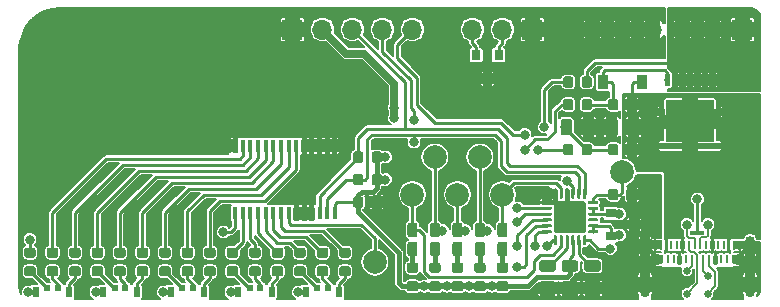
<source format=gbr>
G04 #@! TF.GenerationSoftware,KiCad,Pcbnew,(5.1.4)-1*
G04 #@! TF.CreationDate,2019-10-23T20:14:32-04:00*
G04 #@! TF.ProjectId,USB LED Daughterboard 0-2,55534220-4c45-4442-9044-617567687465,rev?*
G04 #@! TF.SameCoordinates,Original*
G04 #@! TF.FileFunction,Copper,L1,Top*
G04 #@! TF.FilePolarity,Positive*
%FSLAX46Y46*%
G04 Gerber Fmt 4.6, Leading zero omitted, Abs format (unit mm)*
G04 Created by KiCad (PCBNEW (5.1.4)-1) date 2019-10-23 20:14:32*
%MOMM*%
%LPD*%
G04 APERTURE LIST*
G04 #@! TA.AperFunction,ComponentPad*
%ADD10O,1.700000X1.700000*%
G04 #@! TD*
G04 #@! TA.AperFunction,ComponentPad*
%ADD11R,1.700000X1.700000*%
G04 #@! TD*
G04 #@! TA.AperFunction,SMDPad,CuDef*
%ADD12R,0.600000X0.900000*%
G04 #@! TD*
G04 #@! TA.AperFunction,SMDPad,CuDef*
%ADD13R,0.600000X0.600000*%
G04 #@! TD*
G04 #@! TA.AperFunction,ComponentPad*
%ADD14C,2.000000*%
G04 #@! TD*
G04 #@! TA.AperFunction,SMDPad,CuDef*
%ADD15R,0.400000X1.100000*%
G04 #@! TD*
G04 #@! TA.AperFunction,Conductor*
%ADD16C,0.100000*%
G04 #@! TD*
G04 #@! TA.AperFunction,SMDPad,CuDef*
%ADD17C,0.250000*%
G04 #@! TD*
G04 #@! TA.AperFunction,SMDPad,CuDef*
%ADD18C,2.700000*%
G04 #@! TD*
G04 #@! TA.AperFunction,SMDPad,CuDef*
%ADD19C,0.875000*%
G04 #@! TD*
G04 #@! TA.AperFunction,SMDPad,CuDef*
%ADD20C,0.510000*%
G04 #@! TD*
G04 #@! TA.AperFunction,SMDPad,CuDef*
%ADD21R,0.595000X0.610000*%
G04 #@! TD*
G04 #@! TA.AperFunction,SMDPad,CuDef*
%ADD22R,4.061000X3.630000*%
G04 #@! TD*
G04 #@! TA.AperFunction,SMDPad,CuDef*
%ADD23C,0.500000*%
G04 #@! TD*
G04 #@! TA.AperFunction,ComponentPad*
%ADD24O,0.850000X2.050000*%
G04 #@! TD*
G04 #@! TA.AperFunction,ComponentPad*
%ADD25O,0.850000X1.850000*%
G04 #@! TD*
G04 #@! TA.AperFunction,SMDPad,CuDef*
%ADD26R,1.200000X0.350000*%
G04 #@! TD*
G04 #@! TA.AperFunction,SMDPad,CuDef*
%ADD27R,0.300000X0.750000*%
G04 #@! TD*
G04 #@! TA.AperFunction,SMDPad,CuDef*
%ADD28R,0.250000X0.750000*%
G04 #@! TD*
G04 #@! TA.AperFunction,SMDPad,CuDef*
%ADD29R,0.900000X1.200000*%
G04 #@! TD*
G04 #@! TA.AperFunction,SMDPad,CuDef*
%ADD30C,0.850000*%
G04 #@! TD*
G04 #@! TA.AperFunction,SMDPad,CuDef*
%ADD31R,0.900000X0.800000*%
G04 #@! TD*
G04 #@! TA.AperFunction,SMDPad,CuDef*
%ADD32R,0.800000X0.900000*%
G04 #@! TD*
G04 #@! TA.AperFunction,SMDPad,CuDef*
%ADD33C,0.975000*%
G04 #@! TD*
G04 #@! TA.AperFunction,ViaPad*
%ADD34C,0.800000*%
G04 #@! TD*
G04 #@! TA.AperFunction,ViaPad*
%ADD35C,0.635000*%
G04 #@! TD*
G04 #@! TA.AperFunction,Conductor*
%ADD36C,0.250000*%
G04 #@! TD*
G04 #@! TA.AperFunction,Conductor*
%ADD37C,0.254000*%
G04 #@! TD*
G04 #@! TA.AperFunction,Conductor*
%ADD38C,0.381000*%
G04 #@! TD*
G04 #@! TA.AperFunction,Conductor*
%ADD39C,0.508000*%
G04 #@! TD*
G04 #@! TA.AperFunction,Conductor*
%ADD40C,0.635000*%
G04 #@! TD*
G04 #@! TA.AperFunction,Conductor*
%ADD41C,0.152400*%
G04 #@! TD*
G04 APERTURE END LIST*
D10*
G04 #@! TO.P,J4,5*
G04 #@! TO.N,/ALERT*
X189230000Y-102235000D03*
G04 #@! TO.P,J4,4*
G04 #@! TO.N,/SDA*
X186690000Y-102235000D03*
G04 #@! TO.P,J4,3*
G04 #@! TO.N,/SCL*
X184150000Y-102235000D03*
G04 #@! TO.P,J4,2*
G04 #@! TO.N,+3V3*
X181610000Y-102235000D03*
D11*
G04 #@! TO.P,J4,1*
G04 #@! TO.N,GND*
X179070000Y-102235000D03*
G04 #@! TD*
D10*
G04 #@! TO.P,J3,6*
G04 #@! TO.N,GND*
X204470000Y-102235000D03*
G04 #@! TO.P,J3,5*
X207010000Y-102235000D03*
G04 #@! TO.P,J3,4*
X209550000Y-102235000D03*
G04 #@! TO.P,J3,3*
G04 #@! TO.N,/VBUS_OUT*
X212090000Y-102235000D03*
G04 #@! TO.P,J3,2*
X214630000Y-102235000D03*
D11*
G04 #@! TO.P,J3,1*
X217170000Y-102235000D03*
G04 #@! TD*
D10*
G04 #@! TO.P,J2,3*
G04 #@! TO.N,/D+*
X194310000Y-102235000D03*
G04 #@! TO.P,J2,2*
G04 #@! TO.N,/D-*
X196850000Y-102235000D03*
D11*
G04 #@! TO.P,J2,1*
G04 #@! TO.N,GND*
X199390000Y-102235000D03*
G04 #@! TD*
D12*
G04 #@! TO.P,D12,A*
G04 #@! TO.N,+3V3*
X174495000Y-124460000D03*
G04 #@! TO.P,D12,R*
G04 #@! TO.N,Net-(D12-PadR)*
X177295000Y-124460000D03*
D13*
G04 #@! TO.P,D12,B*
G04 #@! TO.N,Net-(D12-PadB)*
X175445000Y-124135000D03*
G04 #@! TO.P,D12,G*
G04 #@! TO.N,Net-(D12-PadG)*
X176345000Y-124135000D03*
G04 #@! TD*
D14*
G04 #@! TO.P,TP6,1*
G04 #@! TO.N,/RESET*
X207010000Y-114300000D03*
G04 #@! TD*
D15*
G04 #@! TO.P,U2,28*
G04 #@! TO.N,+3V3*
X182660000Y-117785000D03*
G04 #@! TO.P,U2,27*
G04 #@! TO.N,/SDA*
X182010000Y-117785000D03*
G04 #@! TO.P,U2,26*
G04 #@! TO.N,/SCL*
X181360000Y-117785000D03*
G04 #@! TO.P,U2,25*
G04 #@! TO.N,GND*
X180710000Y-117785000D03*
G04 #@! TO.P,U2,24*
X180060000Y-117785000D03*
G04 #@! TO.P,U2,23*
X179410000Y-117785000D03*
G04 #@! TO.P,U2,22*
G04 #@! TO.N,/CH_15*
X178760000Y-117785000D03*
G04 #@! TO.P,U2,21*
G04 #@! TO.N,Net-(R28-Pad2)*
X178110000Y-117785000D03*
G04 #@! TO.P,U2,20*
G04 #@! TO.N,Net-(R27-Pad2)*
X177460000Y-117785000D03*
G04 #@! TO.P,U2,19*
G04 #@! TO.N,Net-(R26-Pad2)*
X176810000Y-117785000D03*
G04 #@! TO.P,U2,18*
G04 #@! TO.N,Net-(R25-Pad2)*
X176160000Y-117785000D03*
G04 #@! TO.P,U2,17*
G04 #@! TO.N,Net-(R24-Pad2)*
X175510000Y-117785000D03*
G04 #@! TO.P,U2,16*
G04 #@! TO.N,Net-(R23-Pad2)*
X174860000Y-117785000D03*
G04 #@! TO.P,U2,15*
G04 #@! TO.N,Net-(R22-Pad2)*
X174210000Y-117785000D03*
G04 #@! TO.P,U2,14*
G04 #@! TO.N,GND*
X174210000Y-112085000D03*
G04 #@! TO.P,U2,13*
G04 #@! TO.N,Net-(R21-Pad2)*
X174860000Y-112085000D03*
G04 #@! TO.P,U2,12*
G04 #@! TO.N,Net-(R20-Pad2)*
X175510000Y-112085000D03*
G04 #@! TO.P,U2,11*
G04 #@! TO.N,Net-(R19-Pad2)*
X176160000Y-112085000D03*
G04 #@! TO.P,U2,10*
G04 #@! TO.N,Net-(R18-Pad2)*
X176810000Y-112085000D03*
G04 #@! TO.P,U2,9*
G04 #@! TO.N,Net-(R17-Pad2)*
X177460000Y-112085000D03*
G04 #@! TO.P,U2,8*
G04 #@! TO.N,Net-(R16-Pad2)*
X178110000Y-112085000D03*
G04 #@! TO.P,U2,7*
G04 #@! TO.N,Net-(R15-Pad2)*
X178760000Y-112085000D03*
G04 #@! TO.P,U2,6*
G04 #@! TO.N,Net-(R14-Pad2)*
X179410000Y-112085000D03*
G04 #@! TO.P,U2,5*
G04 #@! TO.N,GND*
X180060000Y-112085000D03*
G04 #@! TO.P,U2,4*
X180710000Y-112085000D03*
G04 #@! TO.P,U2,3*
X181360000Y-112085000D03*
G04 #@! TO.P,U2,2*
X182010000Y-112085000D03*
G04 #@! TO.P,U2,1*
X182660000Y-112085000D03*
G04 #@! TD*
D16*
G04 #@! TO.N,/VBUS_IN*
G04 #@! TO.C,U1*
G36*
X203883626Y-119660301D02*
G01*
X203889693Y-119661201D01*
X203895643Y-119662691D01*
X203901418Y-119664758D01*
X203906962Y-119667380D01*
X203912223Y-119670533D01*
X203917150Y-119674187D01*
X203921694Y-119678306D01*
X203925813Y-119682850D01*
X203929467Y-119687777D01*
X203932620Y-119693038D01*
X203935242Y-119698582D01*
X203937309Y-119704357D01*
X203938799Y-119710307D01*
X203939699Y-119716374D01*
X203940000Y-119722500D01*
X203940000Y-120422500D01*
X203939699Y-120428626D01*
X203938799Y-120434693D01*
X203937309Y-120440643D01*
X203935242Y-120446418D01*
X203932620Y-120451962D01*
X203929467Y-120457223D01*
X203925813Y-120462150D01*
X203921694Y-120466694D01*
X203917150Y-120470813D01*
X203912223Y-120474467D01*
X203906962Y-120477620D01*
X203901418Y-120480242D01*
X203895643Y-120482309D01*
X203889693Y-120483799D01*
X203883626Y-120484699D01*
X203877500Y-120485000D01*
X203752500Y-120485000D01*
X203746374Y-120484699D01*
X203740307Y-120483799D01*
X203734357Y-120482309D01*
X203728582Y-120480242D01*
X203723038Y-120477620D01*
X203717777Y-120474467D01*
X203712850Y-120470813D01*
X203708306Y-120466694D01*
X203704187Y-120462150D01*
X203700533Y-120457223D01*
X203697380Y-120451962D01*
X203694758Y-120446418D01*
X203692691Y-120440643D01*
X203691201Y-120434693D01*
X203690301Y-120428626D01*
X203690000Y-120422500D01*
X203690000Y-119722500D01*
X203690301Y-119716374D01*
X203691201Y-119710307D01*
X203692691Y-119704357D01*
X203694758Y-119698582D01*
X203697380Y-119693038D01*
X203700533Y-119687777D01*
X203704187Y-119682850D01*
X203708306Y-119678306D01*
X203712850Y-119674187D01*
X203717777Y-119670533D01*
X203723038Y-119667380D01*
X203728582Y-119664758D01*
X203734357Y-119662691D01*
X203740307Y-119661201D01*
X203746374Y-119660301D01*
X203752500Y-119660000D01*
X203877500Y-119660000D01*
X203883626Y-119660301D01*
X203883626Y-119660301D01*
G37*
D17*
G04 #@! TD*
G04 #@! TO.P,U1,24*
G04 #@! TO.N,/VBUS_IN*
X203815000Y-120072500D03*
D16*
G04 #@! TO.N,Net-(C1-Pad2)*
G04 #@! TO.C,U1*
G36*
X203383626Y-119660301D02*
G01*
X203389693Y-119661201D01*
X203395643Y-119662691D01*
X203401418Y-119664758D01*
X203406962Y-119667380D01*
X203412223Y-119670533D01*
X203417150Y-119674187D01*
X203421694Y-119678306D01*
X203425813Y-119682850D01*
X203429467Y-119687777D01*
X203432620Y-119693038D01*
X203435242Y-119698582D01*
X203437309Y-119704357D01*
X203438799Y-119710307D01*
X203439699Y-119716374D01*
X203440000Y-119722500D01*
X203440000Y-120422500D01*
X203439699Y-120428626D01*
X203438799Y-120434693D01*
X203437309Y-120440643D01*
X203435242Y-120446418D01*
X203432620Y-120451962D01*
X203429467Y-120457223D01*
X203425813Y-120462150D01*
X203421694Y-120466694D01*
X203417150Y-120470813D01*
X203412223Y-120474467D01*
X203406962Y-120477620D01*
X203401418Y-120480242D01*
X203395643Y-120482309D01*
X203389693Y-120483799D01*
X203383626Y-120484699D01*
X203377500Y-120485000D01*
X203252500Y-120485000D01*
X203246374Y-120484699D01*
X203240307Y-120483799D01*
X203234357Y-120482309D01*
X203228582Y-120480242D01*
X203223038Y-120477620D01*
X203217777Y-120474467D01*
X203212850Y-120470813D01*
X203208306Y-120466694D01*
X203204187Y-120462150D01*
X203200533Y-120457223D01*
X203197380Y-120451962D01*
X203194758Y-120446418D01*
X203192691Y-120440643D01*
X203191201Y-120434693D01*
X203190301Y-120428626D01*
X203190000Y-120422500D01*
X203190000Y-119722500D01*
X203190301Y-119716374D01*
X203191201Y-119710307D01*
X203192691Y-119704357D01*
X203194758Y-119698582D01*
X203197380Y-119693038D01*
X203200533Y-119687777D01*
X203204187Y-119682850D01*
X203208306Y-119678306D01*
X203212850Y-119674187D01*
X203217777Y-119670533D01*
X203223038Y-119667380D01*
X203228582Y-119664758D01*
X203234357Y-119662691D01*
X203240307Y-119661201D01*
X203246374Y-119660301D01*
X203252500Y-119660000D01*
X203377500Y-119660000D01*
X203383626Y-119660301D01*
X203383626Y-119660301D01*
G37*
D17*
G04 #@! TD*
G04 #@! TO.P,U1,23*
G04 #@! TO.N,Net-(C1-Pad2)*
X203315000Y-120072500D03*
D16*
G04 #@! TO.N,+3V3*
G04 #@! TO.C,U1*
G36*
X202883626Y-119660301D02*
G01*
X202889693Y-119661201D01*
X202895643Y-119662691D01*
X202901418Y-119664758D01*
X202906962Y-119667380D01*
X202912223Y-119670533D01*
X202917150Y-119674187D01*
X202921694Y-119678306D01*
X202925813Y-119682850D01*
X202929467Y-119687777D01*
X202932620Y-119693038D01*
X202935242Y-119698582D01*
X202937309Y-119704357D01*
X202938799Y-119710307D01*
X202939699Y-119716374D01*
X202940000Y-119722500D01*
X202940000Y-120422500D01*
X202939699Y-120428626D01*
X202938799Y-120434693D01*
X202937309Y-120440643D01*
X202935242Y-120446418D01*
X202932620Y-120451962D01*
X202929467Y-120457223D01*
X202925813Y-120462150D01*
X202921694Y-120466694D01*
X202917150Y-120470813D01*
X202912223Y-120474467D01*
X202906962Y-120477620D01*
X202901418Y-120480242D01*
X202895643Y-120482309D01*
X202889693Y-120483799D01*
X202883626Y-120484699D01*
X202877500Y-120485000D01*
X202752500Y-120485000D01*
X202746374Y-120484699D01*
X202740307Y-120483799D01*
X202734357Y-120482309D01*
X202728582Y-120480242D01*
X202723038Y-120477620D01*
X202717777Y-120474467D01*
X202712850Y-120470813D01*
X202708306Y-120466694D01*
X202704187Y-120462150D01*
X202700533Y-120457223D01*
X202697380Y-120451962D01*
X202694758Y-120446418D01*
X202692691Y-120440643D01*
X202691201Y-120434693D01*
X202690301Y-120428626D01*
X202690000Y-120422500D01*
X202690000Y-119722500D01*
X202690301Y-119716374D01*
X202691201Y-119710307D01*
X202692691Y-119704357D01*
X202694758Y-119698582D01*
X202697380Y-119693038D01*
X202700533Y-119687777D01*
X202704187Y-119682850D01*
X202708306Y-119678306D01*
X202712850Y-119674187D01*
X202717777Y-119670533D01*
X202723038Y-119667380D01*
X202728582Y-119664758D01*
X202734357Y-119662691D01*
X202740307Y-119661201D01*
X202746374Y-119660301D01*
X202752500Y-119660000D01*
X202877500Y-119660000D01*
X202883626Y-119660301D01*
X202883626Y-119660301D01*
G37*
D17*
G04 #@! TD*
G04 #@! TO.P,U1,22*
G04 #@! TO.N,+3V3*
X202815000Y-120072500D03*
D16*
G04 #@! TO.N,Net-(C3-Pad2)*
G04 #@! TO.C,U1*
G36*
X202383626Y-119660301D02*
G01*
X202389693Y-119661201D01*
X202395643Y-119662691D01*
X202401418Y-119664758D01*
X202406962Y-119667380D01*
X202412223Y-119670533D01*
X202417150Y-119674187D01*
X202421694Y-119678306D01*
X202425813Y-119682850D01*
X202429467Y-119687777D01*
X202432620Y-119693038D01*
X202435242Y-119698582D01*
X202437309Y-119704357D01*
X202438799Y-119710307D01*
X202439699Y-119716374D01*
X202440000Y-119722500D01*
X202440000Y-120422500D01*
X202439699Y-120428626D01*
X202438799Y-120434693D01*
X202437309Y-120440643D01*
X202435242Y-120446418D01*
X202432620Y-120451962D01*
X202429467Y-120457223D01*
X202425813Y-120462150D01*
X202421694Y-120466694D01*
X202417150Y-120470813D01*
X202412223Y-120474467D01*
X202406962Y-120477620D01*
X202401418Y-120480242D01*
X202395643Y-120482309D01*
X202389693Y-120483799D01*
X202383626Y-120484699D01*
X202377500Y-120485000D01*
X202252500Y-120485000D01*
X202246374Y-120484699D01*
X202240307Y-120483799D01*
X202234357Y-120482309D01*
X202228582Y-120480242D01*
X202223038Y-120477620D01*
X202217777Y-120474467D01*
X202212850Y-120470813D01*
X202208306Y-120466694D01*
X202204187Y-120462150D01*
X202200533Y-120457223D01*
X202197380Y-120451962D01*
X202194758Y-120446418D01*
X202192691Y-120440643D01*
X202191201Y-120434693D01*
X202190301Y-120428626D01*
X202190000Y-120422500D01*
X202190000Y-119722500D01*
X202190301Y-119716374D01*
X202191201Y-119710307D01*
X202192691Y-119704357D01*
X202194758Y-119698582D01*
X202197380Y-119693038D01*
X202200533Y-119687777D01*
X202204187Y-119682850D01*
X202208306Y-119678306D01*
X202212850Y-119674187D01*
X202217777Y-119670533D01*
X202223038Y-119667380D01*
X202228582Y-119664758D01*
X202234357Y-119662691D01*
X202240307Y-119661201D01*
X202246374Y-119660301D01*
X202252500Y-119660000D01*
X202377500Y-119660000D01*
X202383626Y-119660301D01*
X202383626Y-119660301D01*
G37*
D17*
G04 #@! TD*
G04 #@! TO.P,U1,21*
G04 #@! TO.N,Net-(C3-Pad2)*
X202315000Y-120072500D03*
D16*
G04 #@! TO.N,/PDO2*
G04 #@! TO.C,U1*
G36*
X201883626Y-119660301D02*
G01*
X201889693Y-119661201D01*
X201895643Y-119662691D01*
X201901418Y-119664758D01*
X201906962Y-119667380D01*
X201912223Y-119670533D01*
X201917150Y-119674187D01*
X201921694Y-119678306D01*
X201925813Y-119682850D01*
X201929467Y-119687777D01*
X201932620Y-119693038D01*
X201935242Y-119698582D01*
X201937309Y-119704357D01*
X201938799Y-119710307D01*
X201939699Y-119716374D01*
X201940000Y-119722500D01*
X201940000Y-120422500D01*
X201939699Y-120428626D01*
X201938799Y-120434693D01*
X201937309Y-120440643D01*
X201935242Y-120446418D01*
X201932620Y-120451962D01*
X201929467Y-120457223D01*
X201925813Y-120462150D01*
X201921694Y-120466694D01*
X201917150Y-120470813D01*
X201912223Y-120474467D01*
X201906962Y-120477620D01*
X201901418Y-120480242D01*
X201895643Y-120482309D01*
X201889693Y-120483799D01*
X201883626Y-120484699D01*
X201877500Y-120485000D01*
X201752500Y-120485000D01*
X201746374Y-120484699D01*
X201740307Y-120483799D01*
X201734357Y-120482309D01*
X201728582Y-120480242D01*
X201723038Y-120477620D01*
X201717777Y-120474467D01*
X201712850Y-120470813D01*
X201708306Y-120466694D01*
X201704187Y-120462150D01*
X201700533Y-120457223D01*
X201697380Y-120451962D01*
X201694758Y-120446418D01*
X201692691Y-120440643D01*
X201691201Y-120434693D01*
X201690301Y-120428626D01*
X201690000Y-120422500D01*
X201690000Y-119722500D01*
X201690301Y-119716374D01*
X201691201Y-119710307D01*
X201692691Y-119704357D01*
X201694758Y-119698582D01*
X201697380Y-119693038D01*
X201700533Y-119687777D01*
X201704187Y-119682850D01*
X201708306Y-119678306D01*
X201712850Y-119674187D01*
X201717777Y-119670533D01*
X201723038Y-119667380D01*
X201728582Y-119664758D01*
X201734357Y-119662691D01*
X201740307Y-119661201D01*
X201746374Y-119660301D01*
X201752500Y-119660000D01*
X201877500Y-119660000D01*
X201883626Y-119660301D01*
X201883626Y-119660301D01*
G37*
D17*
G04 #@! TD*
G04 #@! TO.P,U1,20*
G04 #@! TO.N,/PDO2*
X201815000Y-120072500D03*
D16*
G04 #@! TO.N,/ALERT*
G04 #@! TO.C,U1*
G36*
X201383626Y-119660301D02*
G01*
X201389693Y-119661201D01*
X201395643Y-119662691D01*
X201401418Y-119664758D01*
X201406962Y-119667380D01*
X201412223Y-119670533D01*
X201417150Y-119674187D01*
X201421694Y-119678306D01*
X201425813Y-119682850D01*
X201429467Y-119687777D01*
X201432620Y-119693038D01*
X201435242Y-119698582D01*
X201437309Y-119704357D01*
X201438799Y-119710307D01*
X201439699Y-119716374D01*
X201440000Y-119722500D01*
X201440000Y-120422500D01*
X201439699Y-120428626D01*
X201438799Y-120434693D01*
X201437309Y-120440643D01*
X201435242Y-120446418D01*
X201432620Y-120451962D01*
X201429467Y-120457223D01*
X201425813Y-120462150D01*
X201421694Y-120466694D01*
X201417150Y-120470813D01*
X201412223Y-120474467D01*
X201406962Y-120477620D01*
X201401418Y-120480242D01*
X201395643Y-120482309D01*
X201389693Y-120483799D01*
X201383626Y-120484699D01*
X201377500Y-120485000D01*
X201252500Y-120485000D01*
X201246374Y-120484699D01*
X201240307Y-120483799D01*
X201234357Y-120482309D01*
X201228582Y-120480242D01*
X201223038Y-120477620D01*
X201217777Y-120474467D01*
X201212850Y-120470813D01*
X201208306Y-120466694D01*
X201204187Y-120462150D01*
X201200533Y-120457223D01*
X201197380Y-120451962D01*
X201194758Y-120446418D01*
X201192691Y-120440643D01*
X201191201Y-120434693D01*
X201190301Y-120428626D01*
X201190000Y-120422500D01*
X201190000Y-119722500D01*
X201190301Y-119716374D01*
X201191201Y-119710307D01*
X201192691Y-119704357D01*
X201194758Y-119698582D01*
X201197380Y-119693038D01*
X201200533Y-119687777D01*
X201204187Y-119682850D01*
X201208306Y-119678306D01*
X201212850Y-119674187D01*
X201217777Y-119670533D01*
X201223038Y-119667380D01*
X201228582Y-119664758D01*
X201234357Y-119662691D01*
X201240307Y-119661201D01*
X201246374Y-119660301D01*
X201252500Y-119660000D01*
X201377500Y-119660000D01*
X201383626Y-119660301D01*
X201383626Y-119660301D01*
G37*
D17*
G04 #@! TD*
G04 #@! TO.P,U1,19*
G04 #@! TO.N,/ALERT*
X201315000Y-120072500D03*
D16*
G04 #@! TO.N,Net-(R2-Pad1)*
G04 #@! TO.C,U1*
G36*
X200958626Y-119235301D02*
G01*
X200964693Y-119236201D01*
X200970643Y-119237691D01*
X200976418Y-119239758D01*
X200981962Y-119242380D01*
X200987223Y-119245533D01*
X200992150Y-119249187D01*
X200996694Y-119253306D01*
X201000813Y-119257850D01*
X201004467Y-119262777D01*
X201007620Y-119268038D01*
X201010242Y-119273582D01*
X201012309Y-119279357D01*
X201013799Y-119285307D01*
X201014699Y-119291374D01*
X201015000Y-119297500D01*
X201015000Y-119422500D01*
X201014699Y-119428626D01*
X201013799Y-119434693D01*
X201012309Y-119440643D01*
X201010242Y-119446418D01*
X201007620Y-119451962D01*
X201004467Y-119457223D01*
X201000813Y-119462150D01*
X200996694Y-119466694D01*
X200992150Y-119470813D01*
X200987223Y-119474467D01*
X200981962Y-119477620D01*
X200976418Y-119480242D01*
X200970643Y-119482309D01*
X200964693Y-119483799D01*
X200958626Y-119484699D01*
X200952500Y-119485000D01*
X200252500Y-119485000D01*
X200246374Y-119484699D01*
X200240307Y-119483799D01*
X200234357Y-119482309D01*
X200228582Y-119480242D01*
X200223038Y-119477620D01*
X200217777Y-119474467D01*
X200212850Y-119470813D01*
X200208306Y-119466694D01*
X200204187Y-119462150D01*
X200200533Y-119457223D01*
X200197380Y-119451962D01*
X200194758Y-119446418D01*
X200192691Y-119440643D01*
X200191201Y-119434693D01*
X200190301Y-119428626D01*
X200190000Y-119422500D01*
X200190000Y-119297500D01*
X200190301Y-119291374D01*
X200191201Y-119285307D01*
X200192691Y-119279357D01*
X200194758Y-119273582D01*
X200197380Y-119268038D01*
X200200533Y-119262777D01*
X200204187Y-119257850D01*
X200208306Y-119253306D01*
X200212850Y-119249187D01*
X200217777Y-119245533D01*
X200223038Y-119242380D01*
X200228582Y-119239758D01*
X200234357Y-119237691D01*
X200240307Y-119236201D01*
X200246374Y-119235301D01*
X200252500Y-119235000D01*
X200952500Y-119235000D01*
X200958626Y-119235301D01*
X200958626Y-119235301D01*
G37*
D17*
G04 #@! TD*
G04 #@! TO.P,U1,18*
G04 #@! TO.N,Net-(R2-Pad1)*
X200602500Y-119360000D03*
D16*
G04 #@! TO.N,/A_B*
G04 #@! TO.C,U1*
G36*
X200958626Y-118735301D02*
G01*
X200964693Y-118736201D01*
X200970643Y-118737691D01*
X200976418Y-118739758D01*
X200981962Y-118742380D01*
X200987223Y-118745533D01*
X200992150Y-118749187D01*
X200996694Y-118753306D01*
X201000813Y-118757850D01*
X201004467Y-118762777D01*
X201007620Y-118768038D01*
X201010242Y-118773582D01*
X201012309Y-118779357D01*
X201013799Y-118785307D01*
X201014699Y-118791374D01*
X201015000Y-118797500D01*
X201015000Y-118922500D01*
X201014699Y-118928626D01*
X201013799Y-118934693D01*
X201012309Y-118940643D01*
X201010242Y-118946418D01*
X201007620Y-118951962D01*
X201004467Y-118957223D01*
X201000813Y-118962150D01*
X200996694Y-118966694D01*
X200992150Y-118970813D01*
X200987223Y-118974467D01*
X200981962Y-118977620D01*
X200976418Y-118980242D01*
X200970643Y-118982309D01*
X200964693Y-118983799D01*
X200958626Y-118984699D01*
X200952500Y-118985000D01*
X200252500Y-118985000D01*
X200246374Y-118984699D01*
X200240307Y-118983799D01*
X200234357Y-118982309D01*
X200228582Y-118980242D01*
X200223038Y-118977620D01*
X200217777Y-118974467D01*
X200212850Y-118970813D01*
X200208306Y-118966694D01*
X200204187Y-118962150D01*
X200200533Y-118957223D01*
X200197380Y-118951962D01*
X200194758Y-118946418D01*
X200192691Y-118940643D01*
X200191201Y-118934693D01*
X200190301Y-118928626D01*
X200190000Y-118922500D01*
X200190000Y-118797500D01*
X200190301Y-118791374D01*
X200191201Y-118785307D01*
X200192691Y-118779357D01*
X200194758Y-118773582D01*
X200197380Y-118768038D01*
X200200533Y-118762777D01*
X200204187Y-118757850D01*
X200208306Y-118753306D01*
X200212850Y-118749187D01*
X200217777Y-118745533D01*
X200223038Y-118742380D01*
X200228582Y-118739758D01*
X200234357Y-118737691D01*
X200240307Y-118736201D01*
X200246374Y-118735301D01*
X200252500Y-118735000D01*
X200952500Y-118735000D01*
X200958626Y-118735301D01*
X200958626Y-118735301D01*
G37*
D17*
G04 #@! TD*
G04 #@! TO.P,U1,17*
G04 #@! TO.N,/A_B*
X200602500Y-118860000D03*
D16*
G04 #@! TO.N,Net-(R9-Pad1)*
G04 #@! TO.C,U1*
G36*
X200958626Y-118235301D02*
G01*
X200964693Y-118236201D01*
X200970643Y-118237691D01*
X200976418Y-118239758D01*
X200981962Y-118242380D01*
X200987223Y-118245533D01*
X200992150Y-118249187D01*
X200996694Y-118253306D01*
X201000813Y-118257850D01*
X201004467Y-118262777D01*
X201007620Y-118268038D01*
X201010242Y-118273582D01*
X201012309Y-118279357D01*
X201013799Y-118285307D01*
X201014699Y-118291374D01*
X201015000Y-118297500D01*
X201015000Y-118422500D01*
X201014699Y-118428626D01*
X201013799Y-118434693D01*
X201012309Y-118440643D01*
X201010242Y-118446418D01*
X201007620Y-118451962D01*
X201004467Y-118457223D01*
X201000813Y-118462150D01*
X200996694Y-118466694D01*
X200992150Y-118470813D01*
X200987223Y-118474467D01*
X200981962Y-118477620D01*
X200976418Y-118480242D01*
X200970643Y-118482309D01*
X200964693Y-118483799D01*
X200958626Y-118484699D01*
X200952500Y-118485000D01*
X200252500Y-118485000D01*
X200246374Y-118484699D01*
X200240307Y-118483799D01*
X200234357Y-118482309D01*
X200228582Y-118480242D01*
X200223038Y-118477620D01*
X200217777Y-118474467D01*
X200212850Y-118470813D01*
X200208306Y-118466694D01*
X200204187Y-118462150D01*
X200200533Y-118457223D01*
X200197380Y-118451962D01*
X200194758Y-118446418D01*
X200192691Y-118440643D01*
X200191201Y-118434693D01*
X200190301Y-118428626D01*
X200190000Y-118422500D01*
X200190000Y-118297500D01*
X200190301Y-118291374D01*
X200191201Y-118285307D01*
X200192691Y-118279357D01*
X200194758Y-118273582D01*
X200197380Y-118268038D01*
X200200533Y-118262777D01*
X200204187Y-118257850D01*
X200208306Y-118253306D01*
X200212850Y-118249187D01*
X200217777Y-118245533D01*
X200223038Y-118242380D01*
X200228582Y-118239758D01*
X200234357Y-118237691D01*
X200240307Y-118236201D01*
X200246374Y-118235301D01*
X200252500Y-118235000D01*
X200952500Y-118235000D01*
X200958626Y-118235301D01*
X200958626Y-118235301D01*
G37*
D17*
G04 #@! TD*
G04 #@! TO.P,U1,16*
G04 #@! TO.N,Net-(R9-Pad1)*
X200602500Y-118360000D03*
D16*
G04 #@! TO.N,/GPIO*
G04 #@! TO.C,U1*
G36*
X200958626Y-117735301D02*
G01*
X200964693Y-117736201D01*
X200970643Y-117737691D01*
X200976418Y-117739758D01*
X200981962Y-117742380D01*
X200987223Y-117745533D01*
X200992150Y-117749187D01*
X200996694Y-117753306D01*
X201000813Y-117757850D01*
X201004467Y-117762777D01*
X201007620Y-117768038D01*
X201010242Y-117773582D01*
X201012309Y-117779357D01*
X201013799Y-117785307D01*
X201014699Y-117791374D01*
X201015000Y-117797500D01*
X201015000Y-117922500D01*
X201014699Y-117928626D01*
X201013799Y-117934693D01*
X201012309Y-117940643D01*
X201010242Y-117946418D01*
X201007620Y-117951962D01*
X201004467Y-117957223D01*
X201000813Y-117962150D01*
X200996694Y-117966694D01*
X200992150Y-117970813D01*
X200987223Y-117974467D01*
X200981962Y-117977620D01*
X200976418Y-117980242D01*
X200970643Y-117982309D01*
X200964693Y-117983799D01*
X200958626Y-117984699D01*
X200952500Y-117985000D01*
X200252500Y-117985000D01*
X200246374Y-117984699D01*
X200240307Y-117983799D01*
X200234357Y-117982309D01*
X200228582Y-117980242D01*
X200223038Y-117977620D01*
X200217777Y-117974467D01*
X200212850Y-117970813D01*
X200208306Y-117966694D01*
X200204187Y-117962150D01*
X200200533Y-117957223D01*
X200197380Y-117951962D01*
X200194758Y-117946418D01*
X200192691Y-117940643D01*
X200191201Y-117934693D01*
X200190301Y-117928626D01*
X200190000Y-117922500D01*
X200190000Y-117797500D01*
X200190301Y-117791374D01*
X200191201Y-117785307D01*
X200192691Y-117779357D01*
X200194758Y-117773582D01*
X200197380Y-117768038D01*
X200200533Y-117762777D01*
X200204187Y-117757850D01*
X200208306Y-117753306D01*
X200212850Y-117749187D01*
X200217777Y-117745533D01*
X200223038Y-117742380D01*
X200228582Y-117739758D01*
X200234357Y-117737691D01*
X200240307Y-117736201D01*
X200246374Y-117735301D01*
X200252500Y-117735000D01*
X200952500Y-117735000D01*
X200958626Y-117735301D01*
X200958626Y-117735301D01*
G37*
D17*
G04 #@! TD*
G04 #@! TO.P,U1,15*
G04 #@! TO.N,/GPIO*
X200602500Y-117860000D03*
D16*
G04 #@! TO.N,/PDO3*
G04 #@! TO.C,U1*
G36*
X200958626Y-117235301D02*
G01*
X200964693Y-117236201D01*
X200970643Y-117237691D01*
X200976418Y-117239758D01*
X200981962Y-117242380D01*
X200987223Y-117245533D01*
X200992150Y-117249187D01*
X200996694Y-117253306D01*
X201000813Y-117257850D01*
X201004467Y-117262777D01*
X201007620Y-117268038D01*
X201010242Y-117273582D01*
X201012309Y-117279357D01*
X201013799Y-117285307D01*
X201014699Y-117291374D01*
X201015000Y-117297500D01*
X201015000Y-117422500D01*
X201014699Y-117428626D01*
X201013799Y-117434693D01*
X201012309Y-117440643D01*
X201010242Y-117446418D01*
X201007620Y-117451962D01*
X201004467Y-117457223D01*
X201000813Y-117462150D01*
X200996694Y-117466694D01*
X200992150Y-117470813D01*
X200987223Y-117474467D01*
X200981962Y-117477620D01*
X200976418Y-117480242D01*
X200970643Y-117482309D01*
X200964693Y-117483799D01*
X200958626Y-117484699D01*
X200952500Y-117485000D01*
X200252500Y-117485000D01*
X200246374Y-117484699D01*
X200240307Y-117483799D01*
X200234357Y-117482309D01*
X200228582Y-117480242D01*
X200223038Y-117477620D01*
X200217777Y-117474467D01*
X200212850Y-117470813D01*
X200208306Y-117466694D01*
X200204187Y-117462150D01*
X200200533Y-117457223D01*
X200197380Y-117451962D01*
X200194758Y-117446418D01*
X200192691Y-117440643D01*
X200191201Y-117434693D01*
X200190301Y-117428626D01*
X200190000Y-117422500D01*
X200190000Y-117297500D01*
X200190301Y-117291374D01*
X200191201Y-117285307D01*
X200192691Y-117279357D01*
X200194758Y-117273582D01*
X200197380Y-117268038D01*
X200200533Y-117262777D01*
X200204187Y-117257850D01*
X200208306Y-117253306D01*
X200212850Y-117249187D01*
X200217777Y-117245533D01*
X200223038Y-117242380D01*
X200228582Y-117239758D01*
X200234357Y-117237691D01*
X200240307Y-117236201D01*
X200246374Y-117235301D01*
X200252500Y-117235000D01*
X200952500Y-117235000D01*
X200958626Y-117235301D01*
X200958626Y-117235301D01*
G37*
D17*
G04 #@! TD*
G04 #@! TO.P,U1,14*
G04 #@! TO.N,/PDO3*
X200602500Y-117360000D03*
D16*
G04 #@! TO.N,GND*
G04 #@! TO.C,U1*
G36*
X200958626Y-116735301D02*
G01*
X200964693Y-116736201D01*
X200970643Y-116737691D01*
X200976418Y-116739758D01*
X200981962Y-116742380D01*
X200987223Y-116745533D01*
X200992150Y-116749187D01*
X200996694Y-116753306D01*
X201000813Y-116757850D01*
X201004467Y-116762777D01*
X201007620Y-116768038D01*
X201010242Y-116773582D01*
X201012309Y-116779357D01*
X201013799Y-116785307D01*
X201014699Y-116791374D01*
X201015000Y-116797500D01*
X201015000Y-116922500D01*
X201014699Y-116928626D01*
X201013799Y-116934693D01*
X201012309Y-116940643D01*
X201010242Y-116946418D01*
X201007620Y-116951962D01*
X201004467Y-116957223D01*
X201000813Y-116962150D01*
X200996694Y-116966694D01*
X200992150Y-116970813D01*
X200987223Y-116974467D01*
X200981962Y-116977620D01*
X200976418Y-116980242D01*
X200970643Y-116982309D01*
X200964693Y-116983799D01*
X200958626Y-116984699D01*
X200952500Y-116985000D01*
X200252500Y-116985000D01*
X200246374Y-116984699D01*
X200240307Y-116983799D01*
X200234357Y-116982309D01*
X200228582Y-116980242D01*
X200223038Y-116977620D01*
X200217777Y-116974467D01*
X200212850Y-116970813D01*
X200208306Y-116966694D01*
X200204187Y-116962150D01*
X200200533Y-116957223D01*
X200197380Y-116951962D01*
X200194758Y-116946418D01*
X200192691Y-116940643D01*
X200191201Y-116934693D01*
X200190301Y-116928626D01*
X200190000Y-116922500D01*
X200190000Y-116797500D01*
X200190301Y-116791374D01*
X200191201Y-116785307D01*
X200192691Y-116779357D01*
X200194758Y-116773582D01*
X200197380Y-116768038D01*
X200200533Y-116762777D01*
X200204187Y-116757850D01*
X200208306Y-116753306D01*
X200212850Y-116749187D01*
X200217777Y-116745533D01*
X200223038Y-116742380D01*
X200228582Y-116739758D01*
X200234357Y-116737691D01*
X200240307Y-116736201D01*
X200246374Y-116735301D01*
X200252500Y-116735000D01*
X200952500Y-116735000D01*
X200958626Y-116735301D01*
X200958626Y-116735301D01*
G37*
D17*
G04 #@! TD*
G04 #@! TO.P,U1,13*
G04 #@! TO.N,GND*
X200602500Y-116860000D03*
D16*
G04 #@! TO.N,GND*
G04 #@! TO.C,U1*
G36*
X201383626Y-115735301D02*
G01*
X201389693Y-115736201D01*
X201395643Y-115737691D01*
X201401418Y-115739758D01*
X201406962Y-115742380D01*
X201412223Y-115745533D01*
X201417150Y-115749187D01*
X201421694Y-115753306D01*
X201425813Y-115757850D01*
X201429467Y-115762777D01*
X201432620Y-115768038D01*
X201435242Y-115773582D01*
X201437309Y-115779357D01*
X201438799Y-115785307D01*
X201439699Y-115791374D01*
X201440000Y-115797500D01*
X201440000Y-116497500D01*
X201439699Y-116503626D01*
X201438799Y-116509693D01*
X201437309Y-116515643D01*
X201435242Y-116521418D01*
X201432620Y-116526962D01*
X201429467Y-116532223D01*
X201425813Y-116537150D01*
X201421694Y-116541694D01*
X201417150Y-116545813D01*
X201412223Y-116549467D01*
X201406962Y-116552620D01*
X201401418Y-116555242D01*
X201395643Y-116557309D01*
X201389693Y-116558799D01*
X201383626Y-116559699D01*
X201377500Y-116560000D01*
X201252500Y-116560000D01*
X201246374Y-116559699D01*
X201240307Y-116558799D01*
X201234357Y-116557309D01*
X201228582Y-116555242D01*
X201223038Y-116552620D01*
X201217777Y-116549467D01*
X201212850Y-116545813D01*
X201208306Y-116541694D01*
X201204187Y-116537150D01*
X201200533Y-116532223D01*
X201197380Y-116526962D01*
X201194758Y-116521418D01*
X201192691Y-116515643D01*
X201191201Y-116509693D01*
X201190301Y-116503626D01*
X201190000Y-116497500D01*
X201190000Y-115797500D01*
X201190301Y-115791374D01*
X201191201Y-115785307D01*
X201192691Y-115779357D01*
X201194758Y-115773582D01*
X201197380Y-115768038D01*
X201200533Y-115762777D01*
X201204187Y-115757850D01*
X201208306Y-115753306D01*
X201212850Y-115749187D01*
X201217777Y-115745533D01*
X201223038Y-115742380D01*
X201228582Y-115739758D01*
X201234357Y-115737691D01*
X201240307Y-115736201D01*
X201246374Y-115735301D01*
X201252500Y-115735000D01*
X201377500Y-115735000D01*
X201383626Y-115735301D01*
X201383626Y-115735301D01*
G37*
D17*
G04 #@! TD*
G04 #@! TO.P,U1,12*
G04 #@! TO.N,GND*
X201315000Y-116147500D03*
D16*
G04 #@! TO.N,/ATTACH*
G04 #@! TO.C,U1*
G36*
X201883626Y-115735301D02*
G01*
X201889693Y-115736201D01*
X201895643Y-115737691D01*
X201901418Y-115739758D01*
X201906962Y-115742380D01*
X201912223Y-115745533D01*
X201917150Y-115749187D01*
X201921694Y-115753306D01*
X201925813Y-115757850D01*
X201929467Y-115762777D01*
X201932620Y-115768038D01*
X201935242Y-115773582D01*
X201937309Y-115779357D01*
X201938799Y-115785307D01*
X201939699Y-115791374D01*
X201940000Y-115797500D01*
X201940000Y-116497500D01*
X201939699Y-116503626D01*
X201938799Y-116509693D01*
X201937309Y-116515643D01*
X201935242Y-116521418D01*
X201932620Y-116526962D01*
X201929467Y-116532223D01*
X201925813Y-116537150D01*
X201921694Y-116541694D01*
X201917150Y-116545813D01*
X201912223Y-116549467D01*
X201906962Y-116552620D01*
X201901418Y-116555242D01*
X201895643Y-116557309D01*
X201889693Y-116558799D01*
X201883626Y-116559699D01*
X201877500Y-116560000D01*
X201752500Y-116560000D01*
X201746374Y-116559699D01*
X201740307Y-116558799D01*
X201734357Y-116557309D01*
X201728582Y-116555242D01*
X201723038Y-116552620D01*
X201717777Y-116549467D01*
X201712850Y-116545813D01*
X201708306Y-116541694D01*
X201704187Y-116537150D01*
X201700533Y-116532223D01*
X201697380Y-116526962D01*
X201694758Y-116521418D01*
X201692691Y-116515643D01*
X201691201Y-116509693D01*
X201690301Y-116503626D01*
X201690000Y-116497500D01*
X201690000Y-115797500D01*
X201690301Y-115791374D01*
X201691201Y-115785307D01*
X201692691Y-115779357D01*
X201694758Y-115773582D01*
X201697380Y-115768038D01*
X201700533Y-115762777D01*
X201704187Y-115757850D01*
X201708306Y-115753306D01*
X201712850Y-115749187D01*
X201717777Y-115745533D01*
X201723038Y-115742380D01*
X201728582Y-115739758D01*
X201734357Y-115737691D01*
X201740307Y-115736201D01*
X201746374Y-115735301D01*
X201752500Y-115735000D01*
X201877500Y-115735000D01*
X201883626Y-115735301D01*
X201883626Y-115735301D01*
G37*
D17*
G04 #@! TD*
G04 #@! TO.P,U1,11*
G04 #@! TO.N,/ATTACH*
X201815000Y-116147500D03*
D16*
G04 #@! TO.N,GND*
G04 #@! TO.C,U1*
G36*
X202383626Y-115735301D02*
G01*
X202389693Y-115736201D01*
X202395643Y-115737691D01*
X202401418Y-115739758D01*
X202406962Y-115742380D01*
X202412223Y-115745533D01*
X202417150Y-115749187D01*
X202421694Y-115753306D01*
X202425813Y-115757850D01*
X202429467Y-115762777D01*
X202432620Y-115768038D01*
X202435242Y-115773582D01*
X202437309Y-115779357D01*
X202438799Y-115785307D01*
X202439699Y-115791374D01*
X202440000Y-115797500D01*
X202440000Y-116497500D01*
X202439699Y-116503626D01*
X202438799Y-116509693D01*
X202437309Y-116515643D01*
X202435242Y-116521418D01*
X202432620Y-116526962D01*
X202429467Y-116532223D01*
X202425813Y-116537150D01*
X202421694Y-116541694D01*
X202417150Y-116545813D01*
X202412223Y-116549467D01*
X202406962Y-116552620D01*
X202401418Y-116555242D01*
X202395643Y-116557309D01*
X202389693Y-116558799D01*
X202383626Y-116559699D01*
X202377500Y-116560000D01*
X202252500Y-116560000D01*
X202246374Y-116559699D01*
X202240307Y-116558799D01*
X202234357Y-116557309D01*
X202228582Y-116555242D01*
X202223038Y-116552620D01*
X202217777Y-116549467D01*
X202212850Y-116545813D01*
X202208306Y-116541694D01*
X202204187Y-116537150D01*
X202200533Y-116532223D01*
X202197380Y-116526962D01*
X202194758Y-116521418D01*
X202192691Y-116515643D01*
X202191201Y-116509693D01*
X202190301Y-116503626D01*
X202190000Y-116497500D01*
X202190000Y-115797500D01*
X202190301Y-115791374D01*
X202191201Y-115785307D01*
X202192691Y-115779357D01*
X202194758Y-115773582D01*
X202197380Y-115768038D01*
X202200533Y-115762777D01*
X202204187Y-115757850D01*
X202208306Y-115753306D01*
X202212850Y-115749187D01*
X202217777Y-115745533D01*
X202223038Y-115742380D01*
X202228582Y-115739758D01*
X202234357Y-115737691D01*
X202240307Y-115736201D01*
X202246374Y-115735301D01*
X202252500Y-115735000D01*
X202377500Y-115735000D01*
X202383626Y-115735301D01*
X202383626Y-115735301D01*
G37*
D17*
G04 #@! TD*
G04 #@! TO.P,U1,10*
G04 #@! TO.N,GND*
X202315000Y-116147500D03*
D16*
G04 #@! TO.N,Net-(R11-Pad2)*
G04 #@! TO.C,U1*
G36*
X202883626Y-115735301D02*
G01*
X202889693Y-115736201D01*
X202895643Y-115737691D01*
X202901418Y-115739758D01*
X202906962Y-115742380D01*
X202912223Y-115745533D01*
X202917150Y-115749187D01*
X202921694Y-115753306D01*
X202925813Y-115757850D01*
X202929467Y-115762777D01*
X202932620Y-115768038D01*
X202935242Y-115773582D01*
X202937309Y-115779357D01*
X202938799Y-115785307D01*
X202939699Y-115791374D01*
X202940000Y-115797500D01*
X202940000Y-116497500D01*
X202939699Y-116503626D01*
X202938799Y-116509693D01*
X202937309Y-116515643D01*
X202935242Y-116521418D01*
X202932620Y-116526962D01*
X202929467Y-116532223D01*
X202925813Y-116537150D01*
X202921694Y-116541694D01*
X202917150Y-116545813D01*
X202912223Y-116549467D01*
X202906962Y-116552620D01*
X202901418Y-116555242D01*
X202895643Y-116557309D01*
X202889693Y-116558799D01*
X202883626Y-116559699D01*
X202877500Y-116560000D01*
X202752500Y-116560000D01*
X202746374Y-116559699D01*
X202740307Y-116558799D01*
X202734357Y-116557309D01*
X202728582Y-116555242D01*
X202723038Y-116552620D01*
X202717777Y-116549467D01*
X202712850Y-116545813D01*
X202708306Y-116541694D01*
X202704187Y-116537150D01*
X202700533Y-116532223D01*
X202697380Y-116526962D01*
X202694758Y-116521418D01*
X202692691Y-116515643D01*
X202691201Y-116509693D01*
X202690301Y-116503626D01*
X202690000Y-116497500D01*
X202690000Y-115797500D01*
X202690301Y-115791374D01*
X202691201Y-115785307D01*
X202692691Y-115779357D01*
X202694758Y-115773582D01*
X202697380Y-115768038D01*
X202700533Y-115762777D01*
X202704187Y-115757850D01*
X202708306Y-115753306D01*
X202712850Y-115749187D01*
X202717777Y-115745533D01*
X202723038Y-115742380D01*
X202728582Y-115739758D01*
X202734357Y-115737691D01*
X202740307Y-115736201D01*
X202746374Y-115735301D01*
X202752500Y-115735000D01*
X202877500Y-115735000D01*
X202883626Y-115735301D01*
X202883626Y-115735301D01*
G37*
D17*
G04 #@! TD*
G04 #@! TO.P,U1,9*
G04 #@! TO.N,Net-(R11-Pad2)*
X202815000Y-116147500D03*
D16*
G04 #@! TO.N,/SDA*
G04 #@! TO.C,U1*
G36*
X203383626Y-115735301D02*
G01*
X203389693Y-115736201D01*
X203395643Y-115737691D01*
X203401418Y-115739758D01*
X203406962Y-115742380D01*
X203412223Y-115745533D01*
X203417150Y-115749187D01*
X203421694Y-115753306D01*
X203425813Y-115757850D01*
X203429467Y-115762777D01*
X203432620Y-115768038D01*
X203435242Y-115773582D01*
X203437309Y-115779357D01*
X203438799Y-115785307D01*
X203439699Y-115791374D01*
X203440000Y-115797500D01*
X203440000Y-116497500D01*
X203439699Y-116503626D01*
X203438799Y-116509693D01*
X203437309Y-116515643D01*
X203435242Y-116521418D01*
X203432620Y-116526962D01*
X203429467Y-116532223D01*
X203425813Y-116537150D01*
X203421694Y-116541694D01*
X203417150Y-116545813D01*
X203412223Y-116549467D01*
X203406962Y-116552620D01*
X203401418Y-116555242D01*
X203395643Y-116557309D01*
X203389693Y-116558799D01*
X203383626Y-116559699D01*
X203377500Y-116560000D01*
X203252500Y-116560000D01*
X203246374Y-116559699D01*
X203240307Y-116558799D01*
X203234357Y-116557309D01*
X203228582Y-116555242D01*
X203223038Y-116552620D01*
X203217777Y-116549467D01*
X203212850Y-116545813D01*
X203208306Y-116541694D01*
X203204187Y-116537150D01*
X203200533Y-116532223D01*
X203197380Y-116526962D01*
X203194758Y-116521418D01*
X203192691Y-116515643D01*
X203191201Y-116509693D01*
X203190301Y-116503626D01*
X203190000Y-116497500D01*
X203190000Y-115797500D01*
X203190301Y-115791374D01*
X203191201Y-115785307D01*
X203192691Y-115779357D01*
X203194758Y-115773582D01*
X203197380Y-115768038D01*
X203200533Y-115762777D01*
X203204187Y-115757850D01*
X203208306Y-115753306D01*
X203212850Y-115749187D01*
X203217777Y-115745533D01*
X203223038Y-115742380D01*
X203228582Y-115739758D01*
X203234357Y-115737691D01*
X203240307Y-115736201D01*
X203246374Y-115735301D01*
X203252500Y-115735000D01*
X203377500Y-115735000D01*
X203383626Y-115735301D01*
X203383626Y-115735301D01*
G37*
D17*
G04 #@! TD*
G04 #@! TO.P,U1,8*
G04 #@! TO.N,/SDA*
X203315000Y-116147500D03*
D16*
G04 #@! TO.N,/SCL*
G04 #@! TO.C,U1*
G36*
X203883626Y-115735301D02*
G01*
X203889693Y-115736201D01*
X203895643Y-115737691D01*
X203901418Y-115739758D01*
X203906962Y-115742380D01*
X203912223Y-115745533D01*
X203917150Y-115749187D01*
X203921694Y-115753306D01*
X203925813Y-115757850D01*
X203929467Y-115762777D01*
X203932620Y-115768038D01*
X203935242Y-115773582D01*
X203937309Y-115779357D01*
X203938799Y-115785307D01*
X203939699Y-115791374D01*
X203940000Y-115797500D01*
X203940000Y-116497500D01*
X203939699Y-116503626D01*
X203938799Y-116509693D01*
X203937309Y-116515643D01*
X203935242Y-116521418D01*
X203932620Y-116526962D01*
X203929467Y-116532223D01*
X203925813Y-116537150D01*
X203921694Y-116541694D01*
X203917150Y-116545813D01*
X203912223Y-116549467D01*
X203906962Y-116552620D01*
X203901418Y-116555242D01*
X203895643Y-116557309D01*
X203889693Y-116558799D01*
X203883626Y-116559699D01*
X203877500Y-116560000D01*
X203752500Y-116560000D01*
X203746374Y-116559699D01*
X203740307Y-116558799D01*
X203734357Y-116557309D01*
X203728582Y-116555242D01*
X203723038Y-116552620D01*
X203717777Y-116549467D01*
X203712850Y-116545813D01*
X203708306Y-116541694D01*
X203704187Y-116537150D01*
X203700533Y-116532223D01*
X203697380Y-116526962D01*
X203694758Y-116521418D01*
X203692691Y-116515643D01*
X203691201Y-116509693D01*
X203690301Y-116503626D01*
X203690000Y-116497500D01*
X203690000Y-115797500D01*
X203690301Y-115791374D01*
X203691201Y-115785307D01*
X203692691Y-115779357D01*
X203694758Y-115773582D01*
X203697380Y-115768038D01*
X203700533Y-115762777D01*
X203704187Y-115757850D01*
X203708306Y-115753306D01*
X203712850Y-115749187D01*
X203717777Y-115745533D01*
X203723038Y-115742380D01*
X203728582Y-115739758D01*
X203734357Y-115737691D01*
X203740307Y-115736201D01*
X203746374Y-115735301D01*
X203752500Y-115735000D01*
X203877500Y-115735000D01*
X203883626Y-115735301D01*
X203883626Y-115735301D01*
G37*
D17*
G04 #@! TD*
G04 #@! TO.P,U1,7*
G04 #@! TO.N,/SCL*
X203815000Y-116147500D03*
D16*
G04 #@! TO.N,/RESET*
G04 #@! TO.C,U1*
G36*
X204883626Y-116735301D02*
G01*
X204889693Y-116736201D01*
X204895643Y-116737691D01*
X204901418Y-116739758D01*
X204906962Y-116742380D01*
X204912223Y-116745533D01*
X204917150Y-116749187D01*
X204921694Y-116753306D01*
X204925813Y-116757850D01*
X204929467Y-116762777D01*
X204932620Y-116768038D01*
X204935242Y-116773582D01*
X204937309Y-116779357D01*
X204938799Y-116785307D01*
X204939699Y-116791374D01*
X204940000Y-116797500D01*
X204940000Y-116922500D01*
X204939699Y-116928626D01*
X204938799Y-116934693D01*
X204937309Y-116940643D01*
X204935242Y-116946418D01*
X204932620Y-116951962D01*
X204929467Y-116957223D01*
X204925813Y-116962150D01*
X204921694Y-116966694D01*
X204917150Y-116970813D01*
X204912223Y-116974467D01*
X204906962Y-116977620D01*
X204901418Y-116980242D01*
X204895643Y-116982309D01*
X204889693Y-116983799D01*
X204883626Y-116984699D01*
X204877500Y-116985000D01*
X204177500Y-116985000D01*
X204171374Y-116984699D01*
X204165307Y-116983799D01*
X204159357Y-116982309D01*
X204153582Y-116980242D01*
X204148038Y-116977620D01*
X204142777Y-116974467D01*
X204137850Y-116970813D01*
X204133306Y-116966694D01*
X204129187Y-116962150D01*
X204125533Y-116957223D01*
X204122380Y-116951962D01*
X204119758Y-116946418D01*
X204117691Y-116940643D01*
X204116201Y-116934693D01*
X204115301Y-116928626D01*
X204115000Y-116922500D01*
X204115000Y-116797500D01*
X204115301Y-116791374D01*
X204116201Y-116785307D01*
X204117691Y-116779357D01*
X204119758Y-116773582D01*
X204122380Y-116768038D01*
X204125533Y-116762777D01*
X204129187Y-116757850D01*
X204133306Y-116753306D01*
X204137850Y-116749187D01*
X204142777Y-116745533D01*
X204148038Y-116742380D01*
X204153582Y-116739758D01*
X204159357Y-116737691D01*
X204165307Y-116736201D01*
X204171374Y-116735301D01*
X204177500Y-116735000D01*
X204877500Y-116735000D01*
X204883626Y-116735301D01*
X204883626Y-116735301D01*
G37*
D17*
G04 #@! TD*
G04 #@! TO.P,U1,6*
G04 #@! TO.N,/RESET*
X204527500Y-116860000D03*
D16*
G04 #@! TO.N,/CC2*
G04 #@! TO.C,U1*
G36*
X204883626Y-117235301D02*
G01*
X204889693Y-117236201D01*
X204895643Y-117237691D01*
X204901418Y-117239758D01*
X204906962Y-117242380D01*
X204912223Y-117245533D01*
X204917150Y-117249187D01*
X204921694Y-117253306D01*
X204925813Y-117257850D01*
X204929467Y-117262777D01*
X204932620Y-117268038D01*
X204935242Y-117273582D01*
X204937309Y-117279357D01*
X204938799Y-117285307D01*
X204939699Y-117291374D01*
X204940000Y-117297500D01*
X204940000Y-117422500D01*
X204939699Y-117428626D01*
X204938799Y-117434693D01*
X204937309Y-117440643D01*
X204935242Y-117446418D01*
X204932620Y-117451962D01*
X204929467Y-117457223D01*
X204925813Y-117462150D01*
X204921694Y-117466694D01*
X204917150Y-117470813D01*
X204912223Y-117474467D01*
X204906962Y-117477620D01*
X204901418Y-117480242D01*
X204895643Y-117482309D01*
X204889693Y-117483799D01*
X204883626Y-117484699D01*
X204877500Y-117485000D01*
X204177500Y-117485000D01*
X204171374Y-117484699D01*
X204165307Y-117483799D01*
X204159357Y-117482309D01*
X204153582Y-117480242D01*
X204148038Y-117477620D01*
X204142777Y-117474467D01*
X204137850Y-117470813D01*
X204133306Y-117466694D01*
X204129187Y-117462150D01*
X204125533Y-117457223D01*
X204122380Y-117451962D01*
X204119758Y-117446418D01*
X204117691Y-117440643D01*
X204116201Y-117434693D01*
X204115301Y-117428626D01*
X204115000Y-117422500D01*
X204115000Y-117297500D01*
X204115301Y-117291374D01*
X204116201Y-117285307D01*
X204117691Y-117279357D01*
X204119758Y-117273582D01*
X204122380Y-117268038D01*
X204125533Y-117262777D01*
X204129187Y-117257850D01*
X204133306Y-117253306D01*
X204137850Y-117249187D01*
X204142777Y-117245533D01*
X204148038Y-117242380D01*
X204153582Y-117239758D01*
X204159357Y-117237691D01*
X204165307Y-117236201D01*
X204171374Y-117235301D01*
X204177500Y-117235000D01*
X204877500Y-117235000D01*
X204883626Y-117235301D01*
X204883626Y-117235301D01*
G37*
D17*
G04 #@! TD*
G04 #@! TO.P,U1,5*
G04 #@! TO.N,/CC2*
X204527500Y-117360000D03*
D16*
G04 #@! TO.N,/CC2*
G04 #@! TO.C,U1*
G36*
X204883626Y-117735301D02*
G01*
X204889693Y-117736201D01*
X204895643Y-117737691D01*
X204901418Y-117739758D01*
X204906962Y-117742380D01*
X204912223Y-117745533D01*
X204917150Y-117749187D01*
X204921694Y-117753306D01*
X204925813Y-117757850D01*
X204929467Y-117762777D01*
X204932620Y-117768038D01*
X204935242Y-117773582D01*
X204937309Y-117779357D01*
X204938799Y-117785307D01*
X204939699Y-117791374D01*
X204940000Y-117797500D01*
X204940000Y-117922500D01*
X204939699Y-117928626D01*
X204938799Y-117934693D01*
X204937309Y-117940643D01*
X204935242Y-117946418D01*
X204932620Y-117951962D01*
X204929467Y-117957223D01*
X204925813Y-117962150D01*
X204921694Y-117966694D01*
X204917150Y-117970813D01*
X204912223Y-117974467D01*
X204906962Y-117977620D01*
X204901418Y-117980242D01*
X204895643Y-117982309D01*
X204889693Y-117983799D01*
X204883626Y-117984699D01*
X204877500Y-117985000D01*
X204177500Y-117985000D01*
X204171374Y-117984699D01*
X204165307Y-117983799D01*
X204159357Y-117982309D01*
X204153582Y-117980242D01*
X204148038Y-117977620D01*
X204142777Y-117974467D01*
X204137850Y-117970813D01*
X204133306Y-117966694D01*
X204129187Y-117962150D01*
X204125533Y-117957223D01*
X204122380Y-117951962D01*
X204119758Y-117946418D01*
X204117691Y-117940643D01*
X204116201Y-117934693D01*
X204115301Y-117928626D01*
X204115000Y-117922500D01*
X204115000Y-117797500D01*
X204115301Y-117791374D01*
X204116201Y-117785307D01*
X204117691Y-117779357D01*
X204119758Y-117773582D01*
X204122380Y-117768038D01*
X204125533Y-117762777D01*
X204129187Y-117757850D01*
X204133306Y-117753306D01*
X204137850Y-117749187D01*
X204142777Y-117745533D01*
X204148038Y-117742380D01*
X204153582Y-117739758D01*
X204159357Y-117737691D01*
X204165307Y-117736201D01*
X204171374Y-117735301D01*
X204177500Y-117735000D01*
X204877500Y-117735000D01*
X204883626Y-117735301D01*
X204883626Y-117735301D01*
G37*
D17*
G04 #@! TD*
G04 #@! TO.P,U1,4*
G04 #@! TO.N,/CC2*
X204527500Y-117860000D03*
D16*
G04 #@! TO.N,N/C*
G04 #@! TO.C,U1*
G36*
X204883626Y-118235301D02*
G01*
X204889693Y-118236201D01*
X204895643Y-118237691D01*
X204901418Y-118239758D01*
X204906962Y-118242380D01*
X204912223Y-118245533D01*
X204917150Y-118249187D01*
X204921694Y-118253306D01*
X204925813Y-118257850D01*
X204929467Y-118262777D01*
X204932620Y-118268038D01*
X204935242Y-118273582D01*
X204937309Y-118279357D01*
X204938799Y-118285307D01*
X204939699Y-118291374D01*
X204940000Y-118297500D01*
X204940000Y-118422500D01*
X204939699Y-118428626D01*
X204938799Y-118434693D01*
X204937309Y-118440643D01*
X204935242Y-118446418D01*
X204932620Y-118451962D01*
X204929467Y-118457223D01*
X204925813Y-118462150D01*
X204921694Y-118466694D01*
X204917150Y-118470813D01*
X204912223Y-118474467D01*
X204906962Y-118477620D01*
X204901418Y-118480242D01*
X204895643Y-118482309D01*
X204889693Y-118483799D01*
X204883626Y-118484699D01*
X204877500Y-118485000D01*
X204177500Y-118485000D01*
X204171374Y-118484699D01*
X204165307Y-118483799D01*
X204159357Y-118482309D01*
X204153582Y-118480242D01*
X204148038Y-118477620D01*
X204142777Y-118474467D01*
X204137850Y-118470813D01*
X204133306Y-118466694D01*
X204129187Y-118462150D01*
X204125533Y-118457223D01*
X204122380Y-118451962D01*
X204119758Y-118446418D01*
X204117691Y-118440643D01*
X204116201Y-118434693D01*
X204115301Y-118428626D01*
X204115000Y-118422500D01*
X204115000Y-118297500D01*
X204115301Y-118291374D01*
X204116201Y-118285307D01*
X204117691Y-118279357D01*
X204119758Y-118273582D01*
X204122380Y-118268038D01*
X204125533Y-118262777D01*
X204129187Y-118257850D01*
X204133306Y-118253306D01*
X204137850Y-118249187D01*
X204142777Y-118245533D01*
X204148038Y-118242380D01*
X204153582Y-118239758D01*
X204159357Y-118237691D01*
X204165307Y-118236201D01*
X204171374Y-118235301D01*
X204177500Y-118235000D01*
X204877500Y-118235000D01*
X204883626Y-118235301D01*
X204883626Y-118235301D01*
G37*
D17*
G04 #@! TD*
G04 #@! TO.P,U1,3*
G04 #@! TO.N,N/C*
X204527500Y-118360000D03*
D16*
G04 #@! TO.N,/CC1*
G04 #@! TO.C,U1*
G36*
X204883626Y-118735301D02*
G01*
X204889693Y-118736201D01*
X204895643Y-118737691D01*
X204901418Y-118739758D01*
X204906962Y-118742380D01*
X204912223Y-118745533D01*
X204917150Y-118749187D01*
X204921694Y-118753306D01*
X204925813Y-118757850D01*
X204929467Y-118762777D01*
X204932620Y-118768038D01*
X204935242Y-118773582D01*
X204937309Y-118779357D01*
X204938799Y-118785307D01*
X204939699Y-118791374D01*
X204940000Y-118797500D01*
X204940000Y-118922500D01*
X204939699Y-118928626D01*
X204938799Y-118934693D01*
X204937309Y-118940643D01*
X204935242Y-118946418D01*
X204932620Y-118951962D01*
X204929467Y-118957223D01*
X204925813Y-118962150D01*
X204921694Y-118966694D01*
X204917150Y-118970813D01*
X204912223Y-118974467D01*
X204906962Y-118977620D01*
X204901418Y-118980242D01*
X204895643Y-118982309D01*
X204889693Y-118983799D01*
X204883626Y-118984699D01*
X204877500Y-118985000D01*
X204177500Y-118985000D01*
X204171374Y-118984699D01*
X204165307Y-118983799D01*
X204159357Y-118982309D01*
X204153582Y-118980242D01*
X204148038Y-118977620D01*
X204142777Y-118974467D01*
X204137850Y-118970813D01*
X204133306Y-118966694D01*
X204129187Y-118962150D01*
X204125533Y-118957223D01*
X204122380Y-118951962D01*
X204119758Y-118946418D01*
X204117691Y-118940643D01*
X204116201Y-118934693D01*
X204115301Y-118928626D01*
X204115000Y-118922500D01*
X204115000Y-118797500D01*
X204115301Y-118791374D01*
X204116201Y-118785307D01*
X204117691Y-118779357D01*
X204119758Y-118773582D01*
X204122380Y-118768038D01*
X204125533Y-118762777D01*
X204129187Y-118757850D01*
X204133306Y-118753306D01*
X204137850Y-118749187D01*
X204142777Y-118745533D01*
X204148038Y-118742380D01*
X204153582Y-118739758D01*
X204159357Y-118737691D01*
X204165307Y-118736201D01*
X204171374Y-118735301D01*
X204177500Y-118735000D01*
X204877500Y-118735000D01*
X204883626Y-118735301D01*
X204883626Y-118735301D01*
G37*
D17*
G04 #@! TD*
G04 #@! TO.P,U1,2*
G04 #@! TO.N,/CC1*
X204527500Y-118860000D03*
D16*
G04 #@! TO.N,/CC1*
G04 #@! TO.C,U1*
G36*
X204883626Y-119235301D02*
G01*
X204889693Y-119236201D01*
X204895643Y-119237691D01*
X204901418Y-119239758D01*
X204906962Y-119242380D01*
X204912223Y-119245533D01*
X204917150Y-119249187D01*
X204921694Y-119253306D01*
X204925813Y-119257850D01*
X204929467Y-119262777D01*
X204932620Y-119268038D01*
X204935242Y-119273582D01*
X204937309Y-119279357D01*
X204938799Y-119285307D01*
X204939699Y-119291374D01*
X204940000Y-119297500D01*
X204940000Y-119422500D01*
X204939699Y-119428626D01*
X204938799Y-119434693D01*
X204937309Y-119440643D01*
X204935242Y-119446418D01*
X204932620Y-119451962D01*
X204929467Y-119457223D01*
X204925813Y-119462150D01*
X204921694Y-119466694D01*
X204917150Y-119470813D01*
X204912223Y-119474467D01*
X204906962Y-119477620D01*
X204901418Y-119480242D01*
X204895643Y-119482309D01*
X204889693Y-119483799D01*
X204883626Y-119484699D01*
X204877500Y-119485000D01*
X204177500Y-119485000D01*
X204171374Y-119484699D01*
X204165307Y-119483799D01*
X204159357Y-119482309D01*
X204153582Y-119480242D01*
X204148038Y-119477620D01*
X204142777Y-119474467D01*
X204137850Y-119470813D01*
X204133306Y-119466694D01*
X204129187Y-119462150D01*
X204125533Y-119457223D01*
X204122380Y-119451962D01*
X204119758Y-119446418D01*
X204117691Y-119440643D01*
X204116201Y-119434693D01*
X204115301Y-119428626D01*
X204115000Y-119422500D01*
X204115000Y-119297500D01*
X204115301Y-119291374D01*
X204116201Y-119285307D01*
X204117691Y-119279357D01*
X204119758Y-119273582D01*
X204122380Y-119268038D01*
X204125533Y-119262777D01*
X204129187Y-119257850D01*
X204133306Y-119253306D01*
X204137850Y-119249187D01*
X204142777Y-119245533D01*
X204148038Y-119242380D01*
X204153582Y-119239758D01*
X204159357Y-119237691D01*
X204165307Y-119236201D01*
X204171374Y-119235301D01*
X204177500Y-119235000D01*
X204877500Y-119235000D01*
X204883626Y-119235301D01*
X204883626Y-119235301D01*
G37*
D17*
G04 #@! TD*
G04 #@! TO.P,U1,1*
G04 #@! TO.N,/CC1*
X204527500Y-119360000D03*
D16*
G04 #@! TO.N,GND*
G04 #@! TO.C,U1*
G36*
X203689503Y-116761204D02*
G01*
X203713772Y-116764804D01*
X203737570Y-116770765D01*
X203760670Y-116779030D01*
X203782849Y-116789520D01*
X203803892Y-116802133D01*
X203823598Y-116816748D01*
X203841776Y-116833224D01*
X203858252Y-116851402D01*
X203872867Y-116871108D01*
X203885480Y-116892151D01*
X203895970Y-116914330D01*
X203904235Y-116937430D01*
X203910196Y-116961228D01*
X203913796Y-116985497D01*
X203915000Y-117010001D01*
X203915000Y-119209999D01*
X203913796Y-119234503D01*
X203910196Y-119258772D01*
X203904235Y-119282570D01*
X203895970Y-119305670D01*
X203885480Y-119327849D01*
X203872867Y-119348892D01*
X203858252Y-119368598D01*
X203841776Y-119386776D01*
X203823598Y-119403252D01*
X203803892Y-119417867D01*
X203782849Y-119430480D01*
X203760670Y-119440970D01*
X203737570Y-119449235D01*
X203713772Y-119455196D01*
X203689503Y-119458796D01*
X203664999Y-119460000D01*
X201465001Y-119460000D01*
X201440497Y-119458796D01*
X201416228Y-119455196D01*
X201392430Y-119449235D01*
X201369330Y-119440970D01*
X201347151Y-119430480D01*
X201326108Y-119417867D01*
X201306402Y-119403252D01*
X201288224Y-119386776D01*
X201271748Y-119368598D01*
X201257133Y-119348892D01*
X201244520Y-119327849D01*
X201234030Y-119305670D01*
X201225765Y-119282570D01*
X201219804Y-119258772D01*
X201216204Y-119234503D01*
X201215000Y-119209999D01*
X201215000Y-117010001D01*
X201216204Y-116985497D01*
X201219804Y-116961228D01*
X201225765Y-116937430D01*
X201234030Y-116914330D01*
X201244520Y-116892151D01*
X201257133Y-116871108D01*
X201271748Y-116851402D01*
X201288224Y-116833224D01*
X201306402Y-116816748D01*
X201326108Y-116802133D01*
X201347151Y-116789520D01*
X201369330Y-116779030D01*
X201392430Y-116770765D01*
X201416228Y-116764804D01*
X201440497Y-116761204D01*
X201465001Y-116760000D01*
X203664999Y-116760000D01*
X203689503Y-116761204D01*
X203689503Y-116761204D01*
G37*
D18*
G04 #@! TD*
G04 #@! TO.P,U1,25*
G04 #@! TO.N,GND*
X202565000Y-118110000D03*
D14*
G04 #@! TO.P,TP7,1*
G04 #@! TO.N,/CH_15*
X186055000Y-121920000D03*
G04 #@! TD*
G04 #@! TO.P,TP5,1*
G04 #@! TO.N,/ATTACH*
X196850000Y-116205000D03*
G04 #@! TD*
G04 #@! TO.P,TP4,1*
G04 #@! TO.N,/A_B*
X191135000Y-113030000D03*
G04 #@! TD*
G04 #@! TO.P,TP3,1*
G04 #@! TO.N,/GPIO*
X193040000Y-116205000D03*
G04 #@! TD*
G04 #@! TO.P,TP2,1*
G04 #@! TO.N,/PDO2*
X189230000Y-116205000D03*
G04 #@! TD*
G04 #@! TO.P,TP1,1*
G04 #@! TO.N,/PDO3*
X194945000Y-113030000D03*
G04 #@! TD*
D16*
G04 #@! TO.N,Net-(R28-Pad2)*
G04 #@! TO.C,R28*
G36*
X183792691Y-120696053D02*
G01*
X183813926Y-120699203D01*
X183834750Y-120704419D01*
X183854962Y-120711651D01*
X183874368Y-120720830D01*
X183892781Y-120731866D01*
X183910024Y-120744654D01*
X183925930Y-120759070D01*
X183940346Y-120774976D01*
X183953134Y-120792219D01*
X183964170Y-120810632D01*
X183973349Y-120830038D01*
X183980581Y-120850250D01*
X183985797Y-120871074D01*
X183988947Y-120892309D01*
X183990000Y-120913750D01*
X183990000Y-121351250D01*
X183988947Y-121372691D01*
X183985797Y-121393926D01*
X183980581Y-121414750D01*
X183973349Y-121434962D01*
X183964170Y-121454368D01*
X183953134Y-121472781D01*
X183940346Y-121490024D01*
X183925930Y-121505930D01*
X183910024Y-121520346D01*
X183892781Y-121533134D01*
X183874368Y-121544170D01*
X183854962Y-121553349D01*
X183834750Y-121560581D01*
X183813926Y-121565797D01*
X183792691Y-121568947D01*
X183771250Y-121570000D01*
X183258750Y-121570000D01*
X183237309Y-121568947D01*
X183216074Y-121565797D01*
X183195250Y-121560581D01*
X183175038Y-121553349D01*
X183155632Y-121544170D01*
X183137219Y-121533134D01*
X183119976Y-121520346D01*
X183104070Y-121505930D01*
X183089654Y-121490024D01*
X183076866Y-121472781D01*
X183065830Y-121454368D01*
X183056651Y-121434962D01*
X183049419Y-121414750D01*
X183044203Y-121393926D01*
X183041053Y-121372691D01*
X183040000Y-121351250D01*
X183040000Y-120913750D01*
X183041053Y-120892309D01*
X183044203Y-120871074D01*
X183049419Y-120850250D01*
X183056651Y-120830038D01*
X183065830Y-120810632D01*
X183076866Y-120792219D01*
X183089654Y-120774976D01*
X183104070Y-120759070D01*
X183119976Y-120744654D01*
X183137219Y-120731866D01*
X183155632Y-120720830D01*
X183175038Y-120711651D01*
X183195250Y-120704419D01*
X183216074Y-120699203D01*
X183237309Y-120696053D01*
X183258750Y-120695000D01*
X183771250Y-120695000D01*
X183792691Y-120696053D01*
X183792691Y-120696053D01*
G37*
D19*
G04 #@! TD*
G04 #@! TO.P,R28,2*
G04 #@! TO.N,Net-(R28-Pad2)*
X183515000Y-121132500D03*
D16*
G04 #@! TO.N,Net-(D13-PadR)*
G04 #@! TO.C,R28*
G36*
X183792691Y-122271053D02*
G01*
X183813926Y-122274203D01*
X183834750Y-122279419D01*
X183854962Y-122286651D01*
X183874368Y-122295830D01*
X183892781Y-122306866D01*
X183910024Y-122319654D01*
X183925930Y-122334070D01*
X183940346Y-122349976D01*
X183953134Y-122367219D01*
X183964170Y-122385632D01*
X183973349Y-122405038D01*
X183980581Y-122425250D01*
X183985797Y-122446074D01*
X183988947Y-122467309D01*
X183990000Y-122488750D01*
X183990000Y-122926250D01*
X183988947Y-122947691D01*
X183985797Y-122968926D01*
X183980581Y-122989750D01*
X183973349Y-123009962D01*
X183964170Y-123029368D01*
X183953134Y-123047781D01*
X183940346Y-123065024D01*
X183925930Y-123080930D01*
X183910024Y-123095346D01*
X183892781Y-123108134D01*
X183874368Y-123119170D01*
X183854962Y-123128349D01*
X183834750Y-123135581D01*
X183813926Y-123140797D01*
X183792691Y-123143947D01*
X183771250Y-123145000D01*
X183258750Y-123145000D01*
X183237309Y-123143947D01*
X183216074Y-123140797D01*
X183195250Y-123135581D01*
X183175038Y-123128349D01*
X183155632Y-123119170D01*
X183137219Y-123108134D01*
X183119976Y-123095346D01*
X183104070Y-123080930D01*
X183089654Y-123065024D01*
X183076866Y-123047781D01*
X183065830Y-123029368D01*
X183056651Y-123009962D01*
X183049419Y-122989750D01*
X183044203Y-122968926D01*
X183041053Y-122947691D01*
X183040000Y-122926250D01*
X183040000Y-122488750D01*
X183041053Y-122467309D01*
X183044203Y-122446074D01*
X183049419Y-122425250D01*
X183056651Y-122405038D01*
X183065830Y-122385632D01*
X183076866Y-122367219D01*
X183089654Y-122349976D01*
X183104070Y-122334070D01*
X183119976Y-122319654D01*
X183137219Y-122306866D01*
X183155632Y-122295830D01*
X183175038Y-122286651D01*
X183195250Y-122279419D01*
X183216074Y-122274203D01*
X183237309Y-122271053D01*
X183258750Y-122270000D01*
X183771250Y-122270000D01*
X183792691Y-122271053D01*
X183792691Y-122271053D01*
G37*
D19*
G04 #@! TD*
G04 #@! TO.P,R28,1*
G04 #@! TO.N,Net-(D13-PadR)*
X183515000Y-122707500D03*
D16*
G04 #@! TO.N,Net-(R27-Pad2)*
G04 #@! TO.C,R27*
G36*
X181887691Y-120696053D02*
G01*
X181908926Y-120699203D01*
X181929750Y-120704419D01*
X181949962Y-120711651D01*
X181969368Y-120720830D01*
X181987781Y-120731866D01*
X182005024Y-120744654D01*
X182020930Y-120759070D01*
X182035346Y-120774976D01*
X182048134Y-120792219D01*
X182059170Y-120810632D01*
X182068349Y-120830038D01*
X182075581Y-120850250D01*
X182080797Y-120871074D01*
X182083947Y-120892309D01*
X182085000Y-120913750D01*
X182085000Y-121351250D01*
X182083947Y-121372691D01*
X182080797Y-121393926D01*
X182075581Y-121414750D01*
X182068349Y-121434962D01*
X182059170Y-121454368D01*
X182048134Y-121472781D01*
X182035346Y-121490024D01*
X182020930Y-121505930D01*
X182005024Y-121520346D01*
X181987781Y-121533134D01*
X181969368Y-121544170D01*
X181949962Y-121553349D01*
X181929750Y-121560581D01*
X181908926Y-121565797D01*
X181887691Y-121568947D01*
X181866250Y-121570000D01*
X181353750Y-121570000D01*
X181332309Y-121568947D01*
X181311074Y-121565797D01*
X181290250Y-121560581D01*
X181270038Y-121553349D01*
X181250632Y-121544170D01*
X181232219Y-121533134D01*
X181214976Y-121520346D01*
X181199070Y-121505930D01*
X181184654Y-121490024D01*
X181171866Y-121472781D01*
X181160830Y-121454368D01*
X181151651Y-121434962D01*
X181144419Y-121414750D01*
X181139203Y-121393926D01*
X181136053Y-121372691D01*
X181135000Y-121351250D01*
X181135000Y-120913750D01*
X181136053Y-120892309D01*
X181139203Y-120871074D01*
X181144419Y-120850250D01*
X181151651Y-120830038D01*
X181160830Y-120810632D01*
X181171866Y-120792219D01*
X181184654Y-120774976D01*
X181199070Y-120759070D01*
X181214976Y-120744654D01*
X181232219Y-120731866D01*
X181250632Y-120720830D01*
X181270038Y-120711651D01*
X181290250Y-120704419D01*
X181311074Y-120699203D01*
X181332309Y-120696053D01*
X181353750Y-120695000D01*
X181866250Y-120695000D01*
X181887691Y-120696053D01*
X181887691Y-120696053D01*
G37*
D19*
G04 #@! TD*
G04 #@! TO.P,R27,2*
G04 #@! TO.N,Net-(R27-Pad2)*
X181610000Y-121132500D03*
D16*
G04 #@! TO.N,Net-(D13-PadG)*
G04 #@! TO.C,R27*
G36*
X181887691Y-122271053D02*
G01*
X181908926Y-122274203D01*
X181929750Y-122279419D01*
X181949962Y-122286651D01*
X181969368Y-122295830D01*
X181987781Y-122306866D01*
X182005024Y-122319654D01*
X182020930Y-122334070D01*
X182035346Y-122349976D01*
X182048134Y-122367219D01*
X182059170Y-122385632D01*
X182068349Y-122405038D01*
X182075581Y-122425250D01*
X182080797Y-122446074D01*
X182083947Y-122467309D01*
X182085000Y-122488750D01*
X182085000Y-122926250D01*
X182083947Y-122947691D01*
X182080797Y-122968926D01*
X182075581Y-122989750D01*
X182068349Y-123009962D01*
X182059170Y-123029368D01*
X182048134Y-123047781D01*
X182035346Y-123065024D01*
X182020930Y-123080930D01*
X182005024Y-123095346D01*
X181987781Y-123108134D01*
X181969368Y-123119170D01*
X181949962Y-123128349D01*
X181929750Y-123135581D01*
X181908926Y-123140797D01*
X181887691Y-123143947D01*
X181866250Y-123145000D01*
X181353750Y-123145000D01*
X181332309Y-123143947D01*
X181311074Y-123140797D01*
X181290250Y-123135581D01*
X181270038Y-123128349D01*
X181250632Y-123119170D01*
X181232219Y-123108134D01*
X181214976Y-123095346D01*
X181199070Y-123080930D01*
X181184654Y-123065024D01*
X181171866Y-123047781D01*
X181160830Y-123029368D01*
X181151651Y-123009962D01*
X181144419Y-122989750D01*
X181139203Y-122968926D01*
X181136053Y-122947691D01*
X181135000Y-122926250D01*
X181135000Y-122488750D01*
X181136053Y-122467309D01*
X181139203Y-122446074D01*
X181144419Y-122425250D01*
X181151651Y-122405038D01*
X181160830Y-122385632D01*
X181171866Y-122367219D01*
X181184654Y-122349976D01*
X181199070Y-122334070D01*
X181214976Y-122319654D01*
X181232219Y-122306866D01*
X181250632Y-122295830D01*
X181270038Y-122286651D01*
X181290250Y-122279419D01*
X181311074Y-122274203D01*
X181332309Y-122271053D01*
X181353750Y-122270000D01*
X181866250Y-122270000D01*
X181887691Y-122271053D01*
X181887691Y-122271053D01*
G37*
D19*
G04 #@! TD*
G04 #@! TO.P,R27,1*
G04 #@! TO.N,Net-(D13-PadG)*
X181610000Y-122707500D03*
D16*
G04 #@! TO.N,Net-(R26-Pad2)*
G04 #@! TO.C,R26*
G36*
X179982691Y-120696053D02*
G01*
X180003926Y-120699203D01*
X180024750Y-120704419D01*
X180044962Y-120711651D01*
X180064368Y-120720830D01*
X180082781Y-120731866D01*
X180100024Y-120744654D01*
X180115930Y-120759070D01*
X180130346Y-120774976D01*
X180143134Y-120792219D01*
X180154170Y-120810632D01*
X180163349Y-120830038D01*
X180170581Y-120850250D01*
X180175797Y-120871074D01*
X180178947Y-120892309D01*
X180180000Y-120913750D01*
X180180000Y-121351250D01*
X180178947Y-121372691D01*
X180175797Y-121393926D01*
X180170581Y-121414750D01*
X180163349Y-121434962D01*
X180154170Y-121454368D01*
X180143134Y-121472781D01*
X180130346Y-121490024D01*
X180115930Y-121505930D01*
X180100024Y-121520346D01*
X180082781Y-121533134D01*
X180064368Y-121544170D01*
X180044962Y-121553349D01*
X180024750Y-121560581D01*
X180003926Y-121565797D01*
X179982691Y-121568947D01*
X179961250Y-121570000D01*
X179448750Y-121570000D01*
X179427309Y-121568947D01*
X179406074Y-121565797D01*
X179385250Y-121560581D01*
X179365038Y-121553349D01*
X179345632Y-121544170D01*
X179327219Y-121533134D01*
X179309976Y-121520346D01*
X179294070Y-121505930D01*
X179279654Y-121490024D01*
X179266866Y-121472781D01*
X179255830Y-121454368D01*
X179246651Y-121434962D01*
X179239419Y-121414750D01*
X179234203Y-121393926D01*
X179231053Y-121372691D01*
X179230000Y-121351250D01*
X179230000Y-120913750D01*
X179231053Y-120892309D01*
X179234203Y-120871074D01*
X179239419Y-120850250D01*
X179246651Y-120830038D01*
X179255830Y-120810632D01*
X179266866Y-120792219D01*
X179279654Y-120774976D01*
X179294070Y-120759070D01*
X179309976Y-120744654D01*
X179327219Y-120731866D01*
X179345632Y-120720830D01*
X179365038Y-120711651D01*
X179385250Y-120704419D01*
X179406074Y-120699203D01*
X179427309Y-120696053D01*
X179448750Y-120695000D01*
X179961250Y-120695000D01*
X179982691Y-120696053D01*
X179982691Y-120696053D01*
G37*
D19*
G04 #@! TD*
G04 #@! TO.P,R26,2*
G04 #@! TO.N,Net-(R26-Pad2)*
X179705000Y-121132500D03*
D16*
G04 #@! TO.N,Net-(D13-PadB)*
G04 #@! TO.C,R26*
G36*
X179982691Y-122271053D02*
G01*
X180003926Y-122274203D01*
X180024750Y-122279419D01*
X180044962Y-122286651D01*
X180064368Y-122295830D01*
X180082781Y-122306866D01*
X180100024Y-122319654D01*
X180115930Y-122334070D01*
X180130346Y-122349976D01*
X180143134Y-122367219D01*
X180154170Y-122385632D01*
X180163349Y-122405038D01*
X180170581Y-122425250D01*
X180175797Y-122446074D01*
X180178947Y-122467309D01*
X180180000Y-122488750D01*
X180180000Y-122926250D01*
X180178947Y-122947691D01*
X180175797Y-122968926D01*
X180170581Y-122989750D01*
X180163349Y-123009962D01*
X180154170Y-123029368D01*
X180143134Y-123047781D01*
X180130346Y-123065024D01*
X180115930Y-123080930D01*
X180100024Y-123095346D01*
X180082781Y-123108134D01*
X180064368Y-123119170D01*
X180044962Y-123128349D01*
X180024750Y-123135581D01*
X180003926Y-123140797D01*
X179982691Y-123143947D01*
X179961250Y-123145000D01*
X179448750Y-123145000D01*
X179427309Y-123143947D01*
X179406074Y-123140797D01*
X179385250Y-123135581D01*
X179365038Y-123128349D01*
X179345632Y-123119170D01*
X179327219Y-123108134D01*
X179309976Y-123095346D01*
X179294070Y-123080930D01*
X179279654Y-123065024D01*
X179266866Y-123047781D01*
X179255830Y-123029368D01*
X179246651Y-123009962D01*
X179239419Y-122989750D01*
X179234203Y-122968926D01*
X179231053Y-122947691D01*
X179230000Y-122926250D01*
X179230000Y-122488750D01*
X179231053Y-122467309D01*
X179234203Y-122446074D01*
X179239419Y-122425250D01*
X179246651Y-122405038D01*
X179255830Y-122385632D01*
X179266866Y-122367219D01*
X179279654Y-122349976D01*
X179294070Y-122334070D01*
X179309976Y-122319654D01*
X179327219Y-122306866D01*
X179345632Y-122295830D01*
X179365038Y-122286651D01*
X179385250Y-122279419D01*
X179406074Y-122274203D01*
X179427309Y-122271053D01*
X179448750Y-122270000D01*
X179961250Y-122270000D01*
X179982691Y-122271053D01*
X179982691Y-122271053D01*
G37*
D19*
G04 #@! TD*
G04 #@! TO.P,R26,1*
G04 #@! TO.N,Net-(D13-PadB)*
X179705000Y-122707500D03*
D16*
G04 #@! TO.N,Net-(R25-Pad2)*
G04 #@! TO.C,R25*
G36*
X178077691Y-120696053D02*
G01*
X178098926Y-120699203D01*
X178119750Y-120704419D01*
X178139962Y-120711651D01*
X178159368Y-120720830D01*
X178177781Y-120731866D01*
X178195024Y-120744654D01*
X178210930Y-120759070D01*
X178225346Y-120774976D01*
X178238134Y-120792219D01*
X178249170Y-120810632D01*
X178258349Y-120830038D01*
X178265581Y-120850250D01*
X178270797Y-120871074D01*
X178273947Y-120892309D01*
X178275000Y-120913750D01*
X178275000Y-121351250D01*
X178273947Y-121372691D01*
X178270797Y-121393926D01*
X178265581Y-121414750D01*
X178258349Y-121434962D01*
X178249170Y-121454368D01*
X178238134Y-121472781D01*
X178225346Y-121490024D01*
X178210930Y-121505930D01*
X178195024Y-121520346D01*
X178177781Y-121533134D01*
X178159368Y-121544170D01*
X178139962Y-121553349D01*
X178119750Y-121560581D01*
X178098926Y-121565797D01*
X178077691Y-121568947D01*
X178056250Y-121570000D01*
X177543750Y-121570000D01*
X177522309Y-121568947D01*
X177501074Y-121565797D01*
X177480250Y-121560581D01*
X177460038Y-121553349D01*
X177440632Y-121544170D01*
X177422219Y-121533134D01*
X177404976Y-121520346D01*
X177389070Y-121505930D01*
X177374654Y-121490024D01*
X177361866Y-121472781D01*
X177350830Y-121454368D01*
X177341651Y-121434962D01*
X177334419Y-121414750D01*
X177329203Y-121393926D01*
X177326053Y-121372691D01*
X177325000Y-121351250D01*
X177325000Y-120913750D01*
X177326053Y-120892309D01*
X177329203Y-120871074D01*
X177334419Y-120850250D01*
X177341651Y-120830038D01*
X177350830Y-120810632D01*
X177361866Y-120792219D01*
X177374654Y-120774976D01*
X177389070Y-120759070D01*
X177404976Y-120744654D01*
X177422219Y-120731866D01*
X177440632Y-120720830D01*
X177460038Y-120711651D01*
X177480250Y-120704419D01*
X177501074Y-120699203D01*
X177522309Y-120696053D01*
X177543750Y-120695000D01*
X178056250Y-120695000D01*
X178077691Y-120696053D01*
X178077691Y-120696053D01*
G37*
D19*
G04 #@! TD*
G04 #@! TO.P,R25,2*
G04 #@! TO.N,Net-(R25-Pad2)*
X177800000Y-121132500D03*
D16*
G04 #@! TO.N,Net-(D12-PadR)*
G04 #@! TO.C,R25*
G36*
X178077691Y-122271053D02*
G01*
X178098926Y-122274203D01*
X178119750Y-122279419D01*
X178139962Y-122286651D01*
X178159368Y-122295830D01*
X178177781Y-122306866D01*
X178195024Y-122319654D01*
X178210930Y-122334070D01*
X178225346Y-122349976D01*
X178238134Y-122367219D01*
X178249170Y-122385632D01*
X178258349Y-122405038D01*
X178265581Y-122425250D01*
X178270797Y-122446074D01*
X178273947Y-122467309D01*
X178275000Y-122488750D01*
X178275000Y-122926250D01*
X178273947Y-122947691D01*
X178270797Y-122968926D01*
X178265581Y-122989750D01*
X178258349Y-123009962D01*
X178249170Y-123029368D01*
X178238134Y-123047781D01*
X178225346Y-123065024D01*
X178210930Y-123080930D01*
X178195024Y-123095346D01*
X178177781Y-123108134D01*
X178159368Y-123119170D01*
X178139962Y-123128349D01*
X178119750Y-123135581D01*
X178098926Y-123140797D01*
X178077691Y-123143947D01*
X178056250Y-123145000D01*
X177543750Y-123145000D01*
X177522309Y-123143947D01*
X177501074Y-123140797D01*
X177480250Y-123135581D01*
X177460038Y-123128349D01*
X177440632Y-123119170D01*
X177422219Y-123108134D01*
X177404976Y-123095346D01*
X177389070Y-123080930D01*
X177374654Y-123065024D01*
X177361866Y-123047781D01*
X177350830Y-123029368D01*
X177341651Y-123009962D01*
X177334419Y-122989750D01*
X177329203Y-122968926D01*
X177326053Y-122947691D01*
X177325000Y-122926250D01*
X177325000Y-122488750D01*
X177326053Y-122467309D01*
X177329203Y-122446074D01*
X177334419Y-122425250D01*
X177341651Y-122405038D01*
X177350830Y-122385632D01*
X177361866Y-122367219D01*
X177374654Y-122349976D01*
X177389070Y-122334070D01*
X177404976Y-122319654D01*
X177422219Y-122306866D01*
X177440632Y-122295830D01*
X177460038Y-122286651D01*
X177480250Y-122279419D01*
X177501074Y-122274203D01*
X177522309Y-122271053D01*
X177543750Y-122270000D01*
X178056250Y-122270000D01*
X178077691Y-122271053D01*
X178077691Y-122271053D01*
G37*
D19*
G04 #@! TD*
G04 #@! TO.P,R25,1*
G04 #@! TO.N,Net-(D12-PadR)*
X177800000Y-122707500D03*
D16*
G04 #@! TO.N,Net-(R24-Pad2)*
G04 #@! TO.C,R24*
G36*
X176172691Y-120696053D02*
G01*
X176193926Y-120699203D01*
X176214750Y-120704419D01*
X176234962Y-120711651D01*
X176254368Y-120720830D01*
X176272781Y-120731866D01*
X176290024Y-120744654D01*
X176305930Y-120759070D01*
X176320346Y-120774976D01*
X176333134Y-120792219D01*
X176344170Y-120810632D01*
X176353349Y-120830038D01*
X176360581Y-120850250D01*
X176365797Y-120871074D01*
X176368947Y-120892309D01*
X176370000Y-120913750D01*
X176370000Y-121351250D01*
X176368947Y-121372691D01*
X176365797Y-121393926D01*
X176360581Y-121414750D01*
X176353349Y-121434962D01*
X176344170Y-121454368D01*
X176333134Y-121472781D01*
X176320346Y-121490024D01*
X176305930Y-121505930D01*
X176290024Y-121520346D01*
X176272781Y-121533134D01*
X176254368Y-121544170D01*
X176234962Y-121553349D01*
X176214750Y-121560581D01*
X176193926Y-121565797D01*
X176172691Y-121568947D01*
X176151250Y-121570000D01*
X175638750Y-121570000D01*
X175617309Y-121568947D01*
X175596074Y-121565797D01*
X175575250Y-121560581D01*
X175555038Y-121553349D01*
X175535632Y-121544170D01*
X175517219Y-121533134D01*
X175499976Y-121520346D01*
X175484070Y-121505930D01*
X175469654Y-121490024D01*
X175456866Y-121472781D01*
X175445830Y-121454368D01*
X175436651Y-121434962D01*
X175429419Y-121414750D01*
X175424203Y-121393926D01*
X175421053Y-121372691D01*
X175420000Y-121351250D01*
X175420000Y-120913750D01*
X175421053Y-120892309D01*
X175424203Y-120871074D01*
X175429419Y-120850250D01*
X175436651Y-120830038D01*
X175445830Y-120810632D01*
X175456866Y-120792219D01*
X175469654Y-120774976D01*
X175484070Y-120759070D01*
X175499976Y-120744654D01*
X175517219Y-120731866D01*
X175535632Y-120720830D01*
X175555038Y-120711651D01*
X175575250Y-120704419D01*
X175596074Y-120699203D01*
X175617309Y-120696053D01*
X175638750Y-120695000D01*
X176151250Y-120695000D01*
X176172691Y-120696053D01*
X176172691Y-120696053D01*
G37*
D19*
G04 #@! TD*
G04 #@! TO.P,R24,2*
G04 #@! TO.N,Net-(R24-Pad2)*
X175895000Y-121132500D03*
D16*
G04 #@! TO.N,Net-(D12-PadG)*
G04 #@! TO.C,R24*
G36*
X176172691Y-122271053D02*
G01*
X176193926Y-122274203D01*
X176214750Y-122279419D01*
X176234962Y-122286651D01*
X176254368Y-122295830D01*
X176272781Y-122306866D01*
X176290024Y-122319654D01*
X176305930Y-122334070D01*
X176320346Y-122349976D01*
X176333134Y-122367219D01*
X176344170Y-122385632D01*
X176353349Y-122405038D01*
X176360581Y-122425250D01*
X176365797Y-122446074D01*
X176368947Y-122467309D01*
X176370000Y-122488750D01*
X176370000Y-122926250D01*
X176368947Y-122947691D01*
X176365797Y-122968926D01*
X176360581Y-122989750D01*
X176353349Y-123009962D01*
X176344170Y-123029368D01*
X176333134Y-123047781D01*
X176320346Y-123065024D01*
X176305930Y-123080930D01*
X176290024Y-123095346D01*
X176272781Y-123108134D01*
X176254368Y-123119170D01*
X176234962Y-123128349D01*
X176214750Y-123135581D01*
X176193926Y-123140797D01*
X176172691Y-123143947D01*
X176151250Y-123145000D01*
X175638750Y-123145000D01*
X175617309Y-123143947D01*
X175596074Y-123140797D01*
X175575250Y-123135581D01*
X175555038Y-123128349D01*
X175535632Y-123119170D01*
X175517219Y-123108134D01*
X175499976Y-123095346D01*
X175484070Y-123080930D01*
X175469654Y-123065024D01*
X175456866Y-123047781D01*
X175445830Y-123029368D01*
X175436651Y-123009962D01*
X175429419Y-122989750D01*
X175424203Y-122968926D01*
X175421053Y-122947691D01*
X175420000Y-122926250D01*
X175420000Y-122488750D01*
X175421053Y-122467309D01*
X175424203Y-122446074D01*
X175429419Y-122425250D01*
X175436651Y-122405038D01*
X175445830Y-122385632D01*
X175456866Y-122367219D01*
X175469654Y-122349976D01*
X175484070Y-122334070D01*
X175499976Y-122319654D01*
X175517219Y-122306866D01*
X175535632Y-122295830D01*
X175555038Y-122286651D01*
X175575250Y-122279419D01*
X175596074Y-122274203D01*
X175617309Y-122271053D01*
X175638750Y-122270000D01*
X176151250Y-122270000D01*
X176172691Y-122271053D01*
X176172691Y-122271053D01*
G37*
D19*
G04 #@! TD*
G04 #@! TO.P,R24,1*
G04 #@! TO.N,Net-(D12-PadG)*
X175895000Y-122707500D03*
D16*
G04 #@! TO.N,Net-(R23-Pad2)*
G04 #@! TO.C,R23*
G36*
X174267691Y-120696053D02*
G01*
X174288926Y-120699203D01*
X174309750Y-120704419D01*
X174329962Y-120711651D01*
X174349368Y-120720830D01*
X174367781Y-120731866D01*
X174385024Y-120744654D01*
X174400930Y-120759070D01*
X174415346Y-120774976D01*
X174428134Y-120792219D01*
X174439170Y-120810632D01*
X174448349Y-120830038D01*
X174455581Y-120850250D01*
X174460797Y-120871074D01*
X174463947Y-120892309D01*
X174465000Y-120913750D01*
X174465000Y-121351250D01*
X174463947Y-121372691D01*
X174460797Y-121393926D01*
X174455581Y-121414750D01*
X174448349Y-121434962D01*
X174439170Y-121454368D01*
X174428134Y-121472781D01*
X174415346Y-121490024D01*
X174400930Y-121505930D01*
X174385024Y-121520346D01*
X174367781Y-121533134D01*
X174349368Y-121544170D01*
X174329962Y-121553349D01*
X174309750Y-121560581D01*
X174288926Y-121565797D01*
X174267691Y-121568947D01*
X174246250Y-121570000D01*
X173733750Y-121570000D01*
X173712309Y-121568947D01*
X173691074Y-121565797D01*
X173670250Y-121560581D01*
X173650038Y-121553349D01*
X173630632Y-121544170D01*
X173612219Y-121533134D01*
X173594976Y-121520346D01*
X173579070Y-121505930D01*
X173564654Y-121490024D01*
X173551866Y-121472781D01*
X173540830Y-121454368D01*
X173531651Y-121434962D01*
X173524419Y-121414750D01*
X173519203Y-121393926D01*
X173516053Y-121372691D01*
X173515000Y-121351250D01*
X173515000Y-120913750D01*
X173516053Y-120892309D01*
X173519203Y-120871074D01*
X173524419Y-120850250D01*
X173531651Y-120830038D01*
X173540830Y-120810632D01*
X173551866Y-120792219D01*
X173564654Y-120774976D01*
X173579070Y-120759070D01*
X173594976Y-120744654D01*
X173612219Y-120731866D01*
X173630632Y-120720830D01*
X173650038Y-120711651D01*
X173670250Y-120704419D01*
X173691074Y-120699203D01*
X173712309Y-120696053D01*
X173733750Y-120695000D01*
X174246250Y-120695000D01*
X174267691Y-120696053D01*
X174267691Y-120696053D01*
G37*
D19*
G04 #@! TD*
G04 #@! TO.P,R23,2*
G04 #@! TO.N,Net-(R23-Pad2)*
X173990000Y-121132500D03*
D16*
G04 #@! TO.N,Net-(D12-PadB)*
G04 #@! TO.C,R23*
G36*
X174267691Y-122271053D02*
G01*
X174288926Y-122274203D01*
X174309750Y-122279419D01*
X174329962Y-122286651D01*
X174349368Y-122295830D01*
X174367781Y-122306866D01*
X174385024Y-122319654D01*
X174400930Y-122334070D01*
X174415346Y-122349976D01*
X174428134Y-122367219D01*
X174439170Y-122385632D01*
X174448349Y-122405038D01*
X174455581Y-122425250D01*
X174460797Y-122446074D01*
X174463947Y-122467309D01*
X174465000Y-122488750D01*
X174465000Y-122926250D01*
X174463947Y-122947691D01*
X174460797Y-122968926D01*
X174455581Y-122989750D01*
X174448349Y-123009962D01*
X174439170Y-123029368D01*
X174428134Y-123047781D01*
X174415346Y-123065024D01*
X174400930Y-123080930D01*
X174385024Y-123095346D01*
X174367781Y-123108134D01*
X174349368Y-123119170D01*
X174329962Y-123128349D01*
X174309750Y-123135581D01*
X174288926Y-123140797D01*
X174267691Y-123143947D01*
X174246250Y-123145000D01*
X173733750Y-123145000D01*
X173712309Y-123143947D01*
X173691074Y-123140797D01*
X173670250Y-123135581D01*
X173650038Y-123128349D01*
X173630632Y-123119170D01*
X173612219Y-123108134D01*
X173594976Y-123095346D01*
X173579070Y-123080930D01*
X173564654Y-123065024D01*
X173551866Y-123047781D01*
X173540830Y-123029368D01*
X173531651Y-123009962D01*
X173524419Y-122989750D01*
X173519203Y-122968926D01*
X173516053Y-122947691D01*
X173515000Y-122926250D01*
X173515000Y-122488750D01*
X173516053Y-122467309D01*
X173519203Y-122446074D01*
X173524419Y-122425250D01*
X173531651Y-122405038D01*
X173540830Y-122385632D01*
X173551866Y-122367219D01*
X173564654Y-122349976D01*
X173579070Y-122334070D01*
X173594976Y-122319654D01*
X173612219Y-122306866D01*
X173630632Y-122295830D01*
X173650038Y-122286651D01*
X173670250Y-122279419D01*
X173691074Y-122274203D01*
X173712309Y-122271053D01*
X173733750Y-122270000D01*
X174246250Y-122270000D01*
X174267691Y-122271053D01*
X174267691Y-122271053D01*
G37*
D19*
G04 #@! TD*
G04 #@! TO.P,R23,1*
G04 #@! TO.N,Net-(D12-PadB)*
X173990000Y-122707500D03*
D16*
G04 #@! TO.N,Net-(R22-Pad2)*
G04 #@! TO.C,R22*
G36*
X157122691Y-120696053D02*
G01*
X157143926Y-120699203D01*
X157164750Y-120704419D01*
X157184962Y-120711651D01*
X157204368Y-120720830D01*
X157222781Y-120731866D01*
X157240024Y-120744654D01*
X157255930Y-120759070D01*
X157270346Y-120774976D01*
X157283134Y-120792219D01*
X157294170Y-120810632D01*
X157303349Y-120830038D01*
X157310581Y-120850250D01*
X157315797Y-120871074D01*
X157318947Y-120892309D01*
X157320000Y-120913750D01*
X157320000Y-121351250D01*
X157318947Y-121372691D01*
X157315797Y-121393926D01*
X157310581Y-121414750D01*
X157303349Y-121434962D01*
X157294170Y-121454368D01*
X157283134Y-121472781D01*
X157270346Y-121490024D01*
X157255930Y-121505930D01*
X157240024Y-121520346D01*
X157222781Y-121533134D01*
X157204368Y-121544170D01*
X157184962Y-121553349D01*
X157164750Y-121560581D01*
X157143926Y-121565797D01*
X157122691Y-121568947D01*
X157101250Y-121570000D01*
X156588750Y-121570000D01*
X156567309Y-121568947D01*
X156546074Y-121565797D01*
X156525250Y-121560581D01*
X156505038Y-121553349D01*
X156485632Y-121544170D01*
X156467219Y-121533134D01*
X156449976Y-121520346D01*
X156434070Y-121505930D01*
X156419654Y-121490024D01*
X156406866Y-121472781D01*
X156395830Y-121454368D01*
X156386651Y-121434962D01*
X156379419Y-121414750D01*
X156374203Y-121393926D01*
X156371053Y-121372691D01*
X156370000Y-121351250D01*
X156370000Y-120913750D01*
X156371053Y-120892309D01*
X156374203Y-120871074D01*
X156379419Y-120850250D01*
X156386651Y-120830038D01*
X156395830Y-120810632D01*
X156406866Y-120792219D01*
X156419654Y-120774976D01*
X156434070Y-120759070D01*
X156449976Y-120744654D01*
X156467219Y-120731866D01*
X156485632Y-120720830D01*
X156505038Y-120711651D01*
X156525250Y-120704419D01*
X156546074Y-120699203D01*
X156567309Y-120696053D01*
X156588750Y-120695000D01*
X157101250Y-120695000D01*
X157122691Y-120696053D01*
X157122691Y-120696053D01*
G37*
D19*
G04 #@! TD*
G04 #@! TO.P,R22,2*
G04 #@! TO.N,Net-(R22-Pad2)*
X156845000Y-121132500D03*
D16*
G04 #@! TO.N,Net-(D11-PadB)*
G04 #@! TO.C,R22*
G36*
X157122691Y-122271053D02*
G01*
X157143926Y-122274203D01*
X157164750Y-122279419D01*
X157184962Y-122286651D01*
X157204368Y-122295830D01*
X157222781Y-122306866D01*
X157240024Y-122319654D01*
X157255930Y-122334070D01*
X157270346Y-122349976D01*
X157283134Y-122367219D01*
X157294170Y-122385632D01*
X157303349Y-122405038D01*
X157310581Y-122425250D01*
X157315797Y-122446074D01*
X157318947Y-122467309D01*
X157320000Y-122488750D01*
X157320000Y-122926250D01*
X157318947Y-122947691D01*
X157315797Y-122968926D01*
X157310581Y-122989750D01*
X157303349Y-123009962D01*
X157294170Y-123029368D01*
X157283134Y-123047781D01*
X157270346Y-123065024D01*
X157255930Y-123080930D01*
X157240024Y-123095346D01*
X157222781Y-123108134D01*
X157204368Y-123119170D01*
X157184962Y-123128349D01*
X157164750Y-123135581D01*
X157143926Y-123140797D01*
X157122691Y-123143947D01*
X157101250Y-123145000D01*
X156588750Y-123145000D01*
X156567309Y-123143947D01*
X156546074Y-123140797D01*
X156525250Y-123135581D01*
X156505038Y-123128349D01*
X156485632Y-123119170D01*
X156467219Y-123108134D01*
X156449976Y-123095346D01*
X156434070Y-123080930D01*
X156419654Y-123065024D01*
X156406866Y-123047781D01*
X156395830Y-123029368D01*
X156386651Y-123009962D01*
X156379419Y-122989750D01*
X156374203Y-122968926D01*
X156371053Y-122947691D01*
X156370000Y-122926250D01*
X156370000Y-122488750D01*
X156371053Y-122467309D01*
X156374203Y-122446074D01*
X156379419Y-122425250D01*
X156386651Y-122405038D01*
X156395830Y-122385632D01*
X156406866Y-122367219D01*
X156419654Y-122349976D01*
X156434070Y-122334070D01*
X156449976Y-122319654D01*
X156467219Y-122306866D01*
X156485632Y-122295830D01*
X156505038Y-122286651D01*
X156525250Y-122279419D01*
X156546074Y-122274203D01*
X156567309Y-122271053D01*
X156588750Y-122270000D01*
X157101250Y-122270000D01*
X157122691Y-122271053D01*
X157122691Y-122271053D01*
G37*
D19*
G04 #@! TD*
G04 #@! TO.P,R22,1*
G04 #@! TO.N,Net-(D11-PadB)*
X156845000Y-122707500D03*
D16*
G04 #@! TO.N,Net-(R21-Pad2)*
G04 #@! TO.C,R21*
G36*
X159027691Y-120696053D02*
G01*
X159048926Y-120699203D01*
X159069750Y-120704419D01*
X159089962Y-120711651D01*
X159109368Y-120720830D01*
X159127781Y-120731866D01*
X159145024Y-120744654D01*
X159160930Y-120759070D01*
X159175346Y-120774976D01*
X159188134Y-120792219D01*
X159199170Y-120810632D01*
X159208349Y-120830038D01*
X159215581Y-120850250D01*
X159220797Y-120871074D01*
X159223947Y-120892309D01*
X159225000Y-120913750D01*
X159225000Y-121351250D01*
X159223947Y-121372691D01*
X159220797Y-121393926D01*
X159215581Y-121414750D01*
X159208349Y-121434962D01*
X159199170Y-121454368D01*
X159188134Y-121472781D01*
X159175346Y-121490024D01*
X159160930Y-121505930D01*
X159145024Y-121520346D01*
X159127781Y-121533134D01*
X159109368Y-121544170D01*
X159089962Y-121553349D01*
X159069750Y-121560581D01*
X159048926Y-121565797D01*
X159027691Y-121568947D01*
X159006250Y-121570000D01*
X158493750Y-121570000D01*
X158472309Y-121568947D01*
X158451074Y-121565797D01*
X158430250Y-121560581D01*
X158410038Y-121553349D01*
X158390632Y-121544170D01*
X158372219Y-121533134D01*
X158354976Y-121520346D01*
X158339070Y-121505930D01*
X158324654Y-121490024D01*
X158311866Y-121472781D01*
X158300830Y-121454368D01*
X158291651Y-121434962D01*
X158284419Y-121414750D01*
X158279203Y-121393926D01*
X158276053Y-121372691D01*
X158275000Y-121351250D01*
X158275000Y-120913750D01*
X158276053Y-120892309D01*
X158279203Y-120871074D01*
X158284419Y-120850250D01*
X158291651Y-120830038D01*
X158300830Y-120810632D01*
X158311866Y-120792219D01*
X158324654Y-120774976D01*
X158339070Y-120759070D01*
X158354976Y-120744654D01*
X158372219Y-120731866D01*
X158390632Y-120720830D01*
X158410038Y-120711651D01*
X158430250Y-120704419D01*
X158451074Y-120699203D01*
X158472309Y-120696053D01*
X158493750Y-120695000D01*
X159006250Y-120695000D01*
X159027691Y-120696053D01*
X159027691Y-120696053D01*
G37*
D19*
G04 #@! TD*
G04 #@! TO.P,R21,2*
G04 #@! TO.N,Net-(R21-Pad2)*
X158750000Y-121132500D03*
D16*
G04 #@! TO.N,Net-(D11-PadG)*
G04 #@! TO.C,R21*
G36*
X159027691Y-122271053D02*
G01*
X159048926Y-122274203D01*
X159069750Y-122279419D01*
X159089962Y-122286651D01*
X159109368Y-122295830D01*
X159127781Y-122306866D01*
X159145024Y-122319654D01*
X159160930Y-122334070D01*
X159175346Y-122349976D01*
X159188134Y-122367219D01*
X159199170Y-122385632D01*
X159208349Y-122405038D01*
X159215581Y-122425250D01*
X159220797Y-122446074D01*
X159223947Y-122467309D01*
X159225000Y-122488750D01*
X159225000Y-122926250D01*
X159223947Y-122947691D01*
X159220797Y-122968926D01*
X159215581Y-122989750D01*
X159208349Y-123009962D01*
X159199170Y-123029368D01*
X159188134Y-123047781D01*
X159175346Y-123065024D01*
X159160930Y-123080930D01*
X159145024Y-123095346D01*
X159127781Y-123108134D01*
X159109368Y-123119170D01*
X159089962Y-123128349D01*
X159069750Y-123135581D01*
X159048926Y-123140797D01*
X159027691Y-123143947D01*
X159006250Y-123145000D01*
X158493750Y-123145000D01*
X158472309Y-123143947D01*
X158451074Y-123140797D01*
X158430250Y-123135581D01*
X158410038Y-123128349D01*
X158390632Y-123119170D01*
X158372219Y-123108134D01*
X158354976Y-123095346D01*
X158339070Y-123080930D01*
X158324654Y-123065024D01*
X158311866Y-123047781D01*
X158300830Y-123029368D01*
X158291651Y-123009962D01*
X158284419Y-122989750D01*
X158279203Y-122968926D01*
X158276053Y-122947691D01*
X158275000Y-122926250D01*
X158275000Y-122488750D01*
X158276053Y-122467309D01*
X158279203Y-122446074D01*
X158284419Y-122425250D01*
X158291651Y-122405038D01*
X158300830Y-122385632D01*
X158311866Y-122367219D01*
X158324654Y-122349976D01*
X158339070Y-122334070D01*
X158354976Y-122319654D01*
X158372219Y-122306866D01*
X158390632Y-122295830D01*
X158410038Y-122286651D01*
X158430250Y-122279419D01*
X158451074Y-122274203D01*
X158472309Y-122271053D01*
X158493750Y-122270000D01*
X159006250Y-122270000D01*
X159027691Y-122271053D01*
X159027691Y-122271053D01*
G37*
D19*
G04 #@! TD*
G04 #@! TO.P,R21,1*
G04 #@! TO.N,Net-(D11-PadG)*
X158750000Y-122707500D03*
D16*
G04 #@! TO.N,Net-(R20-Pad2)*
G04 #@! TO.C,R20*
G36*
X160932691Y-120696053D02*
G01*
X160953926Y-120699203D01*
X160974750Y-120704419D01*
X160994962Y-120711651D01*
X161014368Y-120720830D01*
X161032781Y-120731866D01*
X161050024Y-120744654D01*
X161065930Y-120759070D01*
X161080346Y-120774976D01*
X161093134Y-120792219D01*
X161104170Y-120810632D01*
X161113349Y-120830038D01*
X161120581Y-120850250D01*
X161125797Y-120871074D01*
X161128947Y-120892309D01*
X161130000Y-120913750D01*
X161130000Y-121351250D01*
X161128947Y-121372691D01*
X161125797Y-121393926D01*
X161120581Y-121414750D01*
X161113349Y-121434962D01*
X161104170Y-121454368D01*
X161093134Y-121472781D01*
X161080346Y-121490024D01*
X161065930Y-121505930D01*
X161050024Y-121520346D01*
X161032781Y-121533134D01*
X161014368Y-121544170D01*
X160994962Y-121553349D01*
X160974750Y-121560581D01*
X160953926Y-121565797D01*
X160932691Y-121568947D01*
X160911250Y-121570000D01*
X160398750Y-121570000D01*
X160377309Y-121568947D01*
X160356074Y-121565797D01*
X160335250Y-121560581D01*
X160315038Y-121553349D01*
X160295632Y-121544170D01*
X160277219Y-121533134D01*
X160259976Y-121520346D01*
X160244070Y-121505930D01*
X160229654Y-121490024D01*
X160216866Y-121472781D01*
X160205830Y-121454368D01*
X160196651Y-121434962D01*
X160189419Y-121414750D01*
X160184203Y-121393926D01*
X160181053Y-121372691D01*
X160180000Y-121351250D01*
X160180000Y-120913750D01*
X160181053Y-120892309D01*
X160184203Y-120871074D01*
X160189419Y-120850250D01*
X160196651Y-120830038D01*
X160205830Y-120810632D01*
X160216866Y-120792219D01*
X160229654Y-120774976D01*
X160244070Y-120759070D01*
X160259976Y-120744654D01*
X160277219Y-120731866D01*
X160295632Y-120720830D01*
X160315038Y-120711651D01*
X160335250Y-120704419D01*
X160356074Y-120699203D01*
X160377309Y-120696053D01*
X160398750Y-120695000D01*
X160911250Y-120695000D01*
X160932691Y-120696053D01*
X160932691Y-120696053D01*
G37*
D19*
G04 #@! TD*
G04 #@! TO.P,R20,2*
G04 #@! TO.N,Net-(R20-Pad2)*
X160655000Y-121132500D03*
D16*
G04 #@! TO.N,Net-(D11-PadR)*
G04 #@! TO.C,R20*
G36*
X160932691Y-122271053D02*
G01*
X160953926Y-122274203D01*
X160974750Y-122279419D01*
X160994962Y-122286651D01*
X161014368Y-122295830D01*
X161032781Y-122306866D01*
X161050024Y-122319654D01*
X161065930Y-122334070D01*
X161080346Y-122349976D01*
X161093134Y-122367219D01*
X161104170Y-122385632D01*
X161113349Y-122405038D01*
X161120581Y-122425250D01*
X161125797Y-122446074D01*
X161128947Y-122467309D01*
X161130000Y-122488750D01*
X161130000Y-122926250D01*
X161128947Y-122947691D01*
X161125797Y-122968926D01*
X161120581Y-122989750D01*
X161113349Y-123009962D01*
X161104170Y-123029368D01*
X161093134Y-123047781D01*
X161080346Y-123065024D01*
X161065930Y-123080930D01*
X161050024Y-123095346D01*
X161032781Y-123108134D01*
X161014368Y-123119170D01*
X160994962Y-123128349D01*
X160974750Y-123135581D01*
X160953926Y-123140797D01*
X160932691Y-123143947D01*
X160911250Y-123145000D01*
X160398750Y-123145000D01*
X160377309Y-123143947D01*
X160356074Y-123140797D01*
X160335250Y-123135581D01*
X160315038Y-123128349D01*
X160295632Y-123119170D01*
X160277219Y-123108134D01*
X160259976Y-123095346D01*
X160244070Y-123080930D01*
X160229654Y-123065024D01*
X160216866Y-123047781D01*
X160205830Y-123029368D01*
X160196651Y-123009962D01*
X160189419Y-122989750D01*
X160184203Y-122968926D01*
X160181053Y-122947691D01*
X160180000Y-122926250D01*
X160180000Y-122488750D01*
X160181053Y-122467309D01*
X160184203Y-122446074D01*
X160189419Y-122425250D01*
X160196651Y-122405038D01*
X160205830Y-122385632D01*
X160216866Y-122367219D01*
X160229654Y-122349976D01*
X160244070Y-122334070D01*
X160259976Y-122319654D01*
X160277219Y-122306866D01*
X160295632Y-122295830D01*
X160315038Y-122286651D01*
X160335250Y-122279419D01*
X160356074Y-122274203D01*
X160377309Y-122271053D01*
X160398750Y-122270000D01*
X160911250Y-122270000D01*
X160932691Y-122271053D01*
X160932691Y-122271053D01*
G37*
D19*
G04 #@! TD*
G04 #@! TO.P,R20,1*
G04 #@! TO.N,Net-(D11-PadR)*
X160655000Y-122707500D03*
D16*
G04 #@! TO.N,Net-(R19-Pad2)*
G04 #@! TO.C,R19*
G36*
X162837691Y-120696053D02*
G01*
X162858926Y-120699203D01*
X162879750Y-120704419D01*
X162899962Y-120711651D01*
X162919368Y-120720830D01*
X162937781Y-120731866D01*
X162955024Y-120744654D01*
X162970930Y-120759070D01*
X162985346Y-120774976D01*
X162998134Y-120792219D01*
X163009170Y-120810632D01*
X163018349Y-120830038D01*
X163025581Y-120850250D01*
X163030797Y-120871074D01*
X163033947Y-120892309D01*
X163035000Y-120913750D01*
X163035000Y-121351250D01*
X163033947Y-121372691D01*
X163030797Y-121393926D01*
X163025581Y-121414750D01*
X163018349Y-121434962D01*
X163009170Y-121454368D01*
X162998134Y-121472781D01*
X162985346Y-121490024D01*
X162970930Y-121505930D01*
X162955024Y-121520346D01*
X162937781Y-121533134D01*
X162919368Y-121544170D01*
X162899962Y-121553349D01*
X162879750Y-121560581D01*
X162858926Y-121565797D01*
X162837691Y-121568947D01*
X162816250Y-121570000D01*
X162303750Y-121570000D01*
X162282309Y-121568947D01*
X162261074Y-121565797D01*
X162240250Y-121560581D01*
X162220038Y-121553349D01*
X162200632Y-121544170D01*
X162182219Y-121533134D01*
X162164976Y-121520346D01*
X162149070Y-121505930D01*
X162134654Y-121490024D01*
X162121866Y-121472781D01*
X162110830Y-121454368D01*
X162101651Y-121434962D01*
X162094419Y-121414750D01*
X162089203Y-121393926D01*
X162086053Y-121372691D01*
X162085000Y-121351250D01*
X162085000Y-120913750D01*
X162086053Y-120892309D01*
X162089203Y-120871074D01*
X162094419Y-120850250D01*
X162101651Y-120830038D01*
X162110830Y-120810632D01*
X162121866Y-120792219D01*
X162134654Y-120774976D01*
X162149070Y-120759070D01*
X162164976Y-120744654D01*
X162182219Y-120731866D01*
X162200632Y-120720830D01*
X162220038Y-120711651D01*
X162240250Y-120704419D01*
X162261074Y-120699203D01*
X162282309Y-120696053D01*
X162303750Y-120695000D01*
X162816250Y-120695000D01*
X162837691Y-120696053D01*
X162837691Y-120696053D01*
G37*
D19*
G04 #@! TD*
G04 #@! TO.P,R19,2*
G04 #@! TO.N,Net-(R19-Pad2)*
X162560000Y-121132500D03*
D16*
G04 #@! TO.N,Net-(D10-PadB)*
G04 #@! TO.C,R19*
G36*
X162837691Y-122271053D02*
G01*
X162858926Y-122274203D01*
X162879750Y-122279419D01*
X162899962Y-122286651D01*
X162919368Y-122295830D01*
X162937781Y-122306866D01*
X162955024Y-122319654D01*
X162970930Y-122334070D01*
X162985346Y-122349976D01*
X162998134Y-122367219D01*
X163009170Y-122385632D01*
X163018349Y-122405038D01*
X163025581Y-122425250D01*
X163030797Y-122446074D01*
X163033947Y-122467309D01*
X163035000Y-122488750D01*
X163035000Y-122926250D01*
X163033947Y-122947691D01*
X163030797Y-122968926D01*
X163025581Y-122989750D01*
X163018349Y-123009962D01*
X163009170Y-123029368D01*
X162998134Y-123047781D01*
X162985346Y-123065024D01*
X162970930Y-123080930D01*
X162955024Y-123095346D01*
X162937781Y-123108134D01*
X162919368Y-123119170D01*
X162899962Y-123128349D01*
X162879750Y-123135581D01*
X162858926Y-123140797D01*
X162837691Y-123143947D01*
X162816250Y-123145000D01*
X162303750Y-123145000D01*
X162282309Y-123143947D01*
X162261074Y-123140797D01*
X162240250Y-123135581D01*
X162220038Y-123128349D01*
X162200632Y-123119170D01*
X162182219Y-123108134D01*
X162164976Y-123095346D01*
X162149070Y-123080930D01*
X162134654Y-123065024D01*
X162121866Y-123047781D01*
X162110830Y-123029368D01*
X162101651Y-123009962D01*
X162094419Y-122989750D01*
X162089203Y-122968926D01*
X162086053Y-122947691D01*
X162085000Y-122926250D01*
X162085000Y-122488750D01*
X162086053Y-122467309D01*
X162089203Y-122446074D01*
X162094419Y-122425250D01*
X162101651Y-122405038D01*
X162110830Y-122385632D01*
X162121866Y-122367219D01*
X162134654Y-122349976D01*
X162149070Y-122334070D01*
X162164976Y-122319654D01*
X162182219Y-122306866D01*
X162200632Y-122295830D01*
X162220038Y-122286651D01*
X162240250Y-122279419D01*
X162261074Y-122274203D01*
X162282309Y-122271053D01*
X162303750Y-122270000D01*
X162816250Y-122270000D01*
X162837691Y-122271053D01*
X162837691Y-122271053D01*
G37*
D19*
G04 #@! TD*
G04 #@! TO.P,R19,1*
G04 #@! TO.N,Net-(D10-PadB)*
X162560000Y-122707500D03*
D16*
G04 #@! TO.N,Net-(R18-Pad2)*
G04 #@! TO.C,R18*
G36*
X164742691Y-120696053D02*
G01*
X164763926Y-120699203D01*
X164784750Y-120704419D01*
X164804962Y-120711651D01*
X164824368Y-120720830D01*
X164842781Y-120731866D01*
X164860024Y-120744654D01*
X164875930Y-120759070D01*
X164890346Y-120774976D01*
X164903134Y-120792219D01*
X164914170Y-120810632D01*
X164923349Y-120830038D01*
X164930581Y-120850250D01*
X164935797Y-120871074D01*
X164938947Y-120892309D01*
X164940000Y-120913750D01*
X164940000Y-121351250D01*
X164938947Y-121372691D01*
X164935797Y-121393926D01*
X164930581Y-121414750D01*
X164923349Y-121434962D01*
X164914170Y-121454368D01*
X164903134Y-121472781D01*
X164890346Y-121490024D01*
X164875930Y-121505930D01*
X164860024Y-121520346D01*
X164842781Y-121533134D01*
X164824368Y-121544170D01*
X164804962Y-121553349D01*
X164784750Y-121560581D01*
X164763926Y-121565797D01*
X164742691Y-121568947D01*
X164721250Y-121570000D01*
X164208750Y-121570000D01*
X164187309Y-121568947D01*
X164166074Y-121565797D01*
X164145250Y-121560581D01*
X164125038Y-121553349D01*
X164105632Y-121544170D01*
X164087219Y-121533134D01*
X164069976Y-121520346D01*
X164054070Y-121505930D01*
X164039654Y-121490024D01*
X164026866Y-121472781D01*
X164015830Y-121454368D01*
X164006651Y-121434962D01*
X163999419Y-121414750D01*
X163994203Y-121393926D01*
X163991053Y-121372691D01*
X163990000Y-121351250D01*
X163990000Y-120913750D01*
X163991053Y-120892309D01*
X163994203Y-120871074D01*
X163999419Y-120850250D01*
X164006651Y-120830038D01*
X164015830Y-120810632D01*
X164026866Y-120792219D01*
X164039654Y-120774976D01*
X164054070Y-120759070D01*
X164069976Y-120744654D01*
X164087219Y-120731866D01*
X164105632Y-120720830D01*
X164125038Y-120711651D01*
X164145250Y-120704419D01*
X164166074Y-120699203D01*
X164187309Y-120696053D01*
X164208750Y-120695000D01*
X164721250Y-120695000D01*
X164742691Y-120696053D01*
X164742691Y-120696053D01*
G37*
D19*
G04 #@! TD*
G04 #@! TO.P,R18,2*
G04 #@! TO.N,Net-(R18-Pad2)*
X164465000Y-121132500D03*
D16*
G04 #@! TO.N,Net-(D10-PadG)*
G04 #@! TO.C,R18*
G36*
X164742691Y-122271053D02*
G01*
X164763926Y-122274203D01*
X164784750Y-122279419D01*
X164804962Y-122286651D01*
X164824368Y-122295830D01*
X164842781Y-122306866D01*
X164860024Y-122319654D01*
X164875930Y-122334070D01*
X164890346Y-122349976D01*
X164903134Y-122367219D01*
X164914170Y-122385632D01*
X164923349Y-122405038D01*
X164930581Y-122425250D01*
X164935797Y-122446074D01*
X164938947Y-122467309D01*
X164940000Y-122488750D01*
X164940000Y-122926250D01*
X164938947Y-122947691D01*
X164935797Y-122968926D01*
X164930581Y-122989750D01*
X164923349Y-123009962D01*
X164914170Y-123029368D01*
X164903134Y-123047781D01*
X164890346Y-123065024D01*
X164875930Y-123080930D01*
X164860024Y-123095346D01*
X164842781Y-123108134D01*
X164824368Y-123119170D01*
X164804962Y-123128349D01*
X164784750Y-123135581D01*
X164763926Y-123140797D01*
X164742691Y-123143947D01*
X164721250Y-123145000D01*
X164208750Y-123145000D01*
X164187309Y-123143947D01*
X164166074Y-123140797D01*
X164145250Y-123135581D01*
X164125038Y-123128349D01*
X164105632Y-123119170D01*
X164087219Y-123108134D01*
X164069976Y-123095346D01*
X164054070Y-123080930D01*
X164039654Y-123065024D01*
X164026866Y-123047781D01*
X164015830Y-123029368D01*
X164006651Y-123009962D01*
X163999419Y-122989750D01*
X163994203Y-122968926D01*
X163991053Y-122947691D01*
X163990000Y-122926250D01*
X163990000Y-122488750D01*
X163991053Y-122467309D01*
X163994203Y-122446074D01*
X163999419Y-122425250D01*
X164006651Y-122405038D01*
X164015830Y-122385632D01*
X164026866Y-122367219D01*
X164039654Y-122349976D01*
X164054070Y-122334070D01*
X164069976Y-122319654D01*
X164087219Y-122306866D01*
X164105632Y-122295830D01*
X164125038Y-122286651D01*
X164145250Y-122279419D01*
X164166074Y-122274203D01*
X164187309Y-122271053D01*
X164208750Y-122270000D01*
X164721250Y-122270000D01*
X164742691Y-122271053D01*
X164742691Y-122271053D01*
G37*
D19*
G04 #@! TD*
G04 #@! TO.P,R18,1*
G04 #@! TO.N,Net-(D10-PadG)*
X164465000Y-122707500D03*
D16*
G04 #@! TO.N,Net-(R17-Pad2)*
G04 #@! TO.C,R17*
G36*
X166647691Y-120696053D02*
G01*
X166668926Y-120699203D01*
X166689750Y-120704419D01*
X166709962Y-120711651D01*
X166729368Y-120720830D01*
X166747781Y-120731866D01*
X166765024Y-120744654D01*
X166780930Y-120759070D01*
X166795346Y-120774976D01*
X166808134Y-120792219D01*
X166819170Y-120810632D01*
X166828349Y-120830038D01*
X166835581Y-120850250D01*
X166840797Y-120871074D01*
X166843947Y-120892309D01*
X166845000Y-120913750D01*
X166845000Y-121351250D01*
X166843947Y-121372691D01*
X166840797Y-121393926D01*
X166835581Y-121414750D01*
X166828349Y-121434962D01*
X166819170Y-121454368D01*
X166808134Y-121472781D01*
X166795346Y-121490024D01*
X166780930Y-121505930D01*
X166765024Y-121520346D01*
X166747781Y-121533134D01*
X166729368Y-121544170D01*
X166709962Y-121553349D01*
X166689750Y-121560581D01*
X166668926Y-121565797D01*
X166647691Y-121568947D01*
X166626250Y-121570000D01*
X166113750Y-121570000D01*
X166092309Y-121568947D01*
X166071074Y-121565797D01*
X166050250Y-121560581D01*
X166030038Y-121553349D01*
X166010632Y-121544170D01*
X165992219Y-121533134D01*
X165974976Y-121520346D01*
X165959070Y-121505930D01*
X165944654Y-121490024D01*
X165931866Y-121472781D01*
X165920830Y-121454368D01*
X165911651Y-121434962D01*
X165904419Y-121414750D01*
X165899203Y-121393926D01*
X165896053Y-121372691D01*
X165895000Y-121351250D01*
X165895000Y-120913750D01*
X165896053Y-120892309D01*
X165899203Y-120871074D01*
X165904419Y-120850250D01*
X165911651Y-120830038D01*
X165920830Y-120810632D01*
X165931866Y-120792219D01*
X165944654Y-120774976D01*
X165959070Y-120759070D01*
X165974976Y-120744654D01*
X165992219Y-120731866D01*
X166010632Y-120720830D01*
X166030038Y-120711651D01*
X166050250Y-120704419D01*
X166071074Y-120699203D01*
X166092309Y-120696053D01*
X166113750Y-120695000D01*
X166626250Y-120695000D01*
X166647691Y-120696053D01*
X166647691Y-120696053D01*
G37*
D19*
G04 #@! TD*
G04 #@! TO.P,R17,2*
G04 #@! TO.N,Net-(R17-Pad2)*
X166370000Y-121132500D03*
D16*
G04 #@! TO.N,Net-(D10-PadR)*
G04 #@! TO.C,R17*
G36*
X166647691Y-122271053D02*
G01*
X166668926Y-122274203D01*
X166689750Y-122279419D01*
X166709962Y-122286651D01*
X166729368Y-122295830D01*
X166747781Y-122306866D01*
X166765024Y-122319654D01*
X166780930Y-122334070D01*
X166795346Y-122349976D01*
X166808134Y-122367219D01*
X166819170Y-122385632D01*
X166828349Y-122405038D01*
X166835581Y-122425250D01*
X166840797Y-122446074D01*
X166843947Y-122467309D01*
X166845000Y-122488750D01*
X166845000Y-122926250D01*
X166843947Y-122947691D01*
X166840797Y-122968926D01*
X166835581Y-122989750D01*
X166828349Y-123009962D01*
X166819170Y-123029368D01*
X166808134Y-123047781D01*
X166795346Y-123065024D01*
X166780930Y-123080930D01*
X166765024Y-123095346D01*
X166747781Y-123108134D01*
X166729368Y-123119170D01*
X166709962Y-123128349D01*
X166689750Y-123135581D01*
X166668926Y-123140797D01*
X166647691Y-123143947D01*
X166626250Y-123145000D01*
X166113750Y-123145000D01*
X166092309Y-123143947D01*
X166071074Y-123140797D01*
X166050250Y-123135581D01*
X166030038Y-123128349D01*
X166010632Y-123119170D01*
X165992219Y-123108134D01*
X165974976Y-123095346D01*
X165959070Y-123080930D01*
X165944654Y-123065024D01*
X165931866Y-123047781D01*
X165920830Y-123029368D01*
X165911651Y-123009962D01*
X165904419Y-122989750D01*
X165899203Y-122968926D01*
X165896053Y-122947691D01*
X165895000Y-122926250D01*
X165895000Y-122488750D01*
X165896053Y-122467309D01*
X165899203Y-122446074D01*
X165904419Y-122425250D01*
X165911651Y-122405038D01*
X165920830Y-122385632D01*
X165931866Y-122367219D01*
X165944654Y-122349976D01*
X165959070Y-122334070D01*
X165974976Y-122319654D01*
X165992219Y-122306866D01*
X166010632Y-122295830D01*
X166030038Y-122286651D01*
X166050250Y-122279419D01*
X166071074Y-122274203D01*
X166092309Y-122271053D01*
X166113750Y-122270000D01*
X166626250Y-122270000D01*
X166647691Y-122271053D01*
X166647691Y-122271053D01*
G37*
D19*
G04 #@! TD*
G04 #@! TO.P,R17,1*
G04 #@! TO.N,Net-(D10-PadR)*
X166370000Y-122707500D03*
D16*
G04 #@! TO.N,Net-(R16-Pad2)*
G04 #@! TO.C,R16*
G36*
X168552691Y-120696053D02*
G01*
X168573926Y-120699203D01*
X168594750Y-120704419D01*
X168614962Y-120711651D01*
X168634368Y-120720830D01*
X168652781Y-120731866D01*
X168670024Y-120744654D01*
X168685930Y-120759070D01*
X168700346Y-120774976D01*
X168713134Y-120792219D01*
X168724170Y-120810632D01*
X168733349Y-120830038D01*
X168740581Y-120850250D01*
X168745797Y-120871074D01*
X168748947Y-120892309D01*
X168750000Y-120913750D01*
X168750000Y-121351250D01*
X168748947Y-121372691D01*
X168745797Y-121393926D01*
X168740581Y-121414750D01*
X168733349Y-121434962D01*
X168724170Y-121454368D01*
X168713134Y-121472781D01*
X168700346Y-121490024D01*
X168685930Y-121505930D01*
X168670024Y-121520346D01*
X168652781Y-121533134D01*
X168634368Y-121544170D01*
X168614962Y-121553349D01*
X168594750Y-121560581D01*
X168573926Y-121565797D01*
X168552691Y-121568947D01*
X168531250Y-121570000D01*
X168018750Y-121570000D01*
X167997309Y-121568947D01*
X167976074Y-121565797D01*
X167955250Y-121560581D01*
X167935038Y-121553349D01*
X167915632Y-121544170D01*
X167897219Y-121533134D01*
X167879976Y-121520346D01*
X167864070Y-121505930D01*
X167849654Y-121490024D01*
X167836866Y-121472781D01*
X167825830Y-121454368D01*
X167816651Y-121434962D01*
X167809419Y-121414750D01*
X167804203Y-121393926D01*
X167801053Y-121372691D01*
X167800000Y-121351250D01*
X167800000Y-120913750D01*
X167801053Y-120892309D01*
X167804203Y-120871074D01*
X167809419Y-120850250D01*
X167816651Y-120830038D01*
X167825830Y-120810632D01*
X167836866Y-120792219D01*
X167849654Y-120774976D01*
X167864070Y-120759070D01*
X167879976Y-120744654D01*
X167897219Y-120731866D01*
X167915632Y-120720830D01*
X167935038Y-120711651D01*
X167955250Y-120704419D01*
X167976074Y-120699203D01*
X167997309Y-120696053D01*
X168018750Y-120695000D01*
X168531250Y-120695000D01*
X168552691Y-120696053D01*
X168552691Y-120696053D01*
G37*
D19*
G04 #@! TD*
G04 #@! TO.P,R16,2*
G04 #@! TO.N,Net-(R16-Pad2)*
X168275000Y-121132500D03*
D16*
G04 #@! TO.N,Net-(D9-PadB)*
G04 #@! TO.C,R16*
G36*
X168552691Y-122271053D02*
G01*
X168573926Y-122274203D01*
X168594750Y-122279419D01*
X168614962Y-122286651D01*
X168634368Y-122295830D01*
X168652781Y-122306866D01*
X168670024Y-122319654D01*
X168685930Y-122334070D01*
X168700346Y-122349976D01*
X168713134Y-122367219D01*
X168724170Y-122385632D01*
X168733349Y-122405038D01*
X168740581Y-122425250D01*
X168745797Y-122446074D01*
X168748947Y-122467309D01*
X168750000Y-122488750D01*
X168750000Y-122926250D01*
X168748947Y-122947691D01*
X168745797Y-122968926D01*
X168740581Y-122989750D01*
X168733349Y-123009962D01*
X168724170Y-123029368D01*
X168713134Y-123047781D01*
X168700346Y-123065024D01*
X168685930Y-123080930D01*
X168670024Y-123095346D01*
X168652781Y-123108134D01*
X168634368Y-123119170D01*
X168614962Y-123128349D01*
X168594750Y-123135581D01*
X168573926Y-123140797D01*
X168552691Y-123143947D01*
X168531250Y-123145000D01*
X168018750Y-123145000D01*
X167997309Y-123143947D01*
X167976074Y-123140797D01*
X167955250Y-123135581D01*
X167935038Y-123128349D01*
X167915632Y-123119170D01*
X167897219Y-123108134D01*
X167879976Y-123095346D01*
X167864070Y-123080930D01*
X167849654Y-123065024D01*
X167836866Y-123047781D01*
X167825830Y-123029368D01*
X167816651Y-123009962D01*
X167809419Y-122989750D01*
X167804203Y-122968926D01*
X167801053Y-122947691D01*
X167800000Y-122926250D01*
X167800000Y-122488750D01*
X167801053Y-122467309D01*
X167804203Y-122446074D01*
X167809419Y-122425250D01*
X167816651Y-122405038D01*
X167825830Y-122385632D01*
X167836866Y-122367219D01*
X167849654Y-122349976D01*
X167864070Y-122334070D01*
X167879976Y-122319654D01*
X167897219Y-122306866D01*
X167915632Y-122295830D01*
X167935038Y-122286651D01*
X167955250Y-122279419D01*
X167976074Y-122274203D01*
X167997309Y-122271053D01*
X168018750Y-122270000D01*
X168531250Y-122270000D01*
X168552691Y-122271053D01*
X168552691Y-122271053D01*
G37*
D19*
G04 #@! TD*
G04 #@! TO.P,R16,1*
G04 #@! TO.N,Net-(D9-PadB)*
X168275000Y-122707500D03*
D16*
G04 #@! TO.N,Net-(R15-Pad2)*
G04 #@! TO.C,R15*
G36*
X170457691Y-120696053D02*
G01*
X170478926Y-120699203D01*
X170499750Y-120704419D01*
X170519962Y-120711651D01*
X170539368Y-120720830D01*
X170557781Y-120731866D01*
X170575024Y-120744654D01*
X170590930Y-120759070D01*
X170605346Y-120774976D01*
X170618134Y-120792219D01*
X170629170Y-120810632D01*
X170638349Y-120830038D01*
X170645581Y-120850250D01*
X170650797Y-120871074D01*
X170653947Y-120892309D01*
X170655000Y-120913750D01*
X170655000Y-121351250D01*
X170653947Y-121372691D01*
X170650797Y-121393926D01*
X170645581Y-121414750D01*
X170638349Y-121434962D01*
X170629170Y-121454368D01*
X170618134Y-121472781D01*
X170605346Y-121490024D01*
X170590930Y-121505930D01*
X170575024Y-121520346D01*
X170557781Y-121533134D01*
X170539368Y-121544170D01*
X170519962Y-121553349D01*
X170499750Y-121560581D01*
X170478926Y-121565797D01*
X170457691Y-121568947D01*
X170436250Y-121570000D01*
X169923750Y-121570000D01*
X169902309Y-121568947D01*
X169881074Y-121565797D01*
X169860250Y-121560581D01*
X169840038Y-121553349D01*
X169820632Y-121544170D01*
X169802219Y-121533134D01*
X169784976Y-121520346D01*
X169769070Y-121505930D01*
X169754654Y-121490024D01*
X169741866Y-121472781D01*
X169730830Y-121454368D01*
X169721651Y-121434962D01*
X169714419Y-121414750D01*
X169709203Y-121393926D01*
X169706053Y-121372691D01*
X169705000Y-121351250D01*
X169705000Y-120913750D01*
X169706053Y-120892309D01*
X169709203Y-120871074D01*
X169714419Y-120850250D01*
X169721651Y-120830038D01*
X169730830Y-120810632D01*
X169741866Y-120792219D01*
X169754654Y-120774976D01*
X169769070Y-120759070D01*
X169784976Y-120744654D01*
X169802219Y-120731866D01*
X169820632Y-120720830D01*
X169840038Y-120711651D01*
X169860250Y-120704419D01*
X169881074Y-120699203D01*
X169902309Y-120696053D01*
X169923750Y-120695000D01*
X170436250Y-120695000D01*
X170457691Y-120696053D01*
X170457691Y-120696053D01*
G37*
D19*
G04 #@! TD*
G04 #@! TO.P,R15,2*
G04 #@! TO.N,Net-(R15-Pad2)*
X170180000Y-121132500D03*
D16*
G04 #@! TO.N,Net-(D9-PadG)*
G04 #@! TO.C,R15*
G36*
X170457691Y-122271053D02*
G01*
X170478926Y-122274203D01*
X170499750Y-122279419D01*
X170519962Y-122286651D01*
X170539368Y-122295830D01*
X170557781Y-122306866D01*
X170575024Y-122319654D01*
X170590930Y-122334070D01*
X170605346Y-122349976D01*
X170618134Y-122367219D01*
X170629170Y-122385632D01*
X170638349Y-122405038D01*
X170645581Y-122425250D01*
X170650797Y-122446074D01*
X170653947Y-122467309D01*
X170655000Y-122488750D01*
X170655000Y-122926250D01*
X170653947Y-122947691D01*
X170650797Y-122968926D01*
X170645581Y-122989750D01*
X170638349Y-123009962D01*
X170629170Y-123029368D01*
X170618134Y-123047781D01*
X170605346Y-123065024D01*
X170590930Y-123080930D01*
X170575024Y-123095346D01*
X170557781Y-123108134D01*
X170539368Y-123119170D01*
X170519962Y-123128349D01*
X170499750Y-123135581D01*
X170478926Y-123140797D01*
X170457691Y-123143947D01*
X170436250Y-123145000D01*
X169923750Y-123145000D01*
X169902309Y-123143947D01*
X169881074Y-123140797D01*
X169860250Y-123135581D01*
X169840038Y-123128349D01*
X169820632Y-123119170D01*
X169802219Y-123108134D01*
X169784976Y-123095346D01*
X169769070Y-123080930D01*
X169754654Y-123065024D01*
X169741866Y-123047781D01*
X169730830Y-123029368D01*
X169721651Y-123009962D01*
X169714419Y-122989750D01*
X169709203Y-122968926D01*
X169706053Y-122947691D01*
X169705000Y-122926250D01*
X169705000Y-122488750D01*
X169706053Y-122467309D01*
X169709203Y-122446074D01*
X169714419Y-122425250D01*
X169721651Y-122405038D01*
X169730830Y-122385632D01*
X169741866Y-122367219D01*
X169754654Y-122349976D01*
X169769070Y-122334070D01*
X169784976Y-122319654D01*
X169802219Y-122306866D01*
X169820632Y-122295830D01*
X169840038Y-122286651D01*
X169860250Y-122279419D01*
X169881074Y-122274203D01*
X169902309Y-122271053D01*
X169923750Y-122270000D01*
X170436250Y-122270000D01*
X170457691Y-122271053D01*
X170457691Y-122271053D01*
G37*
D19*
G04 #@! TD*
G04 #@! TO.P,R15,1*
G04 #@! TO.N,Net-(D9-PadG)*
X170180000Y-122707500D03*
D16*
G04 #@! TO.N,Net-(R14-Pad2)*
G04 #@! TO.C,R14*
G36*
X172362691Y-120696053D02*
G01*
X172383926Y-120699203D01*
X172404750Y-120704419D01*
X172424962Y-120711651D01*
X172444368Y-120720830D01*
X172462781Y-120731866D01*
X172480024Y-120744654D01*
X172495930Y-120759070D01*
X172510346Y-120774976D01*
X172523134Y-120792219D01*
X172534170Y-120810632D01*
X172543349Y-120830038D01*
X172550581Y-120850250D01*
X172555797Y-120871074D01*
X172558947Y-120892309D01*
X172560000Y-120913750D01*
X172560000Y-121351250D01*
X172558947Y-121372691D01*
X172555797Y-121393926D01*
X172550581Y-121414750D01*
X172543349Y-121434962D01*
X172534170Y-121454368D01*
X172523134Y-121472781D01*
X172510346Y-121490024D01*
X172495930Y-121505930D01*
X172480024Y-121520346D01*
X172462781Y-121533134D01*
X172444368Y-121544170D01*
X172424962Y-121553349D01*
X172404750Y-121560581D01*
X172383926Y-121565797D01*
X172362691Y-121568947D01*
X172341250Y-121570000D01*
X171828750Y-121570000D01*
X171807309Y-121568947D01*
X171786074Y-121565797D01*
X171765250Y-121560581D01*
X171745038Y-121553349D01*
X171725632Y-121544170D01*
X171707219Y-121533134D01*
X171689976Y-121520346D01*
X171674070Y-121505930D01*
X171659654Y-121490024D01*
X171646866Y-121472781D01*
X171635830Y-121454368D01*
X171626651Y-121434962D01*
X171619419Y-121414750D01*
X171614203Y-121393926D01*
X171611053Y-121372691D01*
X171610000Y-121351250D01*
X171610000Y-120913750D01*
X171611053Y-120892309D01*
X171614203Y-120871074D01*
X171619419Y-120850250D01*
X171626651Y-120830038D01*
X171635830Y-120810632D01*
X171646866Y-120792219D01*
X171659654Y-120774976D01*
X171674070Y-120759070D01*
X171689976Y-120744654D01*
X171707219Y-120731866D01*
X171725632Y-120720830D01*
X171745038Y-120711651D01*
X171765250Y-120704419D01*
X171786074Y-120699203D01*
X171807309Y-120696053D01*
X171828750Y-120695000D01*
X172341250Y-120695000D01*
X172362691Y-120696053D01*
X172362691Y-120696053D01*
G37*
D19*
G04 #@! TD*
G04 #@! TO.P,R14,2*
G04 #@! TO.N,Net-(R14-Pad2)*
X172085000Y-121132500D03*
D16*
G04 #@! TO.N,Net-(D9-PadR)*
G04 #@! TO.C,R14*
G36*
X172362691Y-122271053D02*
G01*
X172383926Y-122274203D01*
X172404750Y-122279419D01*
X172424962Y-122286651D01*
X172444368Y-122295830D01*
X172462781Y-122306866D01*
X172480024Y-122319654D01*
X172495930Y-122334070D01*
X172510346Y-122349976D01*
X172523134Y-122367219D01*
X172534170Y-122385632D01*
X172543349Y-122405038D01*
X172550581Y-122425250D01*
X172555797Y-122446074D01*
X172558947Y-122467309D01*
X172560000Y-122488750D01*
X172560000Y-122926250D01*
X172558947Y-122947691D01*
X172555797Y-122968926D01*
X172550581Y-122989750D01*
X172543349Y-123009962D01*
X172534170Y-123029368D01*
X172523134Y-123047781D01*
X172510346Y-123065024D01*
X172495930Y-123080930D01*
X172480024Y-123095346D01*
X172462781Y-123108134D01*
X172444368Y-123119170D01*
X172424962Y-123128349D01*
X172404750Y-123135581D01*
X172383926Y-123140797D01*
X172362691Y-123143947D01*
X172341250Y-123145000D01*
X171828750Y-123145000D01*
X171807309Y-123143947D01*
X171786074Y-123140797D01*
X171765250Y-123135581D01*
X171745038Y-123128349D01*
X171725632Y-123119170D01*
X171707219Y-123108134D01*
X171689976Y-123095346D01*
X171674070Y-123080930D01*
X171659654Y-123065024D01*
X171646866Y-123047781D01*
X171635830Y-123029368D01*
X171626651Y-123009962D01*
X171619419Y-122989750D01*
X171614203Y-122968926D01*
X171611053Y-122947691D01*
X171610000Y-122926250D01*
X171610000Y-122488750D01*
X171611053Y-122467309D01*
X171614203Y-122446074D01*
X171619419Y-122425250D01*
X171626651Y-122405038D01*
X171635830Y-122385632D01*
X171646866Y-122367219D01*
X171659654Y-122349976D01*
X171674070Y-122334070D01*
X171689976Y-122319654D01*
X171707219Y-122306866D01*
X171725632Y-122295830D01*
X171745038Y-122286651D01*
X171765250Y-122279419D01*
X171786074Y-122274203D01*
X171807309Y-122271053D01*
X171828750Y-122270000D01*
X172341250Y-122270000D01*
X172362691Y-122271053D01*
X172362691Y-122271053D01*
G37*
D19*
G04 #@! TD*
G04 #@! TO.P,R14,1*
G04 #@! TO.N,Net-(D9-PadR)*
X172085000Y-122707500D03*
D16*
G04 #@! TO.N,/SDA*
G04 #@! TO.C,R13*
G36*
X184872691Y-114461053D02*
G01*
X184893926Y-114464203D01*
X184914750Y-114469419D01*
X184934962Y-114476651D01*
X184954368Y-114485830D01*
X184972781Y-114496866D01*
X184990024Y-114509654D01*
X185005930Y-114524070D01*
X185020346Y-114539976D01*
X185033134Y-114557219D01*
X185044170Y-114575632D01*
X185053349Y-114595038D01*
X185060581Y-114615250D01*
X185065797Y-114636074D01*
X185068947Y-114657309D01*
X185070000Y-114678750D01*
X185070000Y-115191250D01*
X185068947Y-115212691D01*
X185065797Y-115233926D01*
X185060581Y-115254750D01*
X185053349Y-115274962D01*
X185044170Y-115294368D01*
X185033134Y-115312781D01*
X185020346Y-115330024D01*
X185005930Y-115345930D01*
X184990024Y-115360346D01*
X184972781Y-115373134D01*
X184954368Y-115384170D01*
X184934962Y-115393349D01*
X184914750Y-115400581D01*
X184893926Y-115405797D01*
X184872691Y-115408947D01*
X184851250Y-115410000D01*
X184413750Y-115410000D01*
X184392309Y-115408947D01*
X184371074Y-115405797D01*
X184350250Y-115400581D01*
X184330038Y-115393349D01*
X184310632Y-115384170D01*
X184292219Y-115373134D01*
X184274976Y-115360346D01*
X184259070Y-115345930D01*
X184244654Y-115330024D01*
X184231866Y-115312781D01*
X184220830Y-115294368D01*
X184211651Y-115274962D01*
X184204419Y-115254750D01*
X184199203Y-115233926D01*
X184196053Y-115212691D01*
X184195000Y-115191250D01*
X184195000Y-114678750D01*
X184196053Y-114657309D01*
X184199203Y-114636074D01*
X184204419Y-114615250D01*
X184211651Y-114595038D01*
X184220830Y-114575632D01*
X184231866Y-114557219D01*
X184244654Y-114539976D01*
X184259070Y-114524070D01*
X184274976Y-114509654D01*
X184292219Y-114496866D01*
X184310632Y-114485830D01*
X184330038Y-114476651D01*
X184350250Y-114469419D01*
X184371074Y-114464203D01*
X184392309Y-114461053D01*
X184413750Y-114460000D01*
X184851250Y-114460000D01*
X184872691Y-114461053D01*
X184872691Y-114461053D01*
G37*
D19*
G04 #@! TD*
G04 #@! TO.P,R13,2*
G04 #@! TO.N,/SDA*
X184632500Y-114935000D03*
D16*
G04 #@! TO.N,+3V3*
G04 #@! TO.C,R13*
G36*
X186447691Y-114461053D02*
G01*
X186468926Y-114464203D01*
X186489750Y-114469419D01*
X186509962Y-114476651D01*
X186529368Y-114485830D01*
X186547781Y-114496866D01*
X186565024Y-114509654D01*
X186580930Y-114524070D01*
X186595346Y-114539976D01*
X186608134Y-114557219D01*
X186619170Y-114575632D01*
X186628349Y-114595038D01*
X186635581Y-114615250D01*
X186640797Y-114636074D01*
X186643947Y-114657309D01*
X186645000Y-114678750D01*
X186645000Y-115191250D01*
X186643947Y-115212691D01*
X186640797Y-115233926D01*
X186635581Y-115254750D01*
X186628349Y-115274962D01*
X186619170Y-115294368D01*
X186608134Y-115312781D01*
X186595346Y-115330024D01*
X186580930Y-115345930D01*
X186565024Y-115360346D01*
X186547781Y-115373134D01*
X186529368Y-115384170D01*
X186509962Y-115393349D01*
X186489750Y-115400581D01*
X186468926Y-115405797D01*
X186447691Y-115408947D01*
X186426250Y-115410000D01*
X185988750Y-115410000D01*
X185967309Y-115408947D01*
X185946074Y-115405797D01*
X185925250Y-115400581D01*
X185905038Y-115393349D01*
X185885632Y-115384170D01*
X185867219Y-115373134D01*
X185849976Y-115360346D01*
X185834070Y-115345930D01*
X185819654Y-115330024D01*
X185806866Y-115312781D01*
X185795830Y-115294368D01*
X185786651Y-115274962D01*
X185779419Y-115254750D01*
X185774203Y-115233926D01*
X185771053Y-115212691D01*
X185770000Y-115191250D01*
X185770000Y-114678750D01*
X185771053Y-114657309D01*
X185774203Y-114636074D01*
X185779419Y-114615250D01*
X185786651Y-114595038D01*
X185795830Y-114575632D01*
X185806866Y-114557219D01*
X185819654Y-114539976D01*
X185834070Y-114524070D01*
X185849976Y-114509654D01*
X185867219Y-114496866D01*
X185885632Y-114485830D01*
X185905038Y-114476651D01*
X185925250Y-114469419D01*
X185946074Y-114464203D01*
X185967309Y-114461053D01*
X185988750Y-114460000D01*
X186426250Y-114460000D01*
X186447691Y-114461053D01*
X186447691Y-114461053D01*
G37*
D19*
G04 #@! TD*
G04 #@! TO.P,R13,1*
G04 #@! TO.N,+3V3*
X186207500Y-114935000D03*
D16*
G04 #@! TO.N,+3V3*
G04 #@! TO.C,R12*
G36*
X186447691Y-112556053D02*
G01*
X186468926Y-112559203D01*
X186489750Y-112564419D01*
X186509962Y-112571651D01*
X186529368Y-112580830D01*
X186547781Y-112591866D01*
X186565024Y-112604654D01*
X186580930Y-112619070D01*
X186595346Y-112634976D01*
X186608134Y-112652219D01*
X186619170Y-112670632D01*
X186628349Y-112690038D01*
X186635581Y-112710250D01*
X186640797Y-112731074D01*
X186643947Y-112752309D01*
X186645000Y-112773750D01*
X186645000Y-113286250D01*
X186643947Y-113307691D01*
X186640797Y-113328926D01*
X186635581Y-113349750D01*
X186628349Y-113369962D01*
X186619170Y-113389368D01*
X186608134Y-113407781D01*
X186595346Y-113425024D01*
X186580930Y-113440930D01*
X186565024Y-113455346D01*
X186547781Y-113468134D01*
X186529368Y-113479170D01*
X186509962Y-113488349D01*
X186489750Y-113495581D01*
X186468926Y-113500797D01*
X186447691Y-113503947D01*
X186426250Y-113505000D01*
X185988750Y-113505000D01*
X185967309Y-113503947D01*
X185946074Y-113500797D01*
X185925250Y-113495581D01*
X185905038Y-113488349D01*
X185885632Y-113479170D01*
X185867219Y-113468134D01*
X185849976Y-113455346D01*
X185834070Y-113440930D01*
X185819654Y-113425024D01*
X185806866Y-113407781D01*
X185795830Y-113389368D01*
X185786651Y-113369962D01*
X185779419Y-113349750D01*
X185774203Y-113328926D01*
X185771053Y-113307691D01*
X185770000Y-113286250D01*
X185770000Y-112773750D01*
X185771053Y-112752309D01*
X185774203Y-112731074D01*
X185779419Y-112710250D01*
X185786651Y-112690038D01*
X185795830Y-112670632D01*
X185806866Y-112652219D01*
X185819654Y-112634976D01*
X185834070Y-112619070D01*
X185849976Y-112604654D01*
X185867219Y-112591866D01*
X185885632Y-112580830D01*
X185905038Y-112571651D01*
X185925250Y-112564419D01*
X185946074Y-112559203D01*
X185967309Y-112556053D01*
X185988750Y-112555000D01*
X186426250Y-112555000D01*
X186447691Y-112556053D01*
X186447691Y-112556053D01*
G37*
D19*
G04 #@! TD*
G04 #@! TO.P,R12,2*
G04 #@! TO.N,+3V3*
X186207500Y-113030000D03*
D16*
G04 #@! TO.N,/SCL*
G04 #@! TO.C,R12*
G36*
X184872691Y-112556053D02*
G01*
X184893926Y-112559203D01*
X184914750Y-112564419D01*
X184934962Y-112571651D01*
X184954368Y-112580830D01*
X184972781Y-112591866D01*
X184990024Y-112604654D01*
X185005930Y-112619070D01*
X185020346Y-112634976D01*
X185033134Y-112652219D01*
X185044170Y-112670632D01*
X185053349Y-112690038D01*
X185060581Y-112710250D01*
X185065797Y-112731074D01*
X185068947Y-112752309D01*
X185070000Y-112773750D01*
X185070000Y-113286250D01*
X185068947Y-113307691D01*
X185065797Y-113328926D01*
X185060581Y-113349750D01*
X185053349Y-113369962D01*
X185044170Y-113389368D01*
X185033134Y-113407781D01*
X185020346Y-113425024D01*
X185005930Y-113440930D01*
X184990024Y-113455346D01*
X184972781Y-113468134D01*
X184954368Y-113479170D01*
X184934962Y-113488349D01*
X184914750Y-113495581D01*
X184893926Y-113500797D01*
X184872691Y-113503947D01*
X184851250Y-113505000D01*
X184413750Y-113505000D01*
X184392309Y-113503947D01*
X184371074Y-113500797D01*
X184350250Y-113495581D01*
X184330038Y-113488349D01*
X184310632Y-113479170D01*
X184292219Y-113468134D01*
X184274976Y-113455346D01*
X184259070Y-113440930D01*
X184244654Y-113425024D01*
X184231866Y-113407781D01*
X184220830Y-113389368D01*
X184211651Y-113369962D01*
X184204419Y-113349750D01*
X184199203Y-113328926D01*
X184196053Y-113307691D01*
X184195000Y-113286250D01*
X184195000Y-112773750D01*
X184196053Y-112752309D01*
X184199203Y-112731074D01*
X184204419Y-112710250D01*
X184211651Y-112690038D01*
X184220830Y-112670632D01*
X184231866Y-112652219D01*
X184244654Y-112634976D01*
X184259070Y-112619070D01*
X184274976Y-112604654D01*
X184292219Y-112591866D01*
X184310632Y-112580830D01*
X184330038Y-112571651D01*
X184350250Y-112564419D01*
X184371074Y-112559203D01*
X184392309Y-112556053D01*
X184413750Y-112555000D01*
X184851250Y-112555000D01*
X184872691Y-112556053D01*
X184872691Y-112556053D01*
G37*
D19*
G04 #@! TD*
G04 #@! TO.P,R12,1*
G04 #@! TO.N,/SCL*
X184632500Y-113030000D03*
D16*
G04 #@! TO.N,Net-(R11-Pad2)*
G04 #@! TO.C,R11*
G36*
X202652691Y-106206053D02*
G01*
X202673926Y-106209203D01*
X202694750Y-106214419D01*
X202714962Y-106221651D01*
X202734368Y-106230830D01*
X202752781Y-106241866D01*
X202770024Y-106254654D01*
X202785930Y-106269070D01*
X202800346Y-106284976D01*
X202813134Y-106302219D01*
X202824170Y-106320632D01*
X202833349Y-106340038D01*
X202840581Y-106360250D01*
X202845797Y-106381074D01*
X202848947Y-106402309D01*
X202850000Y-106423750D01*
X202850000Y-106936250D01*
X202848947Y-106957691D01*
X202845797Y-106978926D01*
X202840581Y-106999750D01*
X202833349Y-107019962D01*
X202824170Y-107039368D01*
X202813134Y-107057781D01*
X202800346Y-107075024D01*
X202785930Y-107090930D01*
X202770024Y-107105346D01*
X202752781Y-107118134D01*
X202734368Y-107129170D01*
X202714962Y-107138349D01*
X202694750Y-107145581D01*
X202673926Y-107150797D01*
X202652691Y-107153947D01*
X202631250Y-107155000D01*
X202193750Y-107155000D01*
X202172309Y-107153947D01*
X202151074Y-107150797D01*
X202130250Y-107145581D01*
X202110038Y-107138349D01*
X202090632Y-107129170D01*
X202072219Y-107118134D01*
X202054976Y-107105346D01*
X202039070Y-107090930D01*
X202024654Y-107075024D01*
X202011866Y-107057781D01*
X202000830Y-107039368D01*
X201991651Y-107019962D01*
X201984419Y-106999750D01*
X201979203Y-106978926D01*
X201976053Y-106957691D01*
X201975000Y-106936250D01*
X201975000Y-106423750D01*
X201976053Y-106402309D01*
X201979203Y-106381074D01*
X201984419Y-106360250D01*
X201991651Y-106340038D01*
X202000830Y-106320632D01*
X202011866Y-106302219D01*
X202024654Y-106284976D01*
X202039070Y-106269070D01*
X202054976Y-106254654D01*
X202072219Y-106241866D01*
X202090632Y-106230830D01*
X202110038Y-106221651D01*
X202130250Y-106214419D01*
X202151074Y-106209203D01*
X202172309Y-106206053D01*
X202193750Y-106205000D01*
X202631250Y-106205000D01*
X202652691Y-106206053D01*
X202652691Y-106206053D01*
G37*
D19*
G04 #@! TD*
G04 #@! TO.P,R11,2*
G04 #@! TO.N,Net-(R11-Pad2)*
X202412500Y-106680000D03*
D16*
G04 #@! TO.N,/VBUS_OUT*
G04 #@! TO.C,R11*
G36*
X204227691Y-106206053D02*
G01*
X204248926Y-106209203D01*
X204269750Y-106214419D01*
X204289962Y-106221651D01*
X204309368Y-106230830D01*
X204327781Y-106241866D01*
X204345024Y-106254654D01*
X204360930Y-106269070D01*
X204375346Y-106284976D01*
X204388134Y-106302219D01*
X204399170Y-106320632D01*
X204408349Y-106340038D01*
X204415581Y-106360250D01*
X204420797Y-106381074D01*
X204423947Y-106402309D01*
X204425000Y-106423750D01*
X204425000Y-106936250D01*
X204423947Y-106957691D01*
X204420797Y-106978926D01*
X204415581Y-106999750D01*
X204408349Y-107019962D01*
X204399170Y-107039368D01*
X204388134Y-107057781D01*
X204375346Y-107075024D01*
X204360930Y-107090930D01*
X204345024Y-107105346D01*
X204327781Y-107118134D01*
X204309368Y-107129170D01*
X204289962Y-107138349D01*
X204269750Y-107145581D01*
X204248926Y-107150797D01*
X204227691Y-107153947D01*
X204206250Y-107155000D01*
X203768750Y-107155000D01*
X203747309Y-107153947D01*
X203726074Y-107150797D01*
X203705250Y-107145581D01*
X203685038Y-107138349D01*
X203665632Y-107129170D01*
X203647219Y-107118134D01*
X203629976Y-107105346D01*
X203614070Y-107090930D01*
X203599654Y-107075024D01*
X203586866Y-107057781D01*
X203575830Y-107039368D01*
X203566651Y-107019962D01*
X203559419Y-106999750D01*
X203554203Y-106978926D01*
X203551053Y-106957691D01*
X203550000Y-106936250D01*
X203550000Y-106423750D01*
X203551053Y-106402309D01*
X203554203Y-106381074D01*
X203559419Y-106360250D01*
X203566651Y-106340038D01*
X203575830Y-106320632D01*
X203586866Y-106302219D01*
X203599654Y-106284976D01*
X203614070Y-106269070D01*
X203629976Y-106254654D01*
X203647219Y-106241866D01*
X203665632Y-106230830D01*
X203685038Y-106221651D01*
X203705250Y-106214419D01*
X203726074Y-106209203D01*
X203747309Y-106206053D01*
X203768750Y-106205000D01*
X204206250Y-106205000D01*
X204227691Y-106206053D01*
X204227691Y-106206053D01*
G37*
D19*
G04 #@! TD*
G04 #@! TO.P,R11,1*
G04 #@! TO.N,/VBUS_OUT*
X203987500Y-106680000D03*
D16*
G04 #@! TO.N,GND*
G04 #@! TO.C,R10*
G36*
X208037691Y-115731053D02*
G01*
X208058926Y-115734203D01*
X208079750Y-115739419D01*
X208099962Y-115746651D01*
X208119368Y-115755830D01*
X208137781Y-115766866D01*
X208155024Y-115779654D01*
X208170930Y-115794070D01*
X208185346Y-115809976D01*
X208198134Y-115827219D01*
X208209170Y-115845632D01*
X208218349Y-115865038D01*
X208225581Y-115885250D01*
X208230797Y-115906074D01*
X208233947Y-115927309D01*
X208235000Y-115948750D01*
X208235000Y-116461250D01*
X208233947Y-116482691D01*
X208230797Y-116503926D01*
X208225581Y-116524750D01*
X208218349Y-116544962D01*
X208209170Y-116564368D01*
X208198134Y-116582781D01*
X208185346Y-116600024D01*
X208170930Y-116615930D01*
X208155024Y-116630346D01*
X208137781Y-116643134D01*
X208119368Y-116654170D01*
X208099962Y-116663349D01*
X208079750Y-116670581D01*
X208058926Y-116675797D01*
X208037691Y-116678947D01*
X208016250Y-116680000D01*
X207578750Y-116680000D01*
X207557309Y-116678947D01*
X207536074Y-116675797D01*
X207515250Y-116670581D01*
X207495038Y-116663349D01*
X207475632Y-116654170D01*
X207457219Y-116643134D01*
X207439976Y-116630346D01*
X207424070Y-116615930D01*
X207409654Y-116600024D01*
X207396866Y-116582781D01*
X207385830Y-116564368D01*
X207376651Y-116544962D01*
X207369419Y-116524750D01*
X207364203Y-116503926D01*
X207361053Y-116482691D01*
X207360000Y-116461250D01*
X207360000Y-115948750D01*
X207361053Y-115927309D01*
X207364203Y-115906074D01*
X207369419Y-115885250D01*
X207376651Y-115865038D01*
X207385830Y-115845632D01*
X207396866Y-115827219D01*
X207409654Y-115809976D01*
X207424070Y-115794070D01*
X207439976Y-115779654D01*
X207457219Y-115766866D01*
X207475632Y-115755830D01*
X207495038Y-115746651D01*
X207515250Y-115739419D01*
X207536074Y-115734203D01*
X207557309Y-115731053D01*
X207578750Y-115730000D01*
X208016250Y-115730000D01*
X208037691Y-115731053D01*
X208037691Y-115731053D01*
G37*
D19*
G04 #@! TD*
G04 #@! TO.P,R10,2*
G04 #@! TO.N,GND*
X207797500Y-116205000D03*
D16*
G04 #@! TO.N,/RESET*
G04 #@! TO.C,R10*
G36*
X206462691Y-115731053D02*
G01*
X206483926Y-115734203D01*
X206504750Y-115739419D01*
X206524962Y-115746651D01*
X206544368Y-115755830D01*
X206562781Y-115766866D01*
X206580024Y-115779654D01*
X206595930Y-115794070D01*
X206610346Y-115809976D01*
X206623134Y-115827219D01*
X206634170Y-115845632D01*
X206643349Y-115865038D01*
X206650581Y-115885250D01*
X206655797Y-115906074D01*
X206658947Y-115927309D01*
X206660000Y-115948750D01*
X206660000Y-116461250D01*
X206658947Y-116482691D01*
X206655797Y-116503926D01*
X206650581Y-116524750D01*
X206643349Y-116544962D01*
X206634170Y-116564368D01*
X206623134Y-116582781D01*
X206610346Y-116600024D01*
X206595930Y-116615930D01*
X206580024Y-116630346D01*
X206562781Y-116643134D01*
X206544368Y-116654170D01*
X206524962Y-116663349D01*
X206504750Y-116670581D01*
X206483926Y-116675797D01*
X206462691Y-116678947D01*
X206441250Y-116680000D01*
X206003750Y-116680000D01*
X205982309Y-116678947D01*
X205961074Y-116675797D01*
X205940250Y-116670581D01*
X205920038Y-116663349D01*
X205900632Y-116654170D01*
X205882219Y-116643134D01*
X205864976Y-116630346D01*
X205849070Y-116615930D01*
X205834654Y-116600024D01*
X205821866Y-116582781D01*
X205810830Y-116564368D01*
X205801651Y-116544962D01*
X205794419Y-116524750D01*
X205789203Y-116503926D01*
X205786053Y-116482691D01*
X205785000Y-116461250D01*
X205785000Y-115948750D01*
X205786053Y-115927309D01*
X205789203Y-115906074D01*
X205794419Y-115885250D01*
X205801651Y-115865038D01*
X205810830Y-115845632D01*
X205821866Y-115827219D01*
X205834654Y-115809976D01*
X205849070Y-115794070D01*
X205864976Y-115779654D01*
X205882219Y-115766866D01*
X205900632Y-115755830D01*
X205920038Y-115746651D01*
X205940250Y-115739419D01*
X205961074Y-115734203D01*
X205982309Y-115731053D01*
X206003750Y-115730000D01*
X206441250Y-115730000D01*
X206462691Y-115731053D01*
X206462691Y-115731053D01*
G37*
D19*
G04 #@! TD*
G04 #@! TO.P,R10,1*
G04 #@! TO.N,/RESET*
X206222500Y-116205000D03*
D16*
G04 #@! TO.N,Net-(D8-Pad2)*
G04 #@! TO.C,R9*
G36*
X204227691Y-108111053D02*
G01*
X204248926Y-108114203D01*
X204269750Y-108119419D01*
X204289962Y-108126651D01*
X204309368Y-108135830D01*
X204327781Y-108146866D01*
X204345024Y-108159654D01*
X204360930Y-108174070D01*
X204375346Y-108189976D01*
X204388134Y-108207219D01*
X204399170Y-108225632D01*
X204408349Y-108245038D01*
X204415581Y-108265250D01*
X204420797Y-108286074D01*
X204423947Y-108307309D01*
X204425000Y-108328750D01*
X204425000Y-108841250D01*
X204423947Y-108862691D01*
X204420797Y-108883926D01*
X204415581Y-108904750D01*
X204408349Y-108924962D01*
X204399170Y-108944368D01*
X204388134Y-108962781D01*
X204375346Y-108980024D01*
X204360930Y-108995930D01*
X204345024Y-109010346D01*
X204327781Y-109023134D01*
X204309368Y-109034170D01*
X204289962Y-109043349D01*
X204269750Y-109050581D01*
X204248926Y-109055797D01*
X204227691Y-109058947D01*
X204206250Y-109060000D01*
X203768750Y-109060000D01*
X203747309Y-109058947D01*
X203726074Y-109055797D01*
X203705250Y-109050581D01*
X203685038Y-109043349D01*
X203665632Y-109034170D01*
X203647219Y-109023134D01*
X203629976Y-109010346D01*
X203614070Y-108995930D01*
X203599654Y-108980024D01*
X203586866Y-108962781D01*
X203575830Y-108944368D01*
X203566651Y-108924962D01*
X203559419Y-108904750D01*
X203554203Y-108883926D01*
X203551053Y-108862691D01*
X203550000Y-108841250D01*
X203550000Y-108328750D01*
X203551053Y-108307309D01*
X203554203Y-108286074D01*
X203559419Y-108265250D01*
X203566651Y-108245038D01*
X203575830Y-108225632D01*
X203586866Y-108207219D01*
X203599654Y-108189976D01*
X203614070Y-108174070D01*
X203629976Y-108159654D01*
X203647219Y-108146866D01*
X203665632Y-108135830D01*
X203685038Y-108126651D01*
X203705250Y-108119419D01*
X203726074Y-108114203D01*
X203747309Y-108111053D01*
X203768750Y-108110000D01*
X204206250Y-108110000D01*
X204227691Y-108111053D01*
X204227691Y-108111053D01*
G37*
D19*
G04 #@! TD*
G04 #@! TO.P,R9,2*
G04 #@! TO.N,Net-(D8-Pad2)*
X203987500Y-108585000D03*
D16*
G04 #@! TO.N,Net-(R9-Pad1)*
G04 #@! TO.C,R9*
G36*
X202652691Y-108111053D02*
G01*
X202673926Y-108114203D01*
X202694750Y-108119419D01*
X202714962Y-108126651D01*
X202734368Y-108135830D01*
X202752781Y-108146866D01*
X202770024Y-108159654D01*
X202785930Y-108174070D01*
X202800346Y-108189976D01*
X202813134Y-108207219D01*
X202824170Y-108225632D01*
X202833349Y-108245038D01*
X202840581Y-108265250D01*
X202845797Y-108286074D01*
X202848947Y-108307309D01*
X202850000Y-108328750D01*
X202850000Y-108841250D01*
X202848947Y-108862691D01*
X202845797Y-108883926D01*
X202840581Y-108904750D01*
X202833349Y-108924962D01*
X202824170Y-108944368D01*
X202813134Y-108962781D01*
X202800346Y-108980024D01*
X202785930Y-108995930D01*
X202770024Y-109010346D01*
X202752781Y-109023134D01*
X202734368Y-109034170D01*
X202714962Y-109043349D01*
X202694750Y-109050581D01*
X202673926Y-109055797D01*
X202652691Y-109058947D01*
X202631250Y-109060000D01*
X202193750Y-109060000D01*
X202172309Y-109058947D01*
X202151074Y-109055797D01*
X202130250Y-109050581D01*
X202110038Y-109043349D01*
X202090632Y-109034170D01*
X202072219Y-109023134D01*
X202054976Y-109010346D01*
X202039070Y-108995930D01*
X202024654Y-108980024D01*
X202011866Y-108962781D01*
X202000830Y-108944368D01*
X201991651Y-108924962D01*
X201984419Y-108904750D01*
X201979203Y-108883926D01*
X201976053Y-108862691D01*
X201975000Y-108841250D01*
X201975000Y-108328750D01*
X201976053Y-108307309D01*
X201979203Y-108286074D01*
X201984419Y-108265250D01*
X201991651Y-108245038D01*
X202000830Y-108225632D01*
X202011866Y-108207219D01*
X202024654Y-108189976D01*
X202039070Y-108174070D01*
X202054976Y-108159654D01*
X202072219Y-108146866D01*
X202090632Y-108135830D01*
X202110038Y-108126651D01*
X202130250Y-108119419D01*
X202151074Y-108114203D01*
X202172309Y-108111053D01*
X202193750Y-108110000D01*
X202631250Y-108110000D01*
X202652691Y-108111053D01*
X202652691Y-108111053D01*
G37*
D19*
G04 #@! TD*
G04 #@! TO.P,R9,1*
G04 #@! TO.N,Net-(R9-Pad1)*
X202412500Y-108585000D03*
D16*
G04 #@! TO.N,Net-(D7-Pad2)*
G04 #@! TO.C,R8*
G36*
X193317691Y-121966053D02*
G01*
X193338926Y-121969203D01*
X193359750Y-121974419D01*
X193379962Y-121981651D01*
X193399368Y-121990830D01*
X193417781Y-122001866D01*
X193435024Y-122014654D01*
X193450930Y-122029070D01*
X193465346Y-122044976D01*
X193478134Y-122062219D01*
X193489170Y-122080632D01*
X193498349Y-122100038D01*
X193505581Y-122120250D01*
X193510797Y-122141074D01*
X193513947Y-122162309D01*
X193515000Y-122183750D01*
X193515000Y-122621250D01*
X193513947Y-122642691D01*
X193510797Y-122663926D01*
X193505581Y-122684750D01*
X193498349Y-122704962D01*
X193489170Y-122724368D01*
X193478134Y-122742781D01*
X193465346Y-122760024D01*
X193450930Y-122775930D01*
X193435024Y-122790346D01*
X193417781Y-122803134D01*
X193399368Y-122814170D01*
X193379962Y-122823349D01*
X193359750Y-122830581D01*
X193338926Y-122835797D01*
X193317691Y-122838947D01*
X193296250Y-122840000D01*
X192783750Y-122840000D01*
X192762309Y-122838947D01*
X192741074Y-122835797D01*
X192720250Y-122830581D01*
X192700038Y-122823349D01*
X192680632Y-122814170D01*
X192662219Y-122803134D01*
X192644976Y-122790346D01*
X192629070Y-122775930D01*
X192614654Y-122760024D01*
X192601866Y-122742781D01*
X192590830Y-122724368D01*
X192581651Y-122704962D01*
X192574419Y-122684750D01*
X192569203Y-122663926D01*
X192566053Y-122642691D01*
X192565000Y-122621250D01*
X192565000Y-122183750D01*
X192566053Y-122162309D01*
X192569203Y-122141074D01*
X192574419Y-122120250D01*
X192581651Y-122100038D01*
X192590830Y-122080632D01*
X192601866Y-122062219D01*
X192614654Y-122044976D01*
X192629070Y-122029070D01*
X192644976Y-122014654D01*
X192662219Y-122001866D01*
X192680632Y-121990830D01*
X192700038Y-121981651D01*
X192720250Y-121974419D01*
X192741074Y-121969203D01*
X192762309Y-121966053D01*
X192783750Y-121965000D01*
X193296250Y-121965000D01*
X193317691Y-121966053D01*
X193317691Y-121966053D01*
G37*
D19*
G04 #@! TD*
G04 #@! TO.P,R8,2*
G04 #@! TO.N,Net-(D7-Pad2)*
X193040000Y-122402500D03*
D16*
G04 #@! TO.N,+3V3*
G04 #@! TO.C,R8*
G36*
X193317691Y-123541053D02*
G01*
X193338926Y-123544203D01*
X193359750Y-123549419D01*
X193379962Y-123556651D01*
X193399368Y-123565830D01*
X193417781Y-123576866D01*
X193435024Y-123589654D01*
X193450930Y-123604070D01*
X193465346Y-123619976D01*
X193478134Y-123637219D01*
X193489170Y-123655632D01*
X193498349Y-123675038D01*
X193505581Y-123695250D01*
X193510797Y-123716074D01*
X193513947Y-123737309D01*
X193515000Y-123758750D01*
X193515000Y-124196250D01*
X193513947Y-124217691D01*
X193510797Y-124238926D01*
X193505581Y-124259750D01*
X193498349Y-124279962D01*
X193489170Y-124299368D01*
X193478134Y-124317781D01*
X193465346Y-124335024D01*
X193450930Y-124350930D01*
X193435024Y-124365346D01*
X193417781Y-124378134D01*
X193399368Y-124389170D01*
X193379962Y-124398349D01*
X193359750Y-124405581D01*
X193338926Y-124410797D01*
X193317691Y-124413947D01*
X193296250Y-124415000D01*
X192783750Y-124415000D01*
X192762309Y-124413947D01*
X192741074Y-124410797D01*
X192720250Y-124405581D01*
X192700038Y-124398349D01*
X192680632Y-124389170D01*
X192662219Y-124378134D01*
X192644976Y-124365346D01*
X192629070Y-124350930D01*
X192614654Y-124335024D01*
X192601866Y-124317781D01*
X192590830Y-124299368D01*
X192581651Y-124279962D01*
X192574419Y-124259750D01*
X192569203Y-124238926D01*
X192566053Y-124217691D01*
X192565000Y-124196250D01*
X192565000Y-123758750D01*
X192566053Y-123737309D01*
X192569203Y-123716074D01*
X192574419Y-123695250D01*
X192581651Y-123675038D01*
X192590830Y-123655632D01*
X192601866Y-123637219D01*
X192614654Y-123619976D01*
X192629070Y-123604070D01*
X192644976Y-123589654D01*
X192662219Y-123576866D01*
X192680632Y-123565830D01*
X192700038Y-123556651D01*
X192720250Y-123549419D01*
X192741074Y-123544203D01*
X192762309Y-123541053D01*
X192783750Y-123540000D01*
X193296250Y-123540000D01*
X193317691Y-123541053D01*
X193317691Y-123541053D01*
G37*
D19*
G04 #@! TD*
G04 #@! TO.P,R8,1*
G04 #@! TO.N,+3V3*
X193040000Y-123977500D03*
D16*
G04 #@! TO.N,Net-(D6-Pad2)*
G04 #@! TO.C,R7*
G36*
X197127691Y-121966053D02*
G01*
X197148926Y-121969203D01*
X197169750Y-121974419D01*
X197189962Y-121981651D01*
X197209368Y-121990830D01*
X197227781Y-122001866D01*
X197245024Y-122014654D01*
X197260930Y-122029070D01*
X197275346Y-122044976D01*
X197288134Y-122062219D01*
X197299170Y-122080632D01*
X197308349Y-122100038D01*
X197315581Y-122120250D01*
X197320797Y-122141074D01*
X197323947Y-122162309D01*
X197325000Y-122183750D01*
X197325000Y-122621250D01*
X197323947Y-122642691D01*
X197320797Y-122663926D01*
X197315581Y-122684750D01*
X197308349Y-122704962D01*
X197299170Y-122724368D01*
X197288134Y-122742781D01*
X197275346Y-122760024D01*
X197260930Y-122775930D01*
X197245024Y-122790346D01*
X197227781Y-122803134D01*
X197209368Y-122814170D01*
X197189962Y-122823349D01*
X197169750Y-122830581D01*
X197148926Y-122835797D01*
X197127691Y-122838947D01*
X197106250Y-122840000D01*
X196593750Y-122840000D01*
X196572309Y-122838947D01*
X196551074Y-122835797D01*
X196530250Y-122830581D01*
X196510038Y-122823349D01*
X196490632Y-122814170D01*
X196472219Y-122803134D01*
X196454976Y-122790346D01*
X196439070Y-122775930D01*
X196424654Y-122760024D01*
X196411866Y-122742781D01*
X196400830Y-122724368D01*
X196391651Y-122704962D01*
X196384419Y-122684750D01*
X196379203Y-122663926D01*
X196376053Y-122642691D01*
X196375000Y-122621250D01*
X196375000Y-122183750D01*
X196376053Y-122162309D01*
X196379203Y-122141074D01*
X196384419Y-122120250D01*
X196391651Y-122100038D01*
X196400830Y-122080632D01*
X196411866Y-122062219D01*
X196424654Y-122044976D01*
X196439070Y-122029070D01*
X196454976Y-122014654D01*
X196472219Y-122001866D01*
X196490632Y-121990830D01*
X196510038Y-121981651D01*
X196530250Y-121974419D01*
X196551074Y-121969203D01*
X196572309Y-121966053D01*
X196593750Y-121965000D01*
X197106250Y-121965000D01*
X197127691Y-121966053D01*
X197127691Y-121966053D01*
G37*
D19*
G04 #@! TD*
G04 #@! TO.P,R7,2*
G04 #@! TO.N,Net-(D6-Pad2)*
X196850000Y-122402500D03*
D16*
G04 #@! TO.N,+3V3*
G04 #@! TO.C,R7*
G36*
X197127691Y-123541053D02*
G01*
X197148926Y-123544203D01*
X197169750Y-123549419D01*
X197189962Y-123556651D01*
X197209368Y-123565830D01*
X197227781Y-123576866D01*
X197245024Y-123589654D01*
X197260930Y-123604070D01*
X197275346Y-123619976D01*
X197288134Y-123637219D01*
X197299170Y-123655632D01*
X197308349Y-123675038D01*
X197315581Y-123695250D01*
X197320797Y-123716074D01*
X197323947Y-123737309D01*
X197325000Y-123758750D01*
X197325000Y-124196250D01*
X197323947Y-124217691D01*
X197320797Y-124238926D01*
X197315581Y-124259750D01*
X197308349Y-124279962D01*
X197299170Y-124299368D01*
X197288134Y-124317781D01*
X197275346Y-124335024D01*
X197260930Y-124350930D01*
X197245024Y-124365346D01*
X197227781Y-124378134D01*
X197209368Y-124389170D01*
X197189962Y-124398349D01*
X197169750Y-124405581D01*
X197148926Y-124410797D01*
X197127691Y-124413947D01*
X197106250Y-124415000D01*
X196593750Y-124415000D01*
X196572309Y-124413947D01*
X196551074Y-124410797D01*
X196530250Y-124405581D01*
X196510038Y-124398349D01*
X196490632Y-124389170D01*
X196472219Y-124378134D01*
X196454976Y-124365346D01*
X196439070Y-124350930D01*
X196424654Y-124335024D01*
X196411866Y-124317781D01*
X196400830Y-124299368D01*
X196391651Y-124279962D01*
X196384419Y-124259750D01*
X196379203Y-124238926D01*
X196376053Y-124217691D01*
X196375000Y-124196250D01*
X196375000Y-123758750D01*
X196376053Y-123737309D01*
X196379203Y-123716074D01*
X196384419Y-123695250D01*
X196391651Y-123675038D01*
X196400830Y-123655632D01*
X196411866Y-123637219D01*
X196424654Y-123619976D01*
X196439070Y-123604070D01*
X196454976Y-123589654D01*
X196472219Y-123576866D01*
X196490632Y-123565830D01*
X196510038Y-123556651D01*
X196530250Y-123549419D01*
X196551074Y-123544203D01*
X196572309Y-123541053D01*
X196593750Y-123540000D01*
X197106250Y-123540000D01*
X197127691Y-123541053D01*
X197127691Y-123541053D01*
G37*
D19*
G04 #@! TD*
G04 #@! TO.P,R7,1*
G04 #@! TO.N,+3V3*
X196850000Y-123977500D03*
D16*
G04 #@! TO.N,Net-(D5-Pad2)*
G04 #@! TO.C,R6*
G36*
X191412691Y-121966053D02*
G01*
X191433926Y-121969203D01*
X191454750Y-121974419D01*
X191474962Y-121981651D01*
X191494368Y-121990830D01*
X191512781Y-122001866D01*
X191530024Y-122014654D01*
X191545930Y-122029070D01*
X191560346Y-122044976D01*
X191573134Y-122062219D01*
X191584170Y-122080632D01*
X191593349Y-122100038D01*
X191600581Y-122120250D01*
X191605797Y-122141074D01*
X191608947Y-122162309D01*
X191610000Y-122183750D01*
X191610000Y-122621250D01*
X191608947Y-122642691D01*
X191605797Y-122663926D01*
X191600581Y-122684750D01*
X191593349Y-122704962D01*
X191584170Y-122724368D01*
X191573134Y-122742781D01*
X191560346Y-122760024D01*
X191545930Y-122775930D01*
X191530024Y-122790346D01*
X191512781Y-122803134D01*
X191494368Y-122814170D01*
X191474962Y-122823349D01*
X191454750Y-122830581D01*
X191433926Y-122835797D01*
X191412691Y-122838947D01*
X191391250Y-122840000D01*
X190878750Y-122840000D01*
X190857309Y-122838947D01*
X190836074Y-122835797D01*
X190815250Y-122830581D01*
X190795038Y-122823349D01*
X190775632Y-122814170D01*
X190757219Y-122803134D01*
X190739976Y-122790346D01*
X190724070Y-122775930D01*
X190709654Y-122760024D01*
X190696866Y-122742781D01*
X190685830Y-122724368D01*
X190676651Y-122704962D01*
X190669419Y-122684750D01*
X190664203Y-122663926D01*
X190661053Y-122642691D01*
X190660000Y-122621250D01*
X190660000Y-122183750D01*
X190661053Y-122162309D01*
X190664203Y-122141074D01*
X190669419Y-122120250D01*
X190676651Y-122100038D01*
X190685830Y-122080632D01*
X190696866Y-122062219D01*
X190709654Y-122044976D01*
X190724070Y-122029070D01*
X190739976Y-122014654D01*
X190757219Y-122001866D01*
X190775632Y-121990830D01*
X190795038Y-121981651D01*
X190815250Y-121974419D01*
X190836074Y-121969203D01*
X190857309Y-121966053D01*
X190878750Y-121965000D01*
X191391250Y-121965000D01*
X191412691Y-121966053D01*
X191412691Y-121966053D01*
G37*
D19*
G04 #@! TD*
G04 #@! TO.P,R6,2*
G04 #@! TO.N,Net-(D5-Pad2)*
X191135000Y-122402500D03*
D16*
G04 #@! TO.N,+3V3*
G04 #@! TO.C,R6*
G36*
X191412691Y-123541053D02*
G01*
X191433926Y-123544203D01*
X191454750Y-123549419D01*
X191474962Y-123556651D01*
X191494368Y-123565830D01*
X191512781Y-123576866D01*
X191530024Y-123589654D01*
X191545930Y-123604070D01*
X191560346Y-123619976D01*
X191573134Y-123637219D01*
X191584170Y-123655632D01*
X191593349Y-123675038D01*
X191600581Y-123695250D01*
X191605797Y-123716074D01*
X191608947Y-123737309D01*
X191610000Y-123758750D01*
X191610000Y-124196250D01*
X191608947Y-124217691D01*
X191605797Y-124238926D01*
X191600581Y-124259750D01*
X191593349Y-124279962D01*
X191584170Y-124299368D01*
X191573134Y-124317781D01*
X191560346Y-124335024D01*
X191545930Y-124350930D01*
X191530024Y-124365346D01*
X191512781Y-124378134D01*
X191494368Y-124389170D01*
X191474962Y-124398349D01*
X191454750Y-124405581D01*
X191433926Y-124410797D01*
X191412691Y-124413947D01*
X191391250Y-124415000D01*
X190878750Y-124415000D01*
X190857309Y-124413947D01*
X190836074Y-124410797D01*
X190815250Y-124405581D01*
X190795038Y-124398349D01*
X190775632Y-124389170D01*
X190757219Y-124378134D01*
X190739976Y-124365346D01*
X190724070Y-124350930D01*
X190709654Y-124335024D01*
X190696866Y-124317781D01*
X190685830Y-124299368D01*
X190676651Y-124279962D01*
X190669419Y-124259750D01*
X190664203Y-124238926D01*
X190661053Y-124217691D01*
X190660000Y-124196250D01*
X190660000Y-123758750D01*
X190661053Y-123737309D01*
X190664203Y-123716074D01*
X190669419Y-123695250D01*
X190676651Y-123675038D01*
X190685830Y-123655632D01*
X190696866Y-123637219D01*
X190709654Y-123619976D01*
X190724070Y-123604070D01*
X190739976Y-123589654D01*
X190757219Y-123576866D01*
X190775632Y-123565830D01*
X190795038Y-123556651D01*
X190815250Y-123549419D01*
X190836074Y-123544203D01*
X190857309Y-123541053D01*
X190878750Y-123540000D01*
X191391250Y-123540000D01*
X191412691Y-123541053D01*
X191412691Y-123541053D01*
G37*
D19*
G04 #@! TD*
G04 #@! TO.P,R6,1*
G04 #@! TO.N,+3V3*
X191135000Y-123977500D03*
D16*
G04 #@! TO.N,Net-(D4-Pad2)*
G04 #@! TO.C,R5*
G36*
X189507691Y-121966053D02*
G01*
X189528926Y-121969203D01*
X189549750Y-121974419D01*
X189569962Y-121981651D01*
X189589368Y-121990830D01*
X189607781Y-122001866D01*
X189625024Y-122014654D01*
X189640930Y-122029070D01*
X189655346Y-122044976D01*
X189668134Y-122062219D01*
X189679170Y-122080632D01*
X189688349Y-122100038D01*
X189695581Y-122120250D01*
X189700797Y-122141074D01*
X189703947Y-122162309D01*
X189705000Y-122183750D01*
X189705000Y-122621250D01*
X189703947Y-122642691D01*
X189700797Y-122663926D01*
X189695581Y-122684750D01*
X189688349Y-122704962D01*
X189679170Y-122724368D01*
X189668134Y-122742781D01*
X189655346Y-122760024D01*
X189640930Y-122775930D01*
X189625024Y-122790346D01*
X189607781Y-122803134D01*
X189589368Y-122814170D01*
X189569962Y-122823349D01*
X189549750Y-122830581D01*
X189528926Y-122835797D01*
X189507691Y-122838947D01*
X189486250Y-122840000D01*
X188973750Y-122840000D01*
X188952309Y-122838947D01*
X188931074Y-122835797D01*
X188910250Y-122830581D01*
X188890038Y-122823349D01*
X188870632Y-122814170D01*
X188852219Y-122803134D01*
X188834976Y-122790346D01*
X188819070Y-122775930D01*
X188804654Y-122760024D01*
X188791866Y-122742781D01*
X188780830Y-122724368D01*
X188771651Y-122704962D01*
X188764419Y-122684750D01*
X188759203Y-122663926D01*
X188756053Y-122642691D01*
X188755000Y-122621250D01*
X188755000Y-122183750D01*
X188756053Y-122162309D01*
X188759203Y-122141074D01*
X188764419Y-122120250D01*
X188771651Y-122100038D01*
X188780830Y-122080632D01*
X188791866Y-122062219D01*
X188804654Y-122044976D01*
X188819070Y-122029070D01*
X188834976Y-122014654D01*
X188852219Y-122001866D01*
X188870632Y-121990830D01*
X188890038Y-121981651D01*
X188910250Y-121974419D01*
X188931074Y-121969203D01*
X188952309Y-121966053D01*
X188973750Y-121965000D01*
X189486250Y-121965000D01*
X189507691Y-121966053D01*
X189507691Y-121966053D01*
G37*
D19*
G04 #@! TD*
G04 #@! TO.P,R5,2*
G04 #@! TO.N,Net-(D4-Pad2)*
X189230000Y-122402500D03*
D16*
G04 #@! TO.N,+3V3*
G04 #@! TO.C,R5*
G36*
X189507691Y-123541053D02*
G01*
X189528926Y-123544203D01*
X189549750Y-123549419D01*
X189569962Y-123556651D01*
X189589368Y-123565830D01*
X189607781Y-123576866D01*
X189625024Y-123589654D01*
X189640930Y-123604070D01*
X189655346Y-123619976D01*
X189668134Y-123637219D01*
X189679170Y-123655632D01*
X189688349Y-123675038D01*
X189695581Y-123695250D01*
X189700797Y-123716074D01*
X189703947Y-123737309D01*
X189705000Y-123758750D01*
X189705000Y-124196250D01*
X189703947Y-124217691D01*
X189700797Y-124238926D01*
X189695581Y-124259750D01*
X189688349Y-124279962D01*
X189679170Y-124299368D01*
X189668134Y-124317781D01*
X189655346Y-124335024D01*
X189640930Y-124350930D01*
X189625024Y-124365346D01*
X189607781Y-124378134D01*
X189589368Y-124389170D01*
X189569962Y-124398349D01*
X189549750Y-124405581D01*
X189528926Y-124410797D01*
X189507691Y-124413947D01*
X189486250Y-124415000D01*
X188973750Y-124415000D01*
X188952309Y-124413947D01*
X188931074Y-124410797D01*
X188910250Y-124405581D01*
X188890038Y-124398349D01*
X188870632Y-124389170D01*
X188852219Y-124378134D01*
X188834976Y-124365346D01*
X188819070Y-124350930D01*
X188804654Y-124335024D01*
X188791866Y-124317781D01*
X188780830Y-124299368D01*
X188771651Y-124279962D01*
X188764419Y-124259750D01*
X188759203Y-124238926D01*
X188756053Y-124217691D01*
X188755000Y-124196250D01*
X188755000Y-123758750D01*
X188756053Y-123737309D01*
X188759203Y-123716074D01*
X188764419Y-123695250D01*
X188771651Y-123675038D01*
X188780830Y-123655632D01*
X188791866Y-123637219D01*
X188804654Y-123619976D01*
X188819070Y-123604070D01*
X188834976Y-123589654D01*
X188852219Y-123576866D01*
X188870632Y-123565830D01*
X188890038Y-123556651D01*
X188910250Y-123549419D01*
X188931074Y-123544203D01*
X188952309Y-123541053D01*
X188973750Y-123540000D01*
X189486250Y-123540000D01*
X189507691Y-123541053D01*
X189507691Y-123541053D01*
G37*
D19*
G04 #@! TD*
G04 #@! TO.P,R5,1*
G04 #@! TO.N,+3V3*
X189230000Y-123977500D03*
D16*
G04 #@! TO.N,Net-(D3-Pad2)*
G04 #@! TO.C,R4*
G36*
X195222691Y-121966053D02*
G01*
X195243926Y-121969203D01*
X195264750Y-121974419D01*
X195284962Y-121981651D01*
X195304368Y-121990830D01*
X195322781Y-122001866D01*
X195340024Y-122014654D01*
X195355930Y-122029070D01*
X195370346Y-122044976D01*
X195383134Y-122062219D01*
X195394170Y-122080632D01*
X195403349Y-122100038D01*
X195410581Y-122120250D01*
X195415797Y-122141074D01*
X195418947Y-122162309D01*
X195420000Y-122183750D01*
X195420000Y-122621250D01*
X195418947Y-122642691D01*
X195415797Y-122663926D01*
X195410581Y-122684750D01*
X195403349Y-122704962D01*
X195394170Y-122724368D01*
X195383134Y-122742781D01*
X195370346Y-122760024D01*
X195355930Y-122775930D01*
X195340024Y-122790346D01*
X195322781Y-122803134D01*
X195304368Y-122814170D01*
X195284962Y-122823349D01*
X195264750Y-122830581D01*
X195243926Y-122835797D01*
X195222691Y-122838947D01*
X195201250Y-122840000D01*
X194688750Y-122840000D01*
X194667309Y-122838947D01*
X194646074Y-122835797D01*
X194625250Y-122830581D01*
X194605038Y-122823349D01*
X194585632Y-122814170D01*
X194567219Y-122803134D01*
X194549976Y-122790346D01*
X194534070Y-122775930D01*
X194519654Y-122760024D01*
X194506866Y-122742781D01*
X194495830Y-122724368D01*
X194486651Y-122704962D01*
X194479419Y-122684750D01*
X194474203Y-122663926D01*
X194471053Y-122642691D01*
X194470000Y-122621250D01*
X194470000Y-122183750D01*
X194471053Y-122162309D01*
X194474203Y-122141074D01*
X194479419Y-122120250D01*
X194486651Y-122100038D01*
X194495830Y-122080632D01*
X194506866Y-122062219D01*
X194519654Y-122044976D01*
X194534070Y-122029070D01*
X194549976Y-122014654D01*
X194567219Y-122001866D01*
X194585632Y-121990830D01*
X194605038Y-121981651D01*
X194625250Y-121974419D01*
X194646074Y-121969203D01*
X194667309Y-121966053D01*
X194688750Y-121965000D01*
X195201250Y-121965000D01*
X195222691Y-121966053D01*
X195222691Y-121966053D01*
G37*
D19*
G04 #@! TD*
G04 #@! TO.P,R4,2*
G04 #@! TO.N,Net-(D3-Pad2)*
X194945000Y-122402500D03*
D16*
G04 #@! TO.N,+3V3*
G04 #@! TO.C,R4*
G36*
X195222691Y-123541053D02*
G01*
X195243926Y-123544203D01*
X195264750Y-123549419D01*
X195284962Y-123556651D01*
X195304368Y-123565830D01*
X195322781Y-123576866D01*
X195340024Y-123589654D01*
X195355930Y-123604070D01*
X195370346Y-123619976D01*
X195383134Y-123637219D01*
X195394170Y-123655632D01*
X195403349Y-123675038D01*
X195410581Y-123695250D01*
X195415797Y-123716074D01*
X195418947Y-123737309D01*
X195420000Y-123758750D01*
X195420000Y-124196250D01*
X195418947Y-124217691D01*
X195415797Y-124238926D01*
X195410581Y-124259750D01*
X195403349Y-124279962D01*
X195394170Y-124299368D01*
X195383134Y-124317781D01*
X195370346Y-124335024D01*
X195355930Y-124350930D01*
X195340024Y-124365346D01*
X195322781Y-124378134D01*
X195304368Y-124389170D01*
X195284962Y-124398349D01*
X195264750Y-124405581D01*
X195243926Y-124410797D01*
X195222691Y-124413947D01*
X195201250Y-124415000D01*
X194688750Y-124415000D01*
X194667309Y-124413947D01*
X194646074Y-124410797D01*
X194625250Y-124405581D01*
X194605038Y-124398349D01*
X194585632Y-124389170D01*
X194567219Y-124378134D01*
X194549976Y-124365346D01*
X194534070Y-124350930D01*
X194519654Y-124335024D01*
X194506866Y-124317781D01*
X194495830Y-124299368D01*
X194486651Y-124279962D01*
X194479419Y-124259750D01*
X194474203Y-124238926D01*
X194471053Y-124217691D01*
X194470000Y-124196250D01*
X194470000Y-123758750D01*
X194471053Y-123737309D01*
X194474203Y-123716074D01*
X194479419Y-123695250D01*
X194486651Y-123675038D01*
X194495830Y-123655632D01*
X194506866Y-123637219D01*
X194519654Y-123619976D01*
X194534070Y-123604070D01*
X194549976Y-123589654D01*
X194567219Y-123576866D01*
X194585632Y-123565830D01*
X194605038Y-123556651D01*
X194625250Y-123549419D01*
X194646074Y-123544203D01*
X194667309Y-123541053D01*
X194688750Y-123540000D01*
X195201250Y-123540000D01*
X195222691Y-123541053D01*
X195222691Y-123541053D01*
G37*
D19*
G04 #@! TD*
G04 #@! TO.P,R4,1*
G04 #@! TO.N,+3V3*
X194945000Y-123977500D03*
D16*
G04 #@! TO.N,Net-(D8-Pad2)*
G04 #@! TO.C,R3*
G36*
X206462691Y-108111053D02*
G01*
X206483926Y-108114203D01*
X206504750Y-108119419D01*
X206524962Y-108126651D01*
X206544368Y-108135830D01*
X206562781Y-108146866D01*
X206580024Y-108159654D01*
X206595930Y-108174070D01*
X206610346Y-108189976D01*
X206623134Y-108207219D01*
X206634170Y-108225632D01*
X206643349Y-108245038D01*
X206650581Y-108265250D01*
X206655797Y-108286074D01*
X206658947Y-108307309D01*
X206660000Y-108328750D01*
X206660000Y-108841250D01*
X206658947Y-108862691D01*
X206655797Y-108883926D01*
X206650581Y-108904750D01*
X206643349Y-108924962D01*
X206634170Y-108944368D01*
X206623134Y-108962781D01*
X206610346Y-108980024D01*
X206595930Y-108995930D01*
X206580024Y-109010346D01*
X206562781Y-109023134D01*
X206544368Y-109034170D01*
X206524962Y-109043349D01*
X206504750Y-109050581D01*
X206483926Y-109055797D01*
X206462691Y-109058947D01*
X206441250Y-109060000D01*
X206003750Y-109060000D01*
X205982309Y-109058947D01*
X205961074Y-109055797D01*
X205940250Y-109050581D01*
X205920038Y-109043349D01*
X205900632Y-109034170D01*
X205882219Y-109023134D01*
X205864976Y-109010346D01*
X205849070Y-108995930D01*
X205834654Y-108980024D01*
X205821866Y-108962781D01*
X205810830Y-108944368D01*
X205801651Y-108924962D01*
X205794419Y-108904750D01*
X205789203Y-108883926D01*
X205786053Y-108862691D01*
X205785000Y-108841250D01*
X205785000Y-108328750D01*
X205786053Y-108307309D01*
X205789203Y-108286074D01*
X205794419Y-108265250D01*
X205801651Y-108245038D01*
X205810830Y-108225632D01*
X205821866Y-108207219D01*
X205834654Y-108189976D01*
X205849070Y-108174070D01*
X205864976Y-108159654D01*
X205882219Y-108146866D01*
X205900632Y-108135830D01*
X205920038Y-108126651D01*
X205940250Y-108119419D01*
X205961074Y-108114203D01*
X205982309Y-108111053D01*
X206003750Y-108110000D01*
X206441250Y-108110000D01*
X206462691Y-108111053D01*
X206462691Y-108111053D01*
G37*
D19*
G04 #@! TD*
G04 #@! TO.P,R3,2*
G04 #@! TO.N,Net-(D8-Pad2)*
X206222500Y-108585000D03*
D16*
G04 #@! TO.N,/VBUS_IN*
G04 #@! TO.C,R3*
G36*
X208037691Y-108111053D02*
G01*
X208058926Y-108114203D01*
X208079750Y-108119419D01*
X208099962Y-108126651D01*
X208119368Y-108135830D01*
X208137781Y-108146866D01*
X208155024Y-108159654D01*
X208170930Y-108174070D01*
X208185346Y-108189976D01*
X208198134Y-108207219D01*
X208209170Y-108225632D01*
X208218349Y-108245038D01*
X208225581Y-108265250D01*
X208230797Y-108286074D01*
X208233947Y-108307309D01*
X208235000Y-108328750D01*
X208235000Y-108841250D01*
X208233947Y-108862691D01*
X208230797Y-108883926D01*
X208225581Y-108904750D01*
X208218349Y-108924962D01*
X208209170Y-108944368D01*
X208198134Y-108962781D01*
X208185346Y-108980024D01*
X208170930Y-108995930D01*
X208155024Y-109010346D01*
X208137781Y-109023134D01*
X208119368Y-109034170D01*
X208099962Y-109043349D01*
X208079750Y-109050581D01*
X208058926Y-109055797D01*
X208037691Y-109058947D01*
X208016250Y-109060000D01*
X207578750Y-109060000D01*
X207557309Y-109058947D01*
X207536074Y-109055797D01*
X207515250Y-109050581D01*
X207495038Y-109043349D01*
X207475632Y-109034170D01*
X207457219Y-109023134D01*
X207439976Y-109010346D01*
X207424070Y-108995930D01*
X207409654Y-108980024D01*
X207396866Y-108962781D01*
X207385830Y-108944368D01*
X207376651Y-108924962D01*
X207369419Y-108904750D01*
X207364203Y-108883926D01*
X207361053Y-108862691D01*
X207360000Y-108841250D01*
X207360000Y-108328750D01*
X207361053Y-108307309D01*
X207364203Y-108286074D01*
X207369419Y-108265250D01*
X207376651Y-108245038D01*
X207385830Y-108225632D01*
X207396866Y-108207219D01*
X207409654Y-108189976D01*
X207424070Y-108174070D01*
X207439976Y-108159654D01*
X207457219Y-108146866D01*
X207475632Y-108135830D01*
X207495038Y-108126651D01*
X207515250Y-108119419D01*
X207536074Y-108114203D01*
X207557309Y-108111053D01*
X207578750Y-108110000D01*
X208016250Y-108110000D01*
X208037691Y-108111053D01*
X208037691Y-108111053D01*
G37*
D19*
G04 #@! TD*
G04 #@! TO.P,R3,1*
G04 #@! TO.N,/VBUS_IN*
X207797500Y-108585000D03*
D16*
G04 #@! TO.N,Net-(C4-Pad2)*
G04 #@! TO.C,R2*
G36*
X204227691Y-111921053D02*
G01*
X204248926Y-111924203D01*
X204269750Y-111929419D01*
X204289962Y-111936651D01*
X204309368Y-111945830D01*
X204327781Y-111956866D01*
X204345024Y-111969654D01*
X204360930Y-111984070D01*
X204375346Y-111999976D01*
X204388134Y-112017219D01*
X204399170Y-112035632D01*
X204408349Y-112055038D01*
X204415581Y-112075250D01*
X204420797Y-112096074D01*
X204423947Y-112117309D01*
X204425000Y-112138750D01*
X204425000Y-112651250D01*
X204423947Y-112672691D01*
X204420797Y-112693926D01*
X204415581Y-112714750D01*
X204408349Y-112734962D01*
X204399170Y-112754368D01*
X204388134Y-112772781D01*
X204375346Y-112790024D01*
X204360930Y-112805930D01*
X204345024Y-112820346D01*
X204327781Y-112833134D01*
X204309368Y-112844170D01*
X204289962Y-112853349D01*
X204269750Y-112860581D01*
X204248926Y-112865797D01*
X204227691Y-112868947D01*
X204206250Y-112870000D01*
X203768750Y-112870000D01*
X203747309Y-112868947D01*
X203726074Y-112865797D01*
X203705250Y-112860581D01*
X203685038Y-112853349D01*
X203665632Y-112844170D01*
X203647219Y-112833134D01*
X203629976Y-112820346D01*
X203614070Y-112805930D01*
X203599654Y-112790024D01*
X203586866Y-112772781D01*
X203575830Y-112754368D01*
X203566651Y-112734962D01*
X203559419Y-112714750D01*
X203554203Y-112693926D01*
X203551053Y-112672691D01*
X203550000Y-112651250D01*
X203550000Y-112138750D01*
X203551053Y-112117309D01*
X203554203Y-112096074D01*
X203559419Y-112075250D01*
X203566651Y-112055038D01*
X203575830Y-112035632D01*
X203586866Y-112017219D01*
X203599654Y-111999976D01*
X203614070Y-111984070D01*
X203629976Y-111969654D01*
X203647219Y-111956866D01*
X203665632Y-111945830D01*
X203685038Y-111936651D01*
X203705250Y-111929419D01*
X203726074Y-111924203D01*
X203747309Y-111921053D01*
X203768750Y-111920000D01*
X204206250Y-111920000D01*
X204227691Y-111921053D01*
X204227691Y-111921053D01*
G37*
D19*
G04 #@! TD*
G04 #@! TO.P,R2,2*
G04 #@! TO.N,Net-(C4-Pad2)*
X203987500Y-112395000D03*
D16*
G04 #@! TO.N,Net-(R2-Pad1)*
G04 #@! TO.C,R2*
G36*
X202652691Y-111921053D02*
G01*
X202673926Y-111924203D01*
X202694750Y-111929419D01*
X202714962Y-111936651D01*
X202734368Y-111945830D01*
X202752781Y-111956866D01*
X202770024Y-111969654D01*
X202785930Y-111984070D01*
X202800346Y-111999976D01*
X202813134Y-112017219D01*
X202824170Y-112035632D01*
X202833349Y-112055038D01*
X202840581Y-112075250D01*
X202845797Y-112096074D01*
X202848947Y-112117309D01*
X202850000Y-112138750D01*
X202850000Y-112651250D01*
X202848947Y-112672691D01*
X202845797Y-112693926D01*
X202840581Y-112714750D01*
X202833349Y-112734962D01*
X202824170Y-112754368D01*
X202813134Y-112772781D01*
X202800346Y-112790024D01*
X202785930Y-112805930D01*
X202770024Y-112820346D01*
X202752781Y-112833134D01*
X202734368Y-112844170D01*
X202714962Y-112853349D01*
X202694750Y-112860581D01*
X202673926Y-112865797D01*
X202652691Y-112868947D01*
X202631250Y-112870000D01*
X202193750Y-112870000D01*
X202172309Y-112868947D01*
X202151074Y-112865797D01*
X202130250Y-112860581D01*
X202110038Y-112853349D01*
X202090632Y-112844170D01*
X202072219Y-112833134D01*
X202054976Y-112820346D01*
X202039070Y-112805930D01*
X202024654Y-112790024D01*
X202011866Y-112772781D01*
X202000830Y-112754368D01*
X201991651Y-112734962D01*
X201984419Y-112714750D01*
X201979203Y-112693926D01*
X201976053Y-112672691D01*
X201975000Y-112651250D01*
X201975000Y-112138750D01*
X201976053Y-112117309D01*
X201979203Y-112096074D01*
X201984419Y-112075250D01*
X201991651Y-112055038D01*
X202000830Y-112035632D01*
X202011866Y-112017219D01*
X202024654Y-111999976D01*
X202039070Y-111984070D01*
X202054976Y-111969654D01*
X202072219Y-111956866D01*
X202090632Y-111945830D01*
X202110038Y-111936651D01*
X202130250Y-111929419D01*
X202151074Y-111924203D01*
X202172309Y-111921053D01*
X202193750Y-111920000D01*
X202631250Y-111920000D01*
X202652691Y-111921053D01*
X202652691Y-111921053D01*
G37*
D19*
G04 #@! TD*
G04 #@! TO.P,R2,1*
G04 #@! TO.N,Net-(R2-Pad1)*
X202412500Y-112395000D03*
D16*
G04 #@! TO.N,/VBUS_IN*
G04 #@! TO.C,R1*
G36*
X208037691Y-111921053D02*
G01*
X208058926Y-111924203D01*
X208079750Y-111929419D01*
X208099962Y-111936651D01*
X208119368Y-111945830D01*
X208137781Y-111956866D01*
X208155024Y-111969654D01*
X208170930Y-111984070D01*
X208185346Y-111999976D01*
X208198134Y-112017219D01*
X208209170Y-112035632D01*
X208218349Y-112055038D01*
X208225581Y-112075250D01*
X208230797Y-112096074D01*
X208233947Y-112117309D01*
X208235000Y-112138750D01*
X208235000Y-112651250D01*
X208233947Y-112672691D01*
X208230797Y-112693926D01*
X208225581Y-112714750D01*
X208218349Y-112734962D01*
X208209170Y-112754368D01*
X208198134Y-112772781D01*
X208185346Y-112790024D01*
X208170930Y-112805930D01*
X208155024Y-112820346D01*
X208137781Y-112833134D01*
X208119368Y-112844170D01*
X208099962Y-112853349D01*
X208079750Y-112860581D01*
X208058926Y-112865797D01*
X208037691Y-112868947D01*
X208016250Y-112870000D01*
X207578750Y-112870000D01*
X207557309Y-112868947D01*
X207536074Y-112865797D01*
X207515250Y-112860581D01*
X207495038Y-112853349D01*
X207475632Y-112844170D01*
X207457219Y-112833134D01*
X207439976Y-112820346D01*
X207424070Y-112805930D01*
X207409654Y-112790024D01*
X207396866Y-112772781D01*
X207385830Y-112754368D01*
X207376651Y-112734962D01*
X207369419Y-112714750D01*
X207364203Y-112693926D01*
X207361053Y-112672691D01*
X207360000Y-112651250D01*
X207360000Y-112138750D01*
X207361053Y-112117309D01*
X207364203Y-112096074D01*
X207369419Y-112075250D01*
X207376651Y-112055038D01*
X207385830Y-112035632D01*
X207396866Y-112017219D01*
X207409654Y-111999976D01*
X207424070Y-111984070D01*
X207439976Y-111969654D01*
X207457219Y-111956866D01*
X207475632Y-111945830D01*
X207495038Y-111936651D01*
X207515250Y-111929419D01*
X207536074Y-111924203D01*
X207557309Y-111921053D01*
X207578750Y-111920000D01*
X208016250Y-111920000D01*
X208037691Y-111921053D01*
X208037691Y-111921053D01*
G37*
D19*
G04 #@! TD*
G04 #@! TO.P,R1,2*
G04 #@! TO.N,/VBUS_IN*
X207797500Y-112395000D03*
D16*
G04 #@! TO.N,Net-(C4-Pad2)*
G04 #@! TO.C,R1*
G36*
X206462691Y-111921053D02*
G01*
X206483926Y-111924203D01*
X206504750Y-111929419D01*
X206524962Y-111936651D01*
X206544368Y-111945830D01*
X206562781Y-111956866D01*
X206580024Y-111969654D01*
X206595930Y-111984070D01*
X206610346Y-111999976D01*
X206623134Y-112017219D01*
X206634170Y-112035632D01*
X206643349Y-112055038D01*
X206650581Y-112075250D01*
X206655797Y-112096074D01*
X206658947Y-112117309D01*
X206660000Y-112138750D01*
X206660000Y-112651250D01*
X206658947Y-112672691D01*
X206655797Y-112693926D01*
X206650581Y-112714750D01*
X206643349Y-112734962D01*
X206634170Y-112754368D01*
X206623134Y-112772781D01*
X206610346Y-112790024D01*
X206595930Y-112805930D01*
X206580024Y-112820346D01*
X206562781Y-112833134D01*
X206544368Y-112844170D01*
X206524962Y-112853349D01*
X206504750Y-112860581D01*
X206483926Y-112865797D01*
X206462691Y-112868947D01*
X206441250Y-112870000D01*
X206003750Y-112870000D01*
X205982309Y-112868947D01*
X205961074Y-112865797D01*
X205940250Y-112860581D01*
X205920038Y-112853349D01*
X205900632Y-112844170D01*
X205882219Y-112833134D01*
X205864976Y-112820346D01*
X205849070Y-112805930D01*
X205834654Y-112790024D01*
X205821866Y-112772781D01*
X205810830Y-112754368D01*
X205801651Y-112734962D01*
X205794419Y-112714750D01*
X205789203Y-112693926D01*
X205786053Y-112672691D01*
X205785000Y-112651250D01*
X205785000Y-112138750D01*
X205786053Y-112117309D01*
X205789203Y-112096074D01*
X205794419Y-112075250D01*
X205801651Y-112055038D01*
X205810830Y-112035632D01*
X205821866Y-112017219D01*
X205834654Y-111999976D01*
X205849070Y-111984070D01*
X205864976Y-111969654D01*
X205882219Y-111956866D01*
X205900632Y-111945830D01*
X205920038Y-111936651D01*
X205940250Y-111929419D01*
X205961074Y-111924203D01*
X205982309Y-111921053D01*
X206003750Y-111920000D01*
X206441250Y-111920000D01*
X206462691Y-111921053D01*
X206462691Y-111921053D01*
G37*
D19*
G04 #@! TD*
G04 #@! TO.P,R1,1*
G04 #@! TO.N,Net-(C4-Pad2)*
X206222500Y-112395000D03*
D16*
G04 #@! TO.N,/VBUS_IN*
G04 #@! TO.C,Q1*
G36*
X215109997Y-111835614D02*
G01*
X215122374Y-111837450D01*
X215134511Y-111840490D01*
X215146292Y-111844705D01*
X215157603Y-111850055D01*
X215168335Y-111856488D01*
X215178385Y-111863941D01*
X215187656Y-111872344D01*
X215196059Y-111881615D01*
X215203512Y-111891665D01*
X215209945Y-111902397D01*
X215215295Y-111913708D01*
X215219510Y-111925489D01*
X215222550Y-111937626D01*
X215224386Y-111950003D01*
X215225000Y-111962500D01*
X215225000Y-112217500D01*
X215224386Y-112229997D01*
X215222550Y-112242374D01*
X215219510Y-112254511D01*
X215215295Y-112266292D01*
X215209945Y-112277603D01*
X215203512Y-112288335D01*
X215196059Y-112298385D01*
X215187656Y-112307656D01*
X215178385Y-112316059D01*
X215168335Y-112323512D01*
X215157603Y-112329945D01*
X215146292Y-112335295D01*
X215134511Y-112339510D01*
X215122374Y-112342550D01*
X215109997Y-112344386D01*
X215097500Y-112345000D01*
X210352500Y-112345000D01*
X210340003Y-112344386D01*
X210327626Y-112342550D01*
X210315489Y-112339510D01*
X210303708Y-112335295D01*
X210292397Y-112329945D01*
X210281665Y-112323512D01*
X210271615Y-112316059D01*
X210262344Y-112307656D01*
X210253941Y-112298385D01*
X210246488Y-112288335D01*
X210240055Y-112277603D01*
X210234705Y-112266292D01*
X210230490Y-112254511D01*
X210227450Y-112242374D01*
X210225614Y-112229997D01*
X210225000Y-112217500D01*
X210225000Y-111962500D01*
X210225614Y-111950003D01*
X210227450Y-111937626D01*
X210230490Y-111925489D01*
X210234705Y-111913708D01*
X210240055Y-111902397D01*
X210246488Y-111891665D01*
X210253941Y-111881615D01*
X210262344Y-111872344D01*
X210271615Y-111863941D01*
X210281665Y-111856488D01*
X210292397Y-111850055D01*
X210303708Y-111844705D01*
X210315489Y-111840490D01*
X210327626Y-111837450D01*
X210340003Y-111835614D01*
X210352500Y-111835000D01*
X215097500Y-111835000D01*
X215109997Y-111835614D01*
X215109997Y-111835614D01*
G37*
D20*
G04 #@! TD*
G04 #@! TO.P,Q1,2*
G04 #@! TO.N,/VBUS_IN*
X212725000Y-112090000D03*
D21*
G04 #@! TO.P,Q1,2*
G04 #@! TO.N,/VBUS_IN*
X215053000Y-109220000D03*
X210397000Y-109220000D03*
D22*
X212725000Y-110020000D03*
D16*
G04 #@! TD*
G04 #@! TO.N,Net-(D8-Pad2)*
G04 #@! TO.C,Q1*
G36*
X211013626Y-106005301D02*
G01*
X211019693Y-106006201D01*
X211025643Y-106007691D01*
X211031418Y-106009758D01*
X211036962Y-106012380D01*
X211042223Y-106015533D01*
X211047150Y-106019187D01*
X211051694Y-106023306D01*
X211055813Y-106027850D01*
X211059467Y-106032777D01*
X211062620Y-106038038D01*
X211065242Y-106043582D01*
X211067309Y-106049357D01*
X211068799Y-106055307D01*
X211069699Y-106061374D01*
X211070000Y-106067500D01*
X211070000Y-106942500D01*
X211069699Y-106948626D01*
X211068799Y-106954693D01*
X211067309Y-106960643D01*
X211065242Y-106966418D01*
X211062620Y-106971962D01*
X211059467Y-106977223D01*
X211055813Y-106982150D01*
X211051694Y-106986694D01*
X211047150Y-106990813D01*
X211042223Y-106994467D01*
X211036962Y-106997620D01*
X211031418Y-107000242D01*
X211025643Y-107002309D01*
X211019693Y-107003799D01*
X211013626Y-107004699D01*
X211007500Y-107005000D01*
X210632500Y-107005000D01*
X210626374Y-107004699D01*
X210620307Y-107003799D01*
X210614357Y-107002309D01*
X210608582Y-107000242D01*
X210603038Y-106997620D01*
X210597777Y-106994467D01*
X210592850Y-106990813D01*
X210588306Y-106986694D01*
X210584187Y-106982150D01*
X210580533Y-106977223D01*
X210577380Y-106971962D01*
X210574758Y-106966418D01*
X210572691Y-106960643D01*
X210571201Y-106954693D01*
X210570301Y-106948626D01*
X210570000Y-106942500D01*
X210570000Y-106067500D01*
X210570301Y-106061374D01*
X210571201Y-106055307D01*
X210572691Y-106049357D01*
X210574758Y-106043582D01*
X210577380Y-106038038D01*
X210580533Y-106032777D01*
X210584187Y-106027850D01*
X210588306Y-106023306D01*
X210592850Y-106019187D01*
X210597777Y-106015533D01*
X210603038Y-106012380D01*
X210608582Y-106009758D01*
X210614357Y-106007691D01*
X210620307Y-106006201D01*
X210626374Y-106005301D01*
X210632500Y-106005000D01*
X211007500Y-106005000D01*
X211013626Y-106005301D01*
X211013626Y-106005301D01*
G37*
D23*
G04 #@! TO.P,Q1,3*
G04 #@! TO.N,Net-(D8-Pad2)*
X210820000Y-106505000D03*
D16*
G04 #@! TD*
G04 #@! TO.N,/VBUS_OUT*
G04 #@! TO.C,Q1*
G36*
X212283626Y-106005301D02*
G01*
X212289693Y-106006201D01*
X212295643Y-106007691D01*
X212301418Y-106009758D01*
X212306962Y-106012380D01*
X212312223Y-106015533D01*
X212317150Y-106019187D01*
X212321694Y-106023306D01*
X212325813Y-106027850D01*
X212329467Y-106032777D01*
X212332620Y-106038038D01*
X212335242Y-106043582D01*
X212337309Y-106049357D01*
X212338799Y-106055307D01*
X212339699Y-106061374D01*
X212340000Y-106067500D01*
X212340000Y-106942500D01*
X212339699Y-106948626D01*
X212338799Y-106954693D01*
X212337309Y-106960643D01*
X212335242Y-106966418D01*
X212332620Y-106971962D01*
X212329467Y-106977223D01*
X212325813Y-106982150D01*
X212321694Y-106986694D01*
X212317150Y-106990813D01*
X212312223Y-106994467D01*
X212306962Y-106997620D01*
X212301418Y-107000242D01*
X212295643Y-107002309D01*
X212289693Y-107003799D01*
X212283626Y-107004699D01*
X212277500Y-107005000D01*
X211902500Y-107005000D01*
X211896374Y-107004699D01*
X211890307Y-107003799D01*
X211884357Y-107002309D01*
X211878582Y-107000242D01*
X211873038Y-106997620D01*
X211867777Y-106994467D01*
X211862850Y-106990813D01*
X211858306Y-106986694D01*
X211854187Y-106982150D01*
X211850533Y-106977223D01*
X211847380Y-106971962D01*
X211844758Y-106966418D01*
X211842691Y-106960643D01*
X211841201Y-106954693D01*
X211840301Y-106948626D01*
X211840000Y-106942500D01*
X211840000Y-106067500D01*
X211840301Y-106061374D01*
X211841201Y-106055307D01*
X211842691Y-106049357D01*
X211844758Y-106043582D01*
X211847380Y-106038038D01*
X211850533Y-106032777D01*
X211854187Y-106027850D01*
X211858306Y-106023306D01*
X211862850Y-106019187D01*
X211867777Y-106015533D01*
X211873038Y-106012380D01*
X211878582Y-106009758D01*
X211884357Y-106007691D01*
X211890307Y-106006201D01*
X211896374Y-106005301D01*
X211902500Y-106005000D01*
X212277500Y-106005000D01*
X212283626Y-106005301D01*
X212283626Y-106005301D01*
G37*
D23*
G04 #@! TO.P,Q1,1*
G04 #@! TO.N,/VBUS_OUT*
X212090000Y-106505000D03*
D16*
G04 #@! TD*
G04 #@! TO.N,/VBUS_OUT*
G04 #@! TO.C,Q1*
G36*
X213553626Y-106005301D02*
G01*
X213559693Y-106006201D01*
X213565643Y-106007691D01*
X213571418Y-106009758D01*
X213576962Y-106012380D01*
X213582223Y-106015533D01*
X213587150Y-106019187D01*
X213591694Y-106023306D01*
X213595813Y-106027850D01*
X213599467Y-106032777D01*
X213602620Y-106038038D01*
X213605242Y-106043582D01*
X213607309Y-106049357D01*
X213608799Y-106055307D01*
X213609699Y-106061374D01*
X213610000Y-106067500D01*
X213610000Y-106942500D01*
X213609699Y-106948626D01*
X213608799Y-106954693D01*
X213607309Y-106960643D01*
X213605242Y-106966418D01*
X213602620Y-106971962D01*
X213599467Y-106977223D01*
X213595813Y-106982150D01*
X213591694Y-106986694D01*
X213587150Y-106990813D01*
X213582223Y-106994467D01*
X213576962Y-106997620D01*
X213571418Y-107000242D01*
X213565643Y-107002309D01*
X213559693Y-107003799D01*
X213553626Y-107004699D01*
X213547500Y-107005000D01*
X213172500Y-107005000D01*
X213166374Y-107004699D01*
X213160307Y-107003799D01*
X213154357Y-107002309D01*
X213148582Y-107000242D01*
X213143038Y-106997620D01*
X213137777Y-106994467D01*
X213132850Y-106990813D01*
X213128306Y-106986694D01*
X213124187Y-106982150D01*
X213120533Y-106977223D01*
X213117380Y-106971962D01*
X213114758Y-106966418D01*
X213112691Y-106960643D01*
X213111201Y-106954693D01*
X213110301Y-106948626D01*
X213110000Y-106942500D01*
X213110000Y-106067500D01*
X213110301Y-106061374D01*
X213111201Y-106055307D01*
X213112691Y-106049357D01*
X213114758Y-106043582D01*
X213117380Y-106038038D01*
X213120533Y-106032777D01*
X213124187Y-106027850D01*
X213128306Y-106023306D01*
X213132850Y-106019187D01*
X213137777Y-106015533D01*
X213143038Y-106012380D01*
X213148582Y-106009758D01*
X213154357Y-106007691D01*
X213160307Y-106006201D01*
X213166374Y-106005301D01*
X213172500Y-106005000D01*
X213547500Y-106005000D01*
X213553626Y-106005301D01*
X213553626Y-106005301D01*
G37*
D23*
G04 #@! TO.P,Q1,1*
G04 #@! TO.N,/VBUS_OUT*
X213360000Y-106505000D03*
D16*
G04 #@! TD*
G04 #@! TO.N,/VBUS_OUT*
G04 #@! TO.C,Q1*
G36*
X214823626Y-106005301D02*
G01*
X214829693Y-106006201D01*
X214835643Y-106007691D01*
X214841418Y-106009758D01*
X214846962Y-106012380D01*
X214852223Y-106015533D01*
X214857150Y-106019187D01*
X214861694Y-106023306D01*
X214865813Y-106027850D01*
X214869467Y-106032777D01*
X214872620Y-106038038D01*
X214875242Y-106043582D01*
X214877309Y-106049357D01*
X214878799Y-106055307D01*
X214879699Y-106061374D01*
X214880000Y-106067500D01*
X214880000Y-106942500D01*
X214879699Y-106948626D01*
X214878799Y-106954693D01*
X214877309Y-106960643D01*
X214875242Y-106966418D01*
X214872620Y-106971962D01*
X214869467Y-106977223D01*
X214865813Y-106982150D01*
X214861694Y-106986694D01*
X214857150Y-106990813D01*
X214852223Y-106994467D01*
X214846962Y-106997620D01*
X214841418Y-107000242D01*
X214835643Y-107002309D01*
X214829693Y-107003799D01*
X214823626Y-107004699D01*
X214817500Y-107005000D01*
X214442500Y-107005000D01*
X214436374Y-107004699D01*
X214430307Y-107003799D01*
X214424357Y-107002309D01*
X214418582Y-107000242D01*
X214413038Y-106997620D01*
X214407777Y-106994467D01*
X214402850Y-106990813D01*
X214398306Y-106986694D01*
X214394187Y-106982150D01*
X214390533Y-106977223D01*
X214387380Y-106971962D01*
X214384758Y-106966418D01*
X214382691Y-106960643D01*
X214381201Y-106954693D01*
X214380301Y-106948626D01*
X214380000Y-106942500D01*
X214380000Y-106067500D01*
X214380301Y-106061374D01*
X214381201Y-106055307D01*
X214382691Y-106049357D01*
X214384758Y-106043582D01*
X214387380Y-106038038D01*
X214390533Y-106032777D01*
X214394187Y-106027850D01*
X214398306Y-106023306D01*
X214402850Y-106019187D01*
X214407777Y-106015533D01*
X214413038Y-106012380D01*
X214418582Y-106009758D01*
X214424357Y-106007691D01*
X214430307Y-106006201D01*
X214436374Y-106005301D01*
X214442500Y-106005000D01*
X214817500Y-106005000D01*
X214823626Y-106005301D01*
X214823626Y-106005301D01*
G37*
D23*
G04 #@! TO.P,Q1,1*
G04 #@! TO.N,/VBUS_OUT*
X214630000Y-106505000D03*
G04 #@! TD*
D24*
G04 #@! TO.P,J1,S1*
G04 #@! TO.N,GND*
X208910000Y-123825000D03*
X217810000Y-123825000D03*
D25*
X208910000Y-120625000D03*
X217810000Y-120625000D03*
D26*
X213360000Y-119445000D03*
D27*
X209810000Y-120450000D03*
D28*
G04 #@! TO.P,J1,A1*
X210310000Y-120450000D03*
G04 #@! TO.P,J1,A2*
G04 #@! TO.N,N/C*
X211110000Y-120450000D03*
G04 #@! TO.P,J1,A3*
X211610000Y-120450000D03*
G04 #@! TO.P,J1,A4*
G04 #@! TO.N,/VBUS_IN*
X212110000Y-120450000D03*
G04 #@! TO.P,J1,A5*
G04 #@! TO.N,/CC1*
X212610000Y-120450000D03*
G04 #@! TO.P,J1,A6*
G04 #@! TO.N,/D+*
X213110000Y-120450000D03*
G04 #@! TO.P,J1,A7*
G04 #@! TO.N,/D-*
X213610000Y-120450000D03*
G04 #@! TO.P,J1,A8*
G04 #@! TO.N,N/C*
X214110000Y-120450000D03*
G04 #@! TO.P,J1,A9*
G04 #@! TO.N,/VBUS_IN*
X214610000Y-120450000D03*
G04 #@! TO.P,J1,A10*
G04 #@! TO.N,N/C*
X215110000Y-120450000D03*
G04 #@! TO.P,J1,A11*
X215610000Y-120450000D03*
G04 #@! TO.P,J1,A12*
G04 #@! TO.N,GND*
X216410000Y-120450000D03*
D27*
G04 #@! TO.P,J1,S1*
X216910000Y-120450000D03*
D28*
G04 #@! TO.P,J1,B1*
X216360000Y-121700000D03*
G04 #@! TO.P,J1,B2*
G04 #@! TO.N,N/C*
X215860000Y-121700000D03*
G04 #@! TO.P,J1,B3*
X215360000Y-121700000D03*
G04 #@! TO.P,J1,B4*
G04 #@! TO.N,/VBUS_IN*
X214860000Y-121700000D03*
G04 #@! TO.P,J1,B5*
G04 #@! TO.N,/CC2*
X214360000Y-121700000D03*
G04 #@! TO.P,J1,B6*
G04 #@! TO.N,/D+*
X213860000Y-121700000D03*
G04 #@! TO.P,J1,B7*
G04 #@! TO.N,/D-*
X212860000Y-121700000D03*
G04 #@! TO.P,J1,B8*
G04 #@! TO.N,N/C*
X212360000Y-121700000D03*
G04 #@! TO.P,J1,B9*
G04 #@! TO.N,/VBUS_IN*
X211860000Y-121700000D03*
G04 #@! TO.P,J1,B10*
G04 #@! TO.N,N/C*
X211360000Y-121700000D03*
G04 #@! TO.P,J1,B11*
X210860000Y-121700000D03*
G04 #@! TO.P,J1,B12*
G04 #@! TO.N,GND*
X210360000Y-121700000D03*
G04 #@! TD*
D12*
G04 #@! TO.P,D13,A*
G04 #@! TO.N,+3V3*
X180210000Y-124460000D03*
G04 #@! TO.P,D13,R*
G04 #@! TO.N,Net-(D13-PadR)*
X183010000Y-124460000D03*
D13*
G04 #@! TO.P,D13,B*
G04 #@! TO.N,Net-(D13-PadB)*
X181160000Y-124135000D03*
G04 #@! TO.P,D13,G*
G04 #@! TO.N,Net-(D13-PadG)*
X182060000Y-124135000D03*
G04 #@! TD*
D12*
G04 #@! TO.P,D11,A*
G04 #@! TO.N,+3V3*
X157350000Y-124460000D03*
G04 #@! TO.P,D11,R*
G04 #@! TO.N,Net-(D11-PadR)*
X160150000Y-124460000D03*
D13*
G04 #@! TO.P,D11,B*
G04 #@! TO.N,Net-(D11-PadB)*
X158300000Y-124135000D03*
G04 #@! TO.P,D11,G*
G04 #@! TO.N,Net-(D11-PadG)*
X159200000Y-124135000D03*
G04 #@! TD*
D12*
G04 #@! TO.P,D10,A*
G04 #@! TO.N,+3V3*
X163065000Y-124460000D03*
G04 #@! TO.P,D10,R*
G04 #@! TO.N,Net-(D10-PadR)*
X165865000Y-124460000D03*
D13*
G04 #@! TO.P,D10,B*
G04 #@! TO.N,Net-(D10-PadB)*
X164015000Y-124135000D03*
G04 #@! TO.P,D10,G*
G04 #@! TO.N,Net-(D10-PadG)*
X164915000Y-124135000D03*
G04 #@! TD*
D12*
G04 #@! TO.P,D9,A*
G04 #@! TO.N,+3V3*
X168780000Y-124460000D03*
G04 #@! TO.P,D9,R*
G04 #@! TO.N,Net-(D9-PadR)*
X171580000Y-124460000D03*
D13*
G04 #@! TO.P,D9,B*
G04 #@! TO.N,Net-(D9-PadB)*
X169730000Y-124135000D03*
G04 #@! TO.P,D9,G*
G04 #@! TO.N,Net-(D9-PadG)*
X170630000Y-124135000D03*
G04 #@! TD*
D29*
G04 #@! TO.P,D8,2*
G04 #@! TO.N,Net-(D8-Pad2)*
X205360000Y-106680000D03*
G04 #@! TO.P,D8,1*
G04 #@! TO.N,/VBUS_IN*
X208660000Y-106680000D03*
G04 #@! TD*
D16*
G04 #@! TO.N,Net-(D7-Pad2)*
G04 #@! TO.C,D7*
G36*
X193273329Y-120216023D02*
G01*
X193293957Y-120219083D01*
X193314185Y-120224150D01*
X193333820Y-120231176D01*
X193352672Y-120240092D01*
X193370559Y-120250813D01*
X193387309Y-120263235D01*
X193402760Y-120277240D01*
X193416765Y-120292691D01*
X193429187Y-120309441D01*
X193439908Y-120327328D01*
X193448824Y-120346180D01*
X193455850Y-120365815D01*
X193460917Y-120386043D01*
X193463977Y-120406671D01*
X193465000Y-120427500D01*
X193465000Y-121227500D01*
X193463977Y-121248329D01*
X193460917Y-121268957D01*
X193455850Y-121289185D01*
X193448824Y-121308820D01*
X193439908Y-121327672D01*
X193429187Y-121345559D01*
X193416765Y-121362309D01*
X193402760Y-121377760D01*
X193387309Y-121391765D01*
X193370559Y-121404187D01*
X193352672Y-121414908D01*
X193333820Y-121423824D01*
X193314185Y-121430850D01*
X193293957Y-121435917D01*
X193273329Y-121438977D01*
X193252500Y-121440000D01*
X192827500Y-121440000D01*
X192806671Y-121438977D01*
X192786043Y-121435917D01*
X192765815Y-121430850D01*
X192746180Y-121423824D01*
X192727328Y-121414908D01*
X192709441Y-121404187D01*
X192692691Y-121391765D01*
X192677240Y-121377760D01*
X192663235Y-121362309D01*
X192650813Y-121345559D01*
X192640092Y-121327672D01*
X192631176Y-121308820D01*
X192624150Y-121289185D01*
X192619083Y-121268957D01*
X192616023Y-121248329D01*
X192615000Y-121227500D01*
X192615000Y-120427500D01*
X192616023Y-120406671D01*
X192619083Y-120386043D01*
X192624150Y-120365815D01*
X192631176Y-120346180D01*
X192640092Y-120327328D01*
X192650813Y-120309441D01*
X192663235Y-120292691D01*
X192677240Y-120277240D01*
X192692691Y-120263235D01*
X192709441Y-120250813D01*
X192727328Y-120240092D01*
X192746180Y-120231176D01*
X192765815Y-120224150D01*
X192786043Y-120219083D01*
X192806671Y-120216023D01*
X192827500Y-120215000D01*
X193252500Y-120215000D01*
X193273329Y-120216023D01*
X193273329Y-120216023D01*
G37*
D30*
G04 #@! TD*
G04 #@! TO.P,D7,2*
G04 #@! TO.N,Net-(D7-Pad2)*
X193040000Y-120827500D03*
D16*
G04 #@! TO.N,/GPIO*
G04 #@! TO.C,D7*
G36*
X193273329Y-118591023D02*
G01*
X193293957Y-118594083D01*
X193314185Y-118599150D01*
X193333820Y-118606176D01*
X193352672Y-118615092D01*
X193370559Y-118625813D01*
X193387309Y-118638235D01*
X193402760Y-118652240D01*
X193416765Y-118667691D01*
X193429187Y-118684441D01*
X193439908Y-118702328D01*
X193448824Y-118721180D01*
X193455850Y-118740815D01*
X193460917Y-118761043D01*
X193463977Y-118781671D01*
X193465000Y-118802500D01*
X193465000Y-119602500D01*
X193463977Y-119623329D01*
X193460917Y-119643957D01*
X193455850Y-119664185D01*
X193448824Y-119683820D01*
X193439908Y-119702672D01*
X193429187Y-119720559D01*
X193416765Y-119737309D01*
X193402760Y-119752760D01*
X193387309Y-119766765D01*
X193370559Y-119779187D01*
X193352672Y-119789908D01*
X193333820Y-119798824D01*
X193314185Y-119805850D01*
X193293957Y-119810917D01*
X193273329Y-119813977D01*
X193252500Y-119815000D01*
X192827500Y-119815000D01*
X192806671Y-119813977D01*
X192786043Y-119810917D01*
X192765815Y-119805850D01*
X192746180Y-119798824D01*
X192727328Y-119789908D01*
X192709441Y-119779187D01*
X192692691Y-119766765D01*
X192677240Y-119752760D01*
X192663235Y-119737309D01*
X192650813Y-119720559D01*
X192640092Y-119702672D01*
X192631176Y-119683820D01*
X192624150Y-119664185D01*
X192619083Y-119643957D01*
X192616023Y-119623329D01*
X192615000Y-119602500D01*
X192615000Y-118802500D01*
X192616023Y-118781671D01*
X192619083Y-118761043D01*
X192624150Y-118740815D01*
X192631176Y-118721180D01*
X192640092Y-118702328D01*
X192650813Y-118684441D01*
X192663235Y-118667691D01*
X192677240Y-118652240D01*
X192692691Y-118638235D01*
X192709441Y-118625813D01*
X192727328Y-118615092D01*
X192746180Y-118606176D01*
X192765815Y-118599150D01*
X192786043Y-118594083D01*
X192806671Y-118591023D01*
X192827500Y-118590000D01*
X193252500Y-118590000D01*
X193273329Y-118591023D01*
X193273329Y-118591023D01*
G37*
D30*
G04 #@! TD*
G04 #@! TO.P,D7,1*
G04 #@! TO.N,/GPIO*
X193040000Y-119202500D03*
D16*
G04 #@! TO.N,Net-(D6-Pad2)*
G04 #@! TO.C,D6*
G36*
X197083329Y-120216023D02*
G01*
X197103957Y-120219083D01*
X197124185Y-120224150D01*
X197143820Y-120231176D01*
X197162672Y-120240092D01*
X197180559Y-120250813D01*
X197197309Y-120263235D01*
X197212760Y-120277240D01*
X197226765Y-120292691D01*
X197239187Y-120309441D01*
X197249908Y-120327328D01*
X197258824Y-120346180D01*
X197265850Y-120365815D01*
X197270917Y-120386043D01*
X197273977Y-120406671D01*
X197275000Y-120427500D01*
X197275000Y-121227500D01*
X197273977Y-121248329D01*
X197270917Y-121268957D01*
X197265850Y-121289185D01*
X197258824Y-121308820D01*
X197249908Y-121327672D01*
X197239187Y-121345559D01*
X197226765Y-121362309D01*
X197212760Y-121377760D01*
X197197309Y-121391765D01*
X197180559Y-121404187D01*
X197162672Y-121414908D01*
X197143820Y-121423824D01*
X197124185Y-121430850D01*
X197103957Y-121435917D01*
X197083329Y-121438977D01*
X197062500Y-121440000D01*
X196637500Y-121440000D01*
X196616671Y-121438977D01*
X196596043Y-121435917D01*
X196575815Y-121430850D01*
X196556180Y-121423824D01*
X196537328Y-121414908D01*
X196519441Y-121404187D01*
X196502691Y-121391765D01*
X196487240Y-121377760D01*
X196473235Y-121362309D01*
X196460813Y-121345559D01*
X196450092Y-121327672D01*
X196441176Y-121308820D01*
X196434150Y-121289185D01*
X196429083Y-121268957D01*
X196426023Y-121248329D01*
X196425000Y-121227500D01*
X196425000Y-120427500D01*
X196426023Y-120406671D01*
X196429083Y-120386043D01*
X196434150Y-120365815D01*
X196441176Y-120346180D01*
X196450092Y-120327328D01*
X196460813Y-120309441D01*
X196473235Y-120292691D01*
X196487240Y-120277240D01*
X196502691Y-120263235D01*
X196519441Y-120250813D01*
X196537328Y-120240092D01*
X196556180Y-120231176D01*
X196575815Y-120224150D01*
X196596043Y-120219083D01*
X196616671Y-120216023D01*
X196637500Y-120215000D01*
X197062500Y-120215000D01*
X197083329Y-120216023D01*
X197083329Y-120216023D01*
G37*
D30*
G04 #@! TD*
G04 #@! TO.P,D6,2*
G04 #@! TO.N,Net-(D6-Pad2)*
X196850000Y-120827500D03*
D16*
G04 #@! TO.N,/ATTACH*
G04 #@! TO.C,D6*
G36*
X197083329Y-118591023D02*
G01*
X197103957Y-118594083D01*
X197124185Y-118599150D01*
X197143820Y-118606176D01*
X197162672Y-118615092D01*
X197180559Y-118625813D01*
X197197309Y-118638235D01*
X197212760Y-118652240D01*
X197226765Y-118667691D01*
X197239187Y-118684441D01*
X197249908Y-118702328D01*
X197258824Y-118721180D01*
X197265850Y-118740815D01*
X197270917Y-118761043D01*
X197273977Y-118781671D01*
X197275000Y-118802500D01*
X197275000Y-119602500D01*
X197273977Y-119623329D01*
X197270917Y-119643957D01*
X197265850Y-119664185D01*
X197258824Y-119683820D01*
X197249908Y-119702672D01*
X197239187Y-119720559D01*
X197226765Y-119737309D01*
X197212760Y-119752760D01*
X197197309Y-119766765D01*
X197180559Y-119779187D01*
X197162672Y-119789908D01*
X197143820Y-119798824D01*
X197124185Y-119805850D01*
X197103957Y-119810917D01*
X197083329Y-119813977D01*
X197062500Y-119815000D01*
X196637500Y-119815000D01*
X196616671Y-119813977D01*
X196596043Y-119810917D01*
X196575815Y-119805850D01*
X196556180Y-119798824D01*
X196537328Y-119789908D01*
X196519441Y-119779187D01*
X196502691Y-119766765D01*
X196487240Y-119752760D01*
X196473235Y-119737309D01*
X196460813Y-119720559D01*
X196450092Y-119702672D01*
X196441176Y-119683820D01*
X196434150Y-119664185D01*
X196429083Y-119643957D01*
X196426023Y-119623329D01*
X196425000Y-119602500D01*
X196425000Y-118802500D01*
X196426023Y-118781671D01*
X196429083Y-118761043D01*
X196434150Y-118740815D01*
X196441176Y-118721180D01*
X196450092Y-118702328D01*
X196460813Y-118684441D01*
X196473235Y-118667691D01*
X196487240Y-118652240D01*
X196502691Y-118638235D01*
X196519441Y-118625813D01*
X196537328Y-118615092D01*
X196556180Y-118606176D01*
X196575815Y-118599150D01*
X196596043Y-118594083D01*
X196616671Y-118591023D01*
X196637500Y-118590000D01*
X197062500Y-118590000D01*
X197083329Y-118591023D01*
X197083329Y-118591023D01*
G37*
D30*
G04 #@! TD*
G04 #@! TO.P,D6,1*
G04 #@! TO.N,/ATTACH*
X196850000Y-119202500D03*
D16*
G04 #@! TO.N,Net-(D5-Pad2)*
G04 #@! TO.C,D5*
G36*
X191368329Y-120216023D02*
G01*
X191388957Y-120219083D01*
X191409185Y-120224150D01*
X191428820Y-120231176D01*
X191447672Y-120240092D01*
X191465559Y-120250813D01*
X191482309Y-120263235D01*
X191497760Y-120277240D01*
X191511765Y-120292691D01*
X191524187Y-120309441D01*
X191534908Y-120327328D01*
X191543824Y-120346180D01*
X191550850Y-120365815D01*
X191555917Y-120386043D01*
X191558977Y-120406671D01*
X191560000Y-120427500D01*
X191560000Y-121227500D01*
X191558977Y-121248329D01*
X191555917Y-121268957D01*
X191550850Y-121289185D01*
X191543824Y-121308820D01*
X191534908Y-121327672D01*
X191524187Y-121345559D01*
X191511765Y-121362309D01*
X191497760Y-121377760D01*
X191482309Y-121391765D01*
X191465559Y-121404187D01*
X191447672Y-121414908D01*
X191428820Y-121423824D01*
X191409185Y-121430850D01*
X191388957Y-121435917D01*
X191368329Y-121438977D01*
X191347500Y-121440000D01*
X190922500Y-121440000D01*
X190901671Y-121438977D01*
X190881043Y-121435917D01*
X190860815Y-121430850D01*
X190841180Y-121423824D01*
X190822328Y-121414908D01*
X190804441Y-121404187D01*
X190787691Y-121391765D01*
X190772240Y-121377760D01*
X190758235Y-121362309D01*
X190745813Y-121345559D01*
X190735092Y-121327672D01*
X190726176Y-121308820D01*
X190719150Y-121289185D01*
X190714083Y-121268957D01*
X190711023Y-121248329D01*
X190710000Y-121227500D01*
X190710000Y-120427500D01*
X190711023Y-120406671D01*
X190714083Y-120386043D01*
X190719150Y-120365815D01*
X190726176Y-120346180D01*
X190735092Y-120327328D01*
X190745813Y-120309441D01*
X190758235Y-120292691D01*
X190772240Y-120277240D01*
X190787691Y-120263235D01*
X190804441Y-120250813D01*
X190822328Y-120240092D01*
X190841180Y-120231176D01*
X190860815Y-120224150D01*
X190881043Y-120219083D01*
X190901671Y-120216023D01*
X190922500Y-120215000D01*
X191347500Y-120215000D01*
X191368329Y-120216023D01*
X191368329Y-120216023D01*
G37*
D30*
G04 #@! TD*
G04 #@! TO.P,D5,2*
G04 #@! TO.N,Net-(D5-Pad2)*
X191135000Y-120827500D03*
D16*
G04 #@! TO.N,/A_B*
G04 #@! TO.C,D5*
G36*
X191368329Y-118591023D02*
G01*
X191388957Y-118594083D01*
X191409185Y-118599150D01*
X191428820Y-118606176D01*
X191447672Y-118615092D01*
X191465559Y-118625813D01*
X191482309Y-118638235D01*
X191497760Y-118652240D01*
X191511765Y-118667691D01*
X191524187Y-118684441D01*
X191534908Y-118702328D01*
X191543824Y-118721180D01*
X191550850Y-118740815D01*
X191555917Y-118761043D01*
X191558977Y-118781671D01*
X191560000Y-118802500D01*
X191560000Y-119602500D01*
X191558977Y-119623329D01*
X191555917Y-119643957D01*
X191550850Y-119664185D01*
X191543824Y-119683820D01*
X191534908Y-119702672D01*
X191524187Y-119720559D01*
X191511765Y-119737309D01*
X191497760Y-119752760D01*
X191482309Y-119766765D01*
X191465559Y-119779187D01*
X191447672Y-119789908D01*
X191428820Y-119798824D01*
X191409185Y-119805850D01*
X191388957Y-119810917D01*
X191368329Y-119813977D01*
X191347500Y-119815000D01*
X190922500Y-119815000D01*
X190901671Y-119813977D01*
X190881043Y-119810917D01*
X190860815Y-119805850D01*
X190841180Y-119798824D01*
X190822328Y-119789908D01*
X190804441Y-119779187D01*
X190787691Y-119766765D01*
X190772240Y-119752760D01*
X190758235Y-119737309D01*
X190745813Y-119720559D01*
X190735092Y-119702672D01*
X190726176Y-119683820D01*
X190719150Y-119664185D01*
X190714083Y-119643957D01*
X190711023Y-119623329D01*
X190710000Y-119602500D01*
X190710000Y-118802500D01*
X190711023Y-118781671D01*
X190714083Y-118761043D01*
X190719150Y-118740815D01*
X190726176Y-118721180D01*
X190735092Y-118702328D01*
X190745813Y-118684441D01*
X190758235Y-118667691D01*
X190772240Y-118652240D01*
X190787691Y-118638235D01*
X190804441Y-118625813D01*
X190822328Y-118615092D01*
X190841180Y-118606176D01*
X190860815Y-118599150D01*
X190881043Y-118594083D01*
X190901671Y-118591023D01*
X190922500Y-118590000D01*
X191347500Y-118590000D01*
X191368329Y-118591023D01*
X191368329Y-118591023D01*
G37*
D30*
G04 #@! TD*
G04 #@! TO.P,D5,1*
G04 #@! TO.N,/A_B*
X191135000Y-119202500D03*
D16*
G04 #@! TO.N,Net-(D4-Pad2)*
G04 #@! TO.C,D4*
G36*
X189463329Y-120216023D02*
G01*
X189483957Y-120219083D01*
X189504185Y-120224150D01*
X189523820Y-120231176D01*
X189542672Y-120240092D01*
X189560559Y-120250813D01*
X189577309Y-120263235D01*
X189592760Y-120277240D01*
X189606765Y-120292691D01*
X189619187Y-120309441D01*
X189629908Y-120327328D01*
X189638824Y-120346180D01*
X189645850Y-120365815D01*
X189650917Y-120386043D01*
X189653977Y-120406671D01*
X189655000Y-120427500D01*
X189655000Y-121227500D01*
X189653977Y-121248329D01*
X189650917Y-121268957D01*
X189645850Y-121289185D01*
X189638824Y-121308820D01*
X189629908Y-121327672D01*
X189619187Y-121345559D01*
X189606765Y-121362309D01*
X189592760Y-121377760D01*
X189577309Y-121391765D01*
X189560559Y-121404187D01*
X189542672Y-121414908D01*
X189523820Y-121423824D01*
X189504185Y-121430850D01*
X189483957Y-121435917D01*
X189463329Y-121438977D01*
X189442500Y-121440000D01*
X189017500Y-121440000D01*
X188996671Y-121438977D01*
X188976043Y-121435917D01*
X188955815Y-121430850D01*
X188936180Y-121423824D01*
X188917328Y-121414908D01*
X188899441Y-121404187D01*
X188882691Y-121391765D01*
X188867240Y-121377760D01*
X188853235Y-121362309D01*
X188840813Y-121345559D01*
X188830092Y-121327672D01*
X188821176Y-121308820D01*
X188814150Y-121289185D01*
X188809083Y-121268957D01*
X188806023Y-121248329D01*
X188805000Y-121227500D01*
X188805000Y-120427500D01*
X188806023Y-120406671D01*
X188809083Y-120386043D01*
X188814150Y-120365815D01*
X188821176Y-120346180D01*
X188830092Y-120327328D01*
X188840813Y-120309441D01*
X188853235Y-120292691D01*
X188867240Y-120277240D01*
X188882691Y-120263235D01*
X188899441Y-120250813D01*
X188917328Y-120240092D01*
X188936180Y-120231176D01*
X188955815Y-120224150D01*
X188976043Y-120219083D01*
X188996671Y-120216023D01*
X189017500Y-120215000D01*
X189442500Y-120215000D01*
X189463329Y-120216023D01*
X189463329Y-120216023D01*
G37*
D30*
G04 #@! TD*
G04 #@! TO.P,D4,2*
G04 #@! TO.N,Net-(D4-Pad2)*
X189230000Y-120827500D03*
D16*
G04 #@! TO.N,/PDO2*
G04 #@! TO.C,D4*
G36*
X189463329Y-118591023D02*
G01*
X189483957Y-118594083D01*
X189504185Y-118599150D01*
X189523820Y-118606176D01*
X189542672Y-118615092D01*
X189560559Y-118625813D01*
X189577309Y-118638235D01*
X189592760Y-118652240D01*
X189606765Y-118667691D01*
X189619187Y-118684441D01*
X189629908Y-118702328D01*
X189638824Y-118721180D01*
X189645850Y-118740815D01*
X189650917Y-118761043D01*
X189653977Y-118781671D01*
X189655000Y-118802500D01*
X189655000Y-119602500D01*
X189653977Y-119623329D01*
X189650917Y-119643957D01*
X189645850Y-119664185D01*
X189638824Y-119683820D01*
X189629908Y-119702672D01*
X189619187Y-119720559D01*
X189606765Y-119737309D01*
X189592760Y-119752760D01*
X189577309Y-119766765D01*
X189560559Y-119779187D01*
X189542672Y-119789908D01*
X189523820Y-119798824D01*
X189504185Y-119805850D01*
X189483957Y-119810917D01*
X189463329Y-119813977D01*
X189442500Y-119815000D01*
X189017500Y-119815000D01*
X188996671Y-119813977D01*
X188976043Y-119810917D01*
X188955815Y-119805850D01*
X188936180Y-119798824D01*
X188917328Y-119789908D01*
X188899441Y-119779187D01*
X188882691Y-119766765D01*
X188867240Y-119752760D01*
X188853235Y-119737309D01*
X188840813Y-119720559D01*
X188830092Y-119702672D01*
X188821176Y-119683820D01*
X188814150Y-119664185D01*
X188809083Y-119643957D01*
X188806023Y-119623329D01*
X188805000Y-119602500D01*
X188805000Y-118802500D01*
X188806023Y-118781671D01*
X188809083Y-118761043D01*
X188814150Y-118740815D01*
X188821176Y-118721180D01*
X188830092Y-118702328D01*
X188840813Y-118684441D01*
X188853235Y-118667691D01*
X188867240Y-118652240D01*
X188882691Y-118638235D01*
X188899441Y-118625813D01*
X188917328Y-118615092D01*
X188936180Y-118606176D01*
X188955815Y-118599150D01*
X188976043Y-118594083D01*
X188996671Y-118591023D01*
X189017500Y-118590000D01*
X189442500Y-118590000D01*
X189463329Y-118591023D01*
X189463329Y-118591023D01*
G37*
D30*
G04 #@! TD*
G04 #@! TO.P,D4,1*
G04 #@! TO.N,/PDO2*
X189230000Y-119202500D03*
D16*
G04 #@! TO.N,Net-(D3-Pad2)*
G04 #@! TO.C,D3*
G36*
X195178329Y-120216023D02*
G01*
X195198957Y-120219083D01*
X195219185Y-120224150D01*
X195238820Y-120231176D01*
X195257672Y-120240092D01*
X195275559Y-120250813D01*
X195292309Y-120263235D01*
X195307760Y-120277240D01*
X195321765Y-120292691D01*
X195334187Y-120309441D01*
X195344908Y-120327328D01*
X195353824Y-120346180D01*
X195360850Y-120365815D01*
X195365917Y-120386043D01*
X195368977Y-120406671D01*
X195370000Y-120427500D01*
X195370000Y-121227500D01*
X195368977Y-121248329D01*
X195365917Y-121268957D01*
X195360850Y-121289185D01*
X195353824Y-121308820D01*
X195344908Y-121327672D01*
X195334187Y-121345559D01*
X195321765Y-121362309D01*
X195307760Y-121377760D01*
X195292309Y-121391765D01*
X195275559Y-121404187D01*
X195257672Y-121414908D01*
X195238820Y-121423824D01*
X195219185Y-121430850D01*
X195198957Y-121435917D01*
X195178329Y-121438977D01*
X195157500Y-121440000D01*
X194732500Y-121440000D01*
X194711671Y-121438977D01*
X194691043Y-121435917D01*
X194670815Y-121430850D01*
X194651180Y-121423824D01*
X194632328Y-121414908D01*
X194614441Y-121404187D01*
X194597691Y-121391765D01*
X194582240Y-121377760D01*
X194568235Y-121362309D01*
X194555813Y-121345559D01*
X194545092Y-121327672D01*
X194536176Y-121308820D01*
X194529150Y-121289185D01*
X194524083Y-121268957D01*
X194521023Y-121248329D01*
X194520000Y-121227500D01*
X194520000Y-120427500D01*
X194521023Y-120406671D01*
X194524083Y-120386043D01*
X194529150Y-120365815D01*
X194536176Y-120346180D01*
X194545092Y-120327328D01*
X194555813Y-120309441D01*
X194568235Y-120292691D01*
X194582240Y-120277240D01*
X194597691Y-120263235D01*
X194614441Y-120250813D01*
X194632328Y-120240092D01*
X194651180Y-120231176D01*
X194670815Y-120224150D01*
X194691043Y-120219083D01*
X194711671Y-120216023D01*
X194732500Y-120215000D01*
X195157500Y-120215000D01*
X195178329Y-120216023D01*
X195178329Y-120216023D01*
G37*
D30*
G04 #@! TD*
G04 #@! TO.P,D3,2*
G04 #@! TO.N,Net-(D3-Pad2)*
X194945000Y-120827500D03*
D16*
G04 #@! TO.N,/PDO3*
G04 #@! TO.C,D3*
G36*
X195178329Y-118591023D02*
G01*
X195198957Y-118594083D01*
X195219185Y-118599150D01*
X195238820Y-118606176D01*
X195257672Y-118615092D01*
X195275559Y-118625813D01*
X195292309Y-118638235D01*
X195307760Y-118652240D01*
X195321765Y-118667691D01*
X195334187Y-118684441D01*
X195344908Y-118702328D01*
X195353824Y-118721180D01*
X195360850Y-118740815D01*
X195365917Y-118761043D01*
X195368977Y-118781671D01*
X195370000Y-118802500D01*
X195370000Y-119602500D01*
X195368977Y-119623329D01*
X195365917Y-119643957D01*
X195360850Y-119664185D01*
X195353824Y-119683820D01*
X195344908Y-119702672D01*
X195334187Y-119720559D01*
X195321765Y-119737309D01*
X195307760Y-119752760D01*
X195292309Y-119766765D01*
X195275559Y-119779187D01*
X195257672Y-119789908D01*
X195238820Y-119798824D01*
X195219185Y-119805850D01*
X195198957Y-119810917D01*
X195178329Y-119813977D01*
X195157500Y-119815000D01*
X194732500Y-119815000D01*
X194711671Y-119813977D01*
X194691043Y-119810917D01*
X194670815Y-119805850D01*
X194651180Y-119798824D01*
X194632328Y-119789908D01*
X194614441Y-119779187D01*
X194597691Y-119766765D01*
X194582240Y-119752760D01*
X194568235Y-119737309D01*
X194555813Y-119720559D01*
X194545092Y-119702672D01*
X194536176Y-119683820D01*
X194529150Y-119664185D01*
X194524083Y-119643957D01*
X194521023Y-119623329D01*
X194520000Y-119602500D01*
X194520000Y-118802500D01*
X194521023Y-118781671D01*
X194524083Y-118761043D01*
X194529150Y-118740815D01*
X194536176Y-118721180D01*
X194545092Y-118702328D01*
X194555813Y-118684441D01*
X194568235Y-118667691D01*
X194582240Y-118652240D01*
X194597691Y-118638235D01*
X194614441Y-118625813D01*
X194632328Y-118615092D01*
X194651180Y-118606176D01*
X194670815Y-118599150D01*
X194691043Y-118594083D01*
X194711671Y-118591023D01*
X194732500Y-118590000D01*
X195157500Y-118590000D01*
X195178329Y-118591023D01*
X195178329Y-118591023D01*
G37*
D30*
G04 #@! TD*
G04 #@! TO.P,D3,1*
G04 #@! TO.N,/PDO3*
X194945000Y-119202500D03*
D31*
G04 #@! TO.P,D2,3*
G04 #@! TO.N,GND*
X208010000Y-118745000D03*
G04 #@! TO.P,D2,2*
G04 #@! TO.N,/CC1*
X206010000Y-119695000D03*
G04 #@! TO.P,D2,1*
G04 #@! TO.N,/CC2*
X206010000Y-117795000D03*
G04 #@! TD*
D32*
G04 #@! TO.P,D1,3*
G04 #@! TO.N,GND*
X195580000Y-106410000D03*
G04 #@! TO.P,D1,2*
G04 #@! TO.N,/D+*
X194630000Y-104410000D03*
G04 #@! TO.P,D1,1*
G04 #@! TO.N,/D-*
X196530000Y-104410000D03*
G04 #@! TD*
D16*
G04 #@! TO.N,GND*
G04 #@! TO.C,C6*
G36*
X186447691Y-116366053D02*
G01*
X186468926Y-116369203D01*
X186489750Y-116374419D01*
X186509962Y-116381651D01*
X186529368Y-116390830D01*
X186547781Y-116401866D01*
X186565024Y-116414654D01*
X186580930Y-116429070D01*
X186595346Y-116444976D01*
X186608134Y-116462219D01*
X186619170Y-116480632D01*
X186628349Y-116500038D01*
X186635581Y-116520250D01*
X186640797Y-116541074D01*
X186643947Y-116562309D01*
X186645000Y-116583750D01*
X186645000Y-117096250D01*
X186643947Y-117117691D01*
X186640797Y-117138926D01*
X186635581Y-117159750D01*
X186628349Y-117179962D01*
X186619170Y-117199368D01*
X186608134Y-117217781D01*
X186595346Y-117235024D01*
X186580930Y-117250930D01*
X186565024Y-117265346D01*
X186547781Y-117278134D01*
X186529368Y-117289170D01*
X186509962Y-11
... [355505 chars truncated]
</source>
